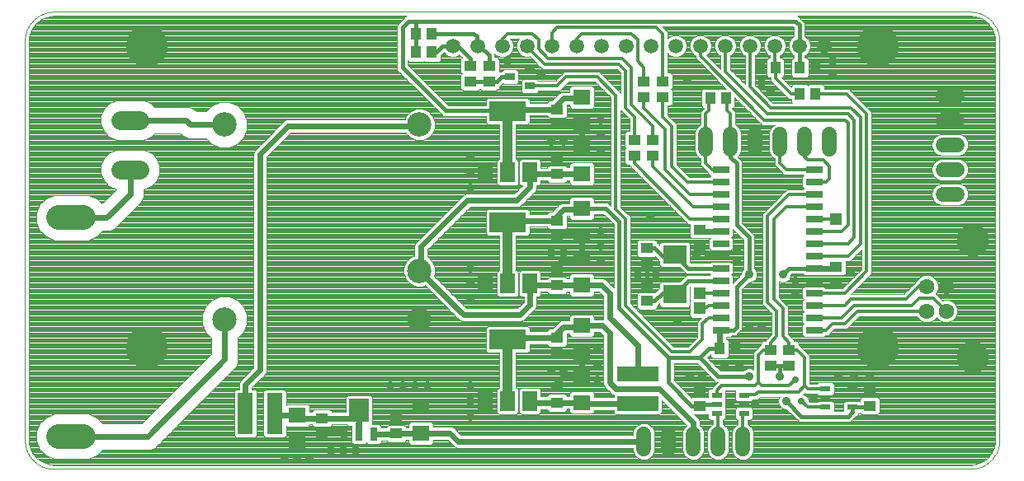
<source format=gtl>
G75*
%MOIN*%
%OFA0B0*%
%FSLAX25Y25*%
%IPPOS*%
%LPD*%
%AMOC8*
5,1,8,0,0,1.08239X$1,22.5*
%
%ADD10C,0.00394*%
%ADD11C,0.06299*%
%ADD12C,0.13055*%
%ADD13R,0.05118X0.04331*%
%ADD14R,0.04331X0.05118*%
%ADD15C,0.05906*%
%ADD16R,0.09449X0.07480*%
%ADD17R,0.04331X0.02362*%
%ADD18C,0.05906*%
%ADD19C,0.16992*%
%ADD20R,0.06693X0.02559*%
%ADD21R,0.03937X0.03150*%
%ADD22C,0.09843*%
%ADD23R,0.07874X0.09646*%
%ADD24R,0.03150X0.05512*%
%ADD25R,0.03150X0.07480*%
%ADD26R,0.05906X0.07874*%
%ADD27R,0.14961X0.07874*%
%ADD28R,0.06299X0.16535*%
%ADD29R,0.16535X0.06299*%
%ADD30R,0.07087X0.06299*%
%ADD31C,0.07677*%
%ADD32C,0.10000*%
%ADD33C,0.01600*%
%ADD34C,0.02400*%
%ADD35C,0.03562*%
%ADD36C,0.04000*%
%ADD37C,0.01200*%
%ADD38C,0.02775*%
%ADD39R,0.04724X0.04724*%
D10*
X0034249Y0022713D02*
X0404327Y0022713D01*
X0404327Y0024306D02*
X0034249Y0024306D01*
X0032650Y0024432D01*
X0029610Y0025420D01*
X0027024Y0027299D01*
X0025145Y0029885D01*
X0024157Y0032925D01*
X0024031Y0034524D01*
X0024031Y0195941D01*
X0024157Y0197539D01*
X0025145Y0200580D01*
X0027024Y0203166D01*
X0029610Y0205045D01*
X0032650Y0206032D01*
X0034249Y0206158D01*
X0176527Y0206158D01*
X0174028Y0203659D01*
X0172741Y0202373D01*
X0172741Y0184303D01*
X0174028Y0183016D01*
X0190241Y0166803D01*
X0191528Y0165516D01*
X0208560Y0165516D01*
X0208560Y0163099D01*
X0209379Y0162280D01*
X0214041Y0162280D01*
X0214041Y0148145D01*
X0213906Y0148145D01*
X0213088Y0147327D01*
X0213088Y0138295D01*
X0213906Y0137477D01*
X0220969Y0137477D01*
X0221787Y0138295D01*
X0221787Y0147327D01*
X0220969Y0148145D01*
X0220834Y0148145D01*
X0220834Y0162280D01*
X0225497Y0162280D01*
X0226315Y0163099D01*
X0226315Y0165765D01*
X0233482Y0165765D01*
X0233482Y0165618D01*
X0234300Y0164800D01*
X0240575Y0164800D01*
X0241394Y0165618D01*
X0241394Y0170116D01*
X0242498Y0170116D01*
X0242498Y0169496D01*
X0243316Y0168678D01*
X0251560Y0168678D01*
X0252378Y0169496D01*
X0252378Y0176953D01*
X0251560Y0177771D01*
X0243316Y0177771D01*
X0242498Y0176953D01*
X0242498Y0175309D01*
X0239421Y0175309D01*
X0238467Y0174914D01*
X0237736Y0174184D01*
X0235477Y0171924D01*
X0234300Y0171924D01*
X0233482Y0171106D01*
X0233482Y0170959D01*
X0226315Y0170959D01*
X0226315Y0172130D01*
X0225497Y0172948D01*
X0209379Y0172948D01*
X0208560Y0172130D01*
X0208560Y0169909D01*
X0193348Y0169909D01*
X0177134Y0186123D01*
X0177134Y0188166D01*
X0177794Y0187507D01*
X0183282Y0187507D01*
X0183688Y0187912D01*
X0184093Y0187507D01*
X0189581Y0187507D01*
X0190399Y0188325D01*
X0190399Y0190068D01*
X0191713Y0191381D01*
X0192808Y0190285D01*
X0194407Y0189623D01*
X0196137Y0189623D01*
X0197736Y0190285D01*
X0197872Y0190421D01*
X0199085Y0189209D01*
X0198482Y0188606D01*
X0198482Y0183118D01*
X0198887Y0182713D01*
X0198482Y0182307D01*
X0198482Y0176819D01*
X0199300Y0176001D01*
X0205575Y0176001D01*
X0206188Y0176613D01*
X0206800Y0176001D01*
X0213075Y0176001D01*
X0213894Y0176819D01*
X0213894Y0177366D01*
X0213948Y0177366D01*
X0215513Y0178931D01*
X0215954Y0178491D01*
X0221048Y0178491D01*
X0221866Y0179309D01*
X0221866Y0183616D01*
X0221048Y0184434D01*
X0215954Y0184434D01*
X0215179Y0183659D01*
X0214028Y0183659D01*
X0213894Y0183525D01*
X0213894Y0188606D01*
X0213075Y0189424D01*
X0212134Y0189424D01*
X0212134Y0190959D01*
X0212808Y0190285D01*
X0214407Y0189623D01*
X0216137Y0189623D01*
X0217736Y0190285D01*
X0218960Y0191509D01*
X0219622Y0193107D01*
X0219622Y0194838D01*
X0218960Y0196436D01*
X0218430Y0196966D01*
X0222114Y0196966D01*
X0221585Y0196436D01*
X0220923Y0194838D01*
X0220923Y0193107D01*
X0221585Y0191509D01*
X0222808Y0190285D01*
X0224407Y0189623D01*
X0226137Y0189623D01*
X0226361Y0189715D01*
X0230441Y0185635D01*
X0231611Y0184466D01*
X0261611Y0184466D01*
X0262941Y0183135D01*
X0262941Y0175033D01*
X0255684Y0182290D01*
X0254515Y0183459D01*
X0240361Y0183459D01*
X0236620Y0179719D01*
X0229740Y0179719D01*
X0229740Y0179876D01*
X0228922Y0180694D01*
X0223828Y0180694D01*
X0223009Y0179876D01*
X0223009Y0175569D01*
X0223828Y0174751D01*
X0228922Y0174751D01*
X0229740Y0175569D01*
X0229740Y0175726D01*
X0238275Y0175726D01*
X0242015Y0179466D01*
X0252861Y0179466D01*
X0259191Y0173135D01*
X0259191Y0129066D01*
X0257836Y0130421D01*
X0252378Y0130421D01*
X0252378Y0131953D01*
X0251560Y0132771D01*
X0243316Y0132771D01*
X0242498Y0131953D01*
X0242498Y0130309D01*
X0239421Y0130309D01*
X0238467Y0129914D01*
X0237736Y0129184D01*
X0237736Y0129184D01*
X0235967Y0127414D01*
X0235967Y0127414D01*
X0235477Y0126924D01*
X0234300Y0126924D01*
X0233482Y0126106D01*
X0233482Y0125959D01*
X0226315Y0125959D01*
X0226315Y0127130D01*
X0225497Y0127948D01*
X0209379Y0127948D01*
X0208560Y0127130D01*
X0208560Y0118099D01*
X0209379Y0117280D01*
X0214041Y0117280D01*
X0214041Y0103145D01*
X0213906Y0103145D01*
X0213088Y0102327D01*
X0213088Y0093295D01*
X0213906Y0092477D01*
X0220969Y0092477D01*
X0221787Y0093295D01*
X0221787Y0102327D01*
X0220969Y0103145D01*
X0220834Y0103145D01*
X0220834Y0117280D01*
X0225497Y0117280D01*
X0226315Y0118099D01*
X0226315Y0120765D01*
X0233482Y0120765D01*
X0233482Y0120618D01*
X0234300Y0119800D01*
X0240575Y0119800D01*
X0241394Y0120618D01*
X0241394Y0125116D01*
X0242498Y0125116D01*
X0242498Y0124496D01*
X0243316Y0123678D01*
X0251560Y0123678D01*
X0252378Y0124496D01*
X0252378Y0126028D01*
X0256016Y0126028D01*
X0260241Y0121803D01*
X0260241Y0096082D01*
X0260159Y0096164D01*
X0260159Y0096164D01*
X0256920Y0099402D01*
X0255966Y0099798D01*
X0252378Y0099798D01*
X0252378Y0100929D01*
X0251560Y0101747D01*
X0243316Y0101747D01*
X0242498Y0100929D01*
X0242498Y0099798D01*
X0241394Y0099798D01*
X0241394Y0099807D01*
X0240575Y0100625D01*
X0234300Y0100625D01*
X0233482Y0099807D01*
X0233482Y0099660D01*
X0230842Y0099660D01*
X0230842Y0102327D01*
X0230024Y0103145D01*
X0222961Y0103145D01*
X0222143Y0102327D01*
X0222143Y0093295D01*
X0222961Y0092477D01*
X0223896Y0092477D01*
X0223896Y0090343D01*
X0221362Y0087809D01*
X0200698Y0087809D01*
X0187719Y0100789D01*
X0188126Y0101771D01*
X0188126Y0104284D01*
X0187164Y0106606D01*
X0185387Y0108384D01*
X0185034Y0108530D01*
X0185034Y0111637D01*
X0202263Y0128866D01*
X0221704Y0128866D01*
X0222659Y0129261D01*
X0223389Y0129992D01*
X0227964Y0134566D01*
X0228694Y0135297D01*
X0229090Y0136251D01*
X0229090Y0137477D01*
X0230024Y0137477D01*
X0230842Y0138295D01*
X0230842Y0139466D01*
X0233482Y0139466D01*
X0233482Y0139319D01*
X0234300Y0138501D01*
X0240575Y0138501D01*
X0241394Y0139319D01*
X0241394Y0139604D01*
X0242498Y0139604D01*
X0242498Y0138473D01*
X0243316Y0137654D01*
X0251560Y0137654D01*
X0252378Y0138473D01*
X0252378Y0145929D01*
X0251560Y0146747D01*
X0243316Y0146747D01*
X0242498Y0145929D01*
X0242498Y0144798D01*
X0241394Y0144798D01*
X0241394Y0144807D01*
X0240575Y0145625D01*
X0234300Y0145625D01*
X0233482Y0144807D01*
X0233482Y0144660D01*
X0230842Y0144660D01*
X0230842Y0147327D01*
X0230024Y0148145D01*
X0222961Y0148145D01*
X0222143Y0147327D01*
X0222143Y0138295D01*
X0222961Y0137477D01*
X0223530Y0137477D01*
X0220112Y0134059D01*
X0200671Y0134059D01*
X0199717Y0133664D01*
X0198986Y0132934D01*
X0180236Y0114184D01*
X0179841Y0113229D01*
X0179841Y0109051D01*
X0178229Y0108384D01*
X0176452Y0106606D01*
X0175490Y0104284D01*
X0175490Y0101771D01*
X0176452Y0099449D01*
X0178229Y0097671D01*
X0180551Y0096709D01*
X0183064Y0096709D01*
X0184047Y0097116D01*
X0198152Y0083011D01*
X0199106Y0082616D01*
X0222954Y0082616D01*
X0223909Y0083011D01*
X0224639Y0083742D01*
X0228694Y0087797D01*
X0229090Y0088751D01*
X0229090Y0092477D01*
X0230024Y0092477D01*
X0230842Y0093295D01*
X0230842Y0094466D01*
X0233482Y0094466D01*
X0233482Y0094319D01*
X0234300Y0093501D01*
X0240575Y0093501D01*
X0241394Y0094319D01*
X0241394Y0094604D01*
X0242498Y0094604D01*
X0242498Y0093473D01*
X0243316Y0092654D01*
X0251560Y0092654D01*
X0252378Y0093473D01*
X0252378Y0094604D01*
X0254374Y0094604D01*
X0256091Y0092887D01*
X0256091Y0083446D01*
X0256143Y0083321D01*
X0252378Y0083321D01*
X0252378Y0084453D01*
X0251560Y0085271D01*
X0243316Y0085271D01*
X0242498Y0084453D01*
X0242498Y0082809D01*
X0239421Y0082809D01*
X0238467Y0082414D01*
X0237736Y0081684D01*
X0235477Y0079424D01*
X0234300Y0079424D01*
X0233482Y0078606D01*
X0233482Y0078459D01*
X0226315Y0078459D01*
X0226315Y0079630D01*
X0225497Y0080448D01*
X0209379Y0080448D01*
X0208560Y0079630D01*
X0208560Y0070599D01*
X0209379Y0069780D01*
X0214041Y0069780D01*
X0214041Y0055645D01*
X0213906Y0055645D01*
X0213088Y0054827D01*
X0213088Y0045795D01*
X0213906Y0044977D01*
X0220969Y0044977D01*
X0221787Y0045795D01*
X0221787Y0054827D01*
X0220969Y0055645D01*
X0220834Y0055645D01*
X0220834Y0069780D01*
X0225497Y0069780D01*
X0226315Y0070599D01*
X0226315Y0073265D01*
X0233482Y0073265D01*
X0233482Y0073118D01*
X0234300Y0072300D01*
X0240575Y0072300D01*
X0241394Y0073118D01*
X0241394Y0077616D01*
X0242498Y0077616D01*
X0242498Y0076996D01*
X0243316Y0076178D01*
X0251560Y0076178D01*
X0252378Y0076996D01*
X0252378Y0078128D01*
X0254600Y0078128D01*
X0256091Y0076637D01*
X0256091Y0057196D01*
X0256486Y0056242D01*
X0257217Y0055511D01*
X0259717Y0053011D01*
X0260273Y0052781D01*
X0260273Y0051904D01*
X0252378Y0051904D01*
X0252378Y0053429D01*
X0251560Y0054247D01*
X0243316Y0054247D01*
X0242498Y0053429D01*
X0242498Y0052298D01*
X0241394Y0052298D01*
X0241394Y0052307D01*
X0240575Y0053125D01*
X0234300Y0053125D01*
X0233482Y0052307D01*
X0233482Y0052160D01*
X0230842Y0052160D01*
X0230842Y0054827D01*
X0230024Y0055645D01*
X0222961Y0055645D01*
X0222143Y0054827D01*
X0222143Y0045795D01*
X0222961Y0044977D01*
X0230024Y0044977D01*
X0230842Y0045795D01*
X0230842Y0046966D01*
X0233482Y0046966D01*
X0233482Y0046819D01*
X0234300Y0046001D01*
X0240575Y0046001D01*
X0241394Y0046819D01*
X0241394Y0047104D01*
X0242498Y0047104D01*
X0242498Y0045973D01*
X0243316Y0045154D01*
X0251560Y0045154D01*
X0252378Y0045973D01*
X0252378Y0046710D01*
X0260273Y0046710D01*
X0260273Y0045579D01*
X0261091Y0044761D01*
X0278784Y0044761D01*
X0279602Y0045579D01*
X0279602Y0050626D01*
X0289799Y0040428D01*
X0288750Y0039379D01*
X0288088Y0037781D01*
X0288088Y0030145D01*
X0288750Y0028546D01*
X0289974Y0027322D01*
X0291572Y0026660D01*
X0293303Y0026660D01*
X0294902Y0027322D01*
X0296125Y0028546D01*
X0296787Y0030145D01*
X0296787Y0037781D01*
X0296125Y0039379D01*
X0295034Y0040470D01*
X0295034Y0041979D01*
X0294639Y0042934D01*
X0293909Y0043664D01*
X0292822Y0044751D01*
X0298075Y0044751D01*
X0298364Y0045039D01*
X0298364Y0043463D01*
X0299182Y0042644D01*
X0300441Y0042644D01*
X0300441Y0040796D01*
X0299974Y0040603D01*
X0298750Y0039379D01*
X0298088Y0037781D01*
X0298088Y0030145D01*
X0298750Y0028546D01*
X0299974Y0027322D01*
X0301572Y0026660D01*
X0303303Y0026660D01*
X0304902Y0027322D01*
X0306125Y0028546D01*
X0306787Y0030145D01*
X0306787Y0037781D01*
X0306125Y0039379D01*
X0304902Y0040603D01*
X0304434Y0040796D01*
X0304434Y0042644D01*
X0304670Y0042644D01*
X0305488Y0043463D01*
X0305488Y0046982D01*
X0305378Y0047093D01*
X0305488Y0047203D01*
X0305488Y0050722D01*
X0305378Y0050833D01*
X0305488Y0050943D01*
X0305488Y0054462D01*
X0305485Y0054466D01*
X0309391Y0054466D01*
X0309387Y0054462D01*
X0309387Y0050943D01*
X0310206Y0050125D01*
X0315693Y0050125D01*
X0316284Y0050716D01*
X0318265Y0050716D01*
X0319434Y0051885D01*
X0319515Y0051966D01*
X0327224Y0051966D01*
X0326760Y0050845D01*
X0326760Y0049580D01*
X0327244Y0048412D01*
X0328137Y0047518D01*
X0329306Y0047035D01*
X0330009Y0047035D01*
X0335278Y0041766D01*
X0355848Y0041766D01*
X0357134Y0043053D01*
X0358896Y0044814D01*
X0358896Y0045144D01*
X0359443Y0045144D01*
X0359800Y0045501D01*
X0360550Y0044751D01*
X0366825Y0044751D01*
X0367644Y0045569D01*
X0367644Y0051057D01*
X0366825Y0051875D01*
X0360550Y0051875D01*
X0359732Y0051057D01*
X0359732Y0050012D01*
X0359443Y0050300D01*
X0353956Y0050300D01*
X0353137Y0049482D01*
X0353137Y0046159D01*
X0349238Y0046159D01*
X0349238Y0049482D01*
X0348420Y0050300D01*
X0342932Y0050300D01*
X0342351Y0049719D01*
X0339505Y0049719D01*
X0338972Y0050252D01*
X0338972Y0050766D01*
X0338548Y0051790D01*
X0337765Y0052573D01*
X0336780Y0052981D01*
X0336934Y0053135D01*
X0337438Y0053639D01*
X0337870Y0053206D01*
X0342351Y0053206D01*
X0342932Y0052625D01*
X0348420Y0052625D01*
X0349238Y0053443D01*
X0349238Y0056962D01*
X0348420Y0057781D01*
X0342932Y0057781D01*
X0342351Y0057200D01*
X0339525Y0057200D01*
X0339434Y0057290D01*
X0339434Y0068540D01*
X0338265Y0069709D01*
X0335144Y0072831D01*
X0335144Y0073606D01*
X0334325Y0074424D01*
X0333184Y0074424D01*
X0333184Y0074790D01*
X0332015Y0075959D01*
X0330684Y0077290D01*
X0330684Y0088540D01*
X0329515Y0089709D01*
X0326934Y0092290D01*
X0326934Y0098749D01*
X0328056Y0098285D01*
X0329320Y0098285D01*
X0330488Y0098768D01*
X0331382Y0099662D01*
X0331866Y0100830D01*
X0331866Y0101534D01*
X0332098Y0101766D01*
X0336852Y0101766D01*
X0337331Y0101286D01*
X0345182Y0101286D01*
X0345261Y0101366D01*
X0346484Y0101366D01*
X0346800Y0101050D01*
X0353075Y0101050D01*
X0353894Y0101868D01*
X0353894Y0106966D01*
X0355765Y0106966D01*
X0360441Y0111642D01*
X0360441Y0103540D01*
X0352861Y0095959D01*
X0345861Y0095959D01*
X0345182Y0096639D01*
X0337331Y0096639D01*
X0336513Y0095821D01*
X0336513Y0092104D01*
X0337155Y0091463D01*
X0336513Y0090821D01*
X0336513Y0087104D01*
X0337155Y0086463D01*
X0336513Y0085821D01*
X0336513Y0082104D01*
X0337155Y0081463D01*
X0336513Y0080821D01*
X0336513Y0077104D01*
X0337331Y0076286D01*
X0345182Y0076286D01*
X0345861Y0076966D01*
X0347015Y0076966D01*
X0348184Y0078135D01*
X0349515Y0079466D01*
X0354515Y0079466D01*
X0359515Y0084466D01*
X0382768Y0084466D01*
X0382914Y0084114D01*
X0384193Y0082835D01*
X0385864Y0082143D01*
X0387673Y0082143D01*
X0389344Y0082835D01*
X0390623Y0084114D01*
X0390705Y0084313D01*
X0390788Y0084114D01*
X0392067Y0082835D01*
X0393738Y0082143D01*
X0395547Y0082143D01*
X0397218Y0082835D01*
X0398497Y0084114D01*
X0399189Y0085785D01*
X0399189Y0087593D01*
X0398497Y0089264D01*
X0397218Y0090543D01*
X0395547Y0091235D01*
X0393738Y0091235D01*
X0393160Y0090996D01*
X0390411Y0093744D01*
X0390623Y0093956D01*
X0391315Y0095627D01*
X0391315Y0097436D01*
X0390623Y0099107D01*
X0389344Y0100386D01*
X0387673Y0101078D01*
X0385864Y0101078D01*
X0384193Y0100386D01*
X0382914Y0099107D01*
X0382759Y0098732D01*
X0377487Y0093459D01*
X0356008Y0093459D01*
X0363265Y0100716D01*
X0364434Y0101885D01*
X0364434Y0167290D01*
X0356423Y0175302D01*
X0355253Y0176471D01*
X0345360Y0176471D01*
X0345360Y0177612D01*
X0344542Y0178430D01*
X0339054Y0178430D01*
X0338648Y0178025D01*
X0338243Y0178430D01*
X0332755Y0178430D01*
X0331936Y0177612D01*
X0331936Y0177288D01*
X0327968Y0181257D01*
X0328331Y0181257D01*
X0329149Y0182075D01*
X0329149Y0188350D01*
X0328331Y0189168D01*
X0327269Y0189168D01*
X0327269Y0190092D01*
X0327736Y0190285D01*
X0328960Y0191509D01*
X0329622Y0193107D01*
X0329622Y0194838D01*
X0328960Y0196436D01*
X0327736Y0197660D01*
X0326137Y0198322D01*
X0324407Y0198322D01*
X0322808Y0197660D01*
X0321585Y0196436D01*
X0320923Y0194838D01*
X0320923Y0193107D01*
X0321585Y0191509D01*
X0322808Y0190285D01*
X0323275Y0190092D01*
X0323275Y0189168D01*
X0322843Y0189168D01*
X0322025Y0188350D01*
X0322025Y0182075D01*
X0322843Y0181257D01*
X0323590Y0181257D01*
X0323590Y0179986D01*
X0324760Y0178816D01*
X0331099Y0172478D01*
X0331936Y0172478D01*
X0331936Y0171337D01*
X0332314Y0170959D01*
X0324515Y0170959D01*
X0317269Y0178205D01*
X0317269Y0190092D01*
X0317736Y0190285D01*
X0318960Y0191509D01*
X0319622Y0193107D01*
X0319622Y0194838D01*
X0318960Y0196436D01*
X0317736Y0197660D01*
X0316137Y0198322D01*
X0314407Y0198322D01*
X0312808Y0197660D01*
X0311585Y0196436D01*
X0310923Y0194838D01*
X0310923Y0193107D01*
X0311585Y0191509D01*
X0312808Y0190285D01*
X0313275Y0190092D01*
X0313275Y0178449D01*
X0307269Y0184455D01*
X0307269Y0190092D01*
X0307736Y0190285D01*
X0308960Y0191509D01*
X0309622Y0193107D01*
X0309622Y0194838D01*
X0308960Y0196436D01*
X0307736Y0197660D01*
X0306137Y0198322D01*
X0304407Y0198322D01*
X0302808Y0197660D01*
X0301585Y0196436D01*
X0300923Y0194838D01*
X0300923Y0193107D01*
X0301585Y0191509D01*
X0302808Y0190285D01*
X0303275Y0190092D01*
X0303275Y0184699D01*
X0297703Y0190271D01*
X0297736Y0190285D01*
X0298960Y0191509D01*
X0299622Y0193107D01*
X0299622Y0194838D01*
X0298960Y0196436D01*
X0297736Y0197660D01*
X0296137Y0198322D01*
X0294407Y0198322D01*
X0292808Y0197660D01*
X0291585Y0196436D01*
X0290923Y0194838D01*
X0290923Y0193107D01*
X0291585Y0191509D01*
X0292808Y0190285D01*
X0293275Y0190092D01*
X0293275Y0189051D01*
X0305658Y0176668D01*
X0302843Y0176668D01*
X0302438Y0176263D01*
X0302032Y0176668D01*
X0296544Y0176668D01*
X0295726Y0175850D01*
X0295726Y0169575D01*
X0296544Y0168757D01*
X0296691Y0168757D01*
X0296691Y0168540D01*
X0295441Y0167290D01*
X0295441Y0162046D01*
X0294974Y0161853D01*
X0293750Y0160629D01*
X0293088Y0159031D01*
X0293088Y0151395D01*
X0293750Y0149796D01*
X0294974Y0148572D01*
X0295441Y0148379D01*
X0295441Y0145635D01*
X0296611Y0144466D01*
X0298875Y0142201D01*
X0298875Y0142104D01*
X0299517Y0141463D01*
X0299014Y0140959D01*
X0290765Y0140959D01*
X0285684Y0146040D01*
X0285684Y0162290D01*
X0284515Y0163459D01*
X0281934Y0166040D01*
X0281934Y0169751D01*
X0283075Y0169751D01*
X0283894Y0170569D01*
X0283894Y0176057D01*
X0283488Y0176463D01*
X0283894Y0176868D01*
X0283894Y0182356D01*
X0283075Y0183174D01*
X0281934Y0183174D01*
X0281934Y0191159D01*
X0282808Y0190285D01*
X0284407Y0189623D01*
X0286137Y0189623D01*
X0287736Y0190285D01*
X0288960Y0191509D01*
X0289622Y0193107D01*
X0289622Y0194838D01*
X0288960Y0196436D01*
X0287736Y0197660D01*
X0286137Y0198322D01*
X0284407Y0198322D01*
X0282808Y0197660D01*
X0281934Y0196786D01*
X0281934Y0199790D01*
X0280765Y0200959D01*
X0279958Y0201766D01*
X0332778Y0201766D01*
X0333075Y0201468D01*
X0333075Y0197770D01*
X0332808Y0197660D01*
X0331585Y0196436D01*
X0330923Y0194838D01*
X0330923Y0193107D01*
X0331585Y0191509D01*
X0332808Y0190285D01*
X0333075Y0190174D01*
X0333075Y0189168D01*
X0332794Y0189168D01*
X0331976Y0188350D01*
X0331976Y0182075D01*
X0332794Y0181257D01*
X0338282Y0181257D01*
X0339100Y0182075D01*
X0339100Y0188350D01*
X0338282Y0189168D01*
X0337469Y0189168D01*
X0337469Y0190174D01*
X0337736Y0190285D01*
X0338960Y0191509D01*
X0339622Y0193107D01*
X0339622Y0194838D01*
X0338960Y0196436D01*
X0337736Y0197660D01*
X0337469Y0197770D01*
X0337469Y0203288D01*
X0335884Y0204873D01*
X0334599Y0206158D01*
X0404327Y0206158D01*
X0405926Y0206032D01*
X0408966Y0205045D01*
X0411552Y0203166D01*
X0413431Y0200580D01*
X0414419Y0197539D01*
X0414545Y0195941D01*
X0414545Y0034524D01*
X0414419Y0032925D01*
X0413431Y0029885D01*
X0411552Y0027299D01*
X0408966Y0025420D01*
X0405926Y0024432D01*
X0404327Y0024306D01*
X0406669Y0024674D02*
X0031907Y0024674D01*
X0030700Y0025066D02*
X0407876Y0025066D01*
X0409019Y0025458D02*
X0029558Y0025458D01*
X0029018Y0025850D02*
X0409558Y0025850D01*
X0410098Y0026243D02*
X0028478Y0026243D01*
X0027938Y0026635D02*
X0410638Y0026635D01*
X0411178Y0027027D02*
X0314188Y0027027D01*
X0314902Y0027322D02*
X0313303Y0026660D01*
X0311572Y0026660D01*
X0309974Y0027322D01*
X0308750Y0028546D01*
X0308088Y0030145D01*
X0308088Y0037781D01*
X0308750Y0039379D01*
X0309974Y0040603D01*
X0310441Y0040796D01*
X0310441Y0042644D01*
X0310206Y0042644D01*
X0309387Y0043463D01*
X0309387Y0046982D01*
X0310206Y0047800D01*
X0315693Y0047800D01*
X0316512Y0046982D01*
X0316512Y0043463D01*
X0315693Y0042644D01*
X0314434Y0042644D01*
X0314434Y0040796D01*
X0314902Y0040603D01*
X0316125Y0039379D01*
X0316787Y0037781D01*
X0316787Y0030145D01*
X0316125Y0028546D01*
X0314902Y0027322D01*
X0314998Y0027419D02*
X0411640Y0027419D01*
X0411924Y0027811D02*
X0315390Y0027811D01*
X0315783Y0028204D02*
X0412209Y0028204D01*
X0412494Y0028596D02*
X0316146Y0028596D01*
X0316308Y0028988D02*
X0412779Y0028988D01*
X0413064Y0029380D02*
X0316471Y0029380D01*
X0316633Y0029772D02*
X0413349Y0029772D01*
X0413522Y0030165D02*
X0316787Y0030165D01*
X0316787Y0030557D02*
X0413649Y0030557D01*
X0413777Y0030949D02*
X0316787Y0030949D01*
X0316787Y0031341D02*
X0413904Y0031341D01*
X0414032Y0031733D02*
X0316787Y0031733D01*
X0316787Y0032126D02*
X0414159Y0032126D01*
X0414287Y0032518D02*
X0316787Y0032518D01*
X0316787Y0032910D02*
X0414414Y0032910D01*
X0414449Y0033302D02*
X0316787Y0033302D01*
X0316787Y0033695D02*
X0414480Y0033695D01*
X0414510Y0034087D02*
X0316787Y0034087D01*
X0316787Y0034479D02*
X0414541Y0034479D01*
X0414545Y0034871D02*
X0316787Y0034871D01*
X0316787Y0035263D02*
X0414545Y0035263D01*
X0414545Y0035656D02*
X0316787Y0035656D01*
X0316787Y0036048D02*
X0414545Y0036048D01*
X0414545Y0036440D02*
X0316787Y0036440D01*
X0316787Y0036832D02*
X0414545Y0036832D01*
X0414545Y0037224D02*
X0316787Y0037224D01*
X0316787Y0037617D02*
X0414545Y0037617D01*
X0414545Y0038009D02*
X0316693Y0038009D01*
X0316530Y0038401D02*
X0414545Y0038401D01*
X0414545Y0038793D02*
X0316368Y0038793D01*
X0316205Y0039186D02*
X0414545Y0039186D01*
X0414545Y0039578D02*
X0315927Y0039578D01*
X0315534Y0039970D02*
X0414545Y0039970D01*
X0414545Y0040362D02*
X0315142Y0040362D01*
X0314536Y0040754D02*
X0414545Y0040754D01*
X0414545Y0041147D02*
X0314434Y0041147D01*
X0314434Y0041539D02*
X0414545Y0041539D01*
X0414545Y0041931D02*
X0356013Y0041931D01*
X0356405Y0042323D02*
X0414545Y0042323D01*
X0414545Y0042715D02*
X0356797Y0042715D01*
X0357190Y0043108D02*
X0414545Y0043108D01*
X0414545Y0043500D02*
X0357582Y0043500D01*
X0357974Y0043892D02*
X0414545Y0043892D01*
X0414545Y0044284D02*
X0358366Y0044284D01*
X0358758Y0044676D02*
X0414545Y0044676D01*
X0414545Y0045069D02*
X0367143Y0045069D01*
X0367535Y0045461D02*
X0414545Y0045461D01*
X0414545Y0045853D02*
X0367644Y0045853D01*
X0367644Y0046245D02*
X0414545Y0046245D01*
X0414545Y0046638D02*
X0367644Y0046638D01*
X0367644Y0047030D02*
X0414545Y0047030D01*
X0414545Y0047422D02*
X0367644Y0047422D01*
X0367644Y0047814D02*
X0414545Y0047814D01*
X0414545Y0048206D02*
X0367644Y0048206D01*
X0367644Y0048599D02*
X0414545Y0048599D01*
X0414545Y0048991D02*
X0367644Y0048991D01*
X0367644Y0049383D02*
X0414545Y0049383D01*
X0414545Y0049775D02*
X0367644Y0049775D01*
X0367644Y0050167D02*
X0414545Y0050167D01*
X0414545Y0050560D02*
X0367644Y0050560D01*
X0367644Y0050952D02*
X0414545Y0050952D01*
X0414545Y0051344D02*
X0367356Y0051344D01*
X0366964Y0051736D02*
X0414545Y0051736D01*
X0414545Y0052129D02*
X0338209Y0052129D01*
X0338570Y0051736D02*
X0360411Y0051736D01*
X0360019Y0051344D02*
X0338733Y0051344D01*
X0338895Y0050952D02*
X0359732Y0050952D01*
X0359732Y0050560D02*
X0338972Y0050560D01*
X0339057Y0050167D02*
X0342799Y0050167D01*
X0342407Y0049775D02*
X0339449Y0049775D01*
X0330798Y0046245D02*
X0316512Y0046245D01*
X0316512Y0045853D02*
X0331190Y0045853D01*
X0331583Y0045461D02*
X0316512Y0045461D01*
X0316512Y0045069D02*
X0331975Y0045069D01*
X0332367Y0044676D02*
X0316512Y0044676D01*
X0316512Y0044284D02*
X0332759Y0044284D01*
X0333151Y0043892D02*
X0316512Y0043892D01*
X0316512Y0043500D02*
X0333544Y0043500D01*
X0333936Y0043108D02*
X0316157Y0043108D01*
X0315764Y0042715D02*
X0334328Y0042715D01*
X0334720Y0042323D02*
X0314434Y0042323D01*
X0314434Y0041931D02*
X0335112Y0041931D01*
X0330406Y0046638D02*
X0316512Y0046638D01*
X0316464Y0047030D02*
X0330014Y0047030D01*
X0328370Y0047422D02*
X0316072Y0047422D01*
X0309827Y0047422D02*
X0305488Y0047422D01*
X0305488Y0047814D02*
X0327842Y0047814D01*
X0327450Y0048206D02*
X0305488Y0048206D01*
X0305488Y0048599D02*
X0327166Y0048599D01*
X0327004Y0048991D02*
X0305488Y0048991D01*
X0305488Y0049383D02*
X0326841Y0049383D01*
X0326760Y0049775D02*
X0305488Y0049775D01*
X0305488Y0050167D02*
X0310163Y0050167D01*
X0309771Y0050560D02*
X0305488Y0050560D01*
X0305488Y0050952D02*
X0309387Y0050952D01*
X0309387Y0051344D02*
X0305488Y0051344D01*
X0305488Y0051736D02*
X0309387Y0051736D01*
X0309387Y0052129D02*
X0305488Y0052129D01*
X0305488Y0052521D02*
X0309387Y0052521D01*
X0309387Y0052913D02*
X0305488Y0052913D01*
X0305488Y0053305D02*
X0309387Y0053305D01*
X0309387Y0053697D02*
X0305488Y0053697D01*
X0305488Y0054090D02*
X0309387Y0054090D01*
X0315736Y0050167D02*
X0326760Y0050167D01*
X0326760Y0050560D02*
X0316128Y0050560D01*
X0318501Y0050952D02*
X0326804Y0050952D01*
X0326967Y0051344D02*
X0318893Y0051344D01*
X0319285Y0051736D02*
X0327129Y0051736D01*
X0336944Y0052913D02*
X0342644Y0052913D01*
X0337817Y0052521D02*
X0414545Y0052521D01*
X0414545Y0052913D02*
X0348708Y0052913D01*
X0349100Y0053305D02*
X0414545Y0053305D01*
X0414545Y0053697D02*
X0349238Y0053697D01*
X0349238Y0054090D02*
X0414545Y0054090D01*
X0414545Y0054482D02*
X0349238Y0054482D01*
X0349238Y0054874D02*
X0414545Y0054874D01*
X0414545Y0055266D02*
X0349238Y0055266D01*
X0349238Y0055658D02*
X0414545Y0055658D01*
X0414545Y0056051D02*
X0349238Y0056051D01*
X0349238Y0056443D02*
X0414545Y0056443D01*
X0414545Y0056835D02*
X0349238Y0056835D01*
X0348973Y0057227D02*
X0414545Y0057227D01*
X0414545Y0057619D02*
X0348581Y0057619D01*
X0342771Y0057619D02*
X0339434Y0057619D01*
X0339434Y0058012D02*
X0414545Y0058012D01*
X0414545Y0058404D02*
X0339434Y0058404D01*
X0339434Y0058796D02*
X0414545Y0058796D01*
X0414545Y0059188D02*
X0339434Y0059188D01*
X0339434Y0059581D02*
X0414545Y0059581D01*
X0414545Y0059973D02*
X0339434Y0059973D01*
X0339434Y0060365D02*
X0414545Y0060365D01*
X0414545Y0060757D02*
X0339434Y0060757D01*
X0339434Y0061149D02*
X0414545Y0061149D01*
X0414545Y0061542D02*
X0339434Y0061542D01*
X0339434Y0061934D02*
X0414545Y0061934D01*
X0414545Y0062326D02*
X0339434Y0062326D01*
X0339434Y0062718D02*
X0414545Y0062718D01*
X0414545Y0063110D02*
X0339434Y0063110D01*
X0339434Y0063503D02*
X0414545Y0063503D01*
X0414545Y0063895D02*
X0339434Y0063895D01*
X0339434Y0064287D02*
X0414545Y0064287D01*
X0414545Y0064679D02*
X0339434Y0064679D01*
X0339434Y0065072D02*
X0414545Y0065072D01*
X0414545Y0065464D02*
X0339434Y0065464D01*
X0339434Y0065856D02*
X0414545Y0065856D01*
X0414545Y0066248D02*
X0339434Y0066248D01*
X0339434Y0066640D02*
X0414545Y0066640D01*
X0414545Y0067033D02*
X0339434Y0067033D01*
X0339434Y0067425D02*
X0414545Y0067425D01*
X0414545Y0067817D02*
X0339434Y0067817D01*
X0339434Y0068209D02*
X0414545Y0068209D01*
X0414545Y0068601D02*
X0339373Y0068601D01*
X0338981Y0068994D02*
X0414545Y0068994D01*
X0414545Y0069386D02*
X0338588Y0069386D01*
X0338196Y0069778D02*
X0414545Y0069778D01*
X0414545Y0070170D02*
X0337804Y0070170D01*
X0337412Y0070562D02*
X0414545Y0070562D01*
X0414545Y0070955D02*
X0337020Y0070955D01*
X0336627Y0071347D02*
X0414545Y0071347D01*
X0414545Y0071739D02*
X0336235Y0071739D01*
X0335843Y0072131D02*
X0414545Y0072131D01*
X0414545Y0072524D02*
X0335451Y0072524D01*
X0335144Y0072916D02*
X0414545Y0072916D01*
X0414545Y0073308D02*
X0335144Y0073308D01*
X0335050Y0073700D02*
X0414545Y0073700D01*
X0414545Y0074092D02*
X0334657Y0074092D01*
X0333184Y0074485D02*
X0414545Y0074485D01*
X0414545Y0074877D02*
X0333097Y0074877D01*
X0332705Y0075269D02*
X0414545Y0075269D01*
X0414545Y0075661D02*
X0332313Y0075661D01*
X0331921Y0076053D02*
X0414545Y0076053D01*
X0414545Y0076446D02*
X0345341Y0076446D01*
X0345733Y0076838D02*
X0414545Y0076838D01*
X0414545Y0077230D02*
X0347279Y0077230D01*
X0347671Y0077622D02*
X0414545Y0077622D01*
X0414545Y0078015D02*
X0348064Y0078015D01*
X0348456Y0078407D02*
X0414545Y0078407D01*
X0414545Y0078799D02*
X0348848Y0078799D01*
X0349240Y0079191D02*
X0414545Y0079191D01*
X0414545Y0079583D02*
X0354632Y0079583D01*
X0355025Y0079976D02*
X0414545Y0079976D01*
X0414545Y0080368D02*
X0355417Y0080368D01*
X0355809Y0080760D02*
X0414545Y0080760D01*
X0414545Y0081152D02*
X0356201Y0081152D01*
X0356593Y0081544D02*
X0414545Y0081544D01*
X0414545Y0081937D02*
X0356986Y0081937D01*
X0357378Y0082329D02*
X0385414Y0082329D01*
X0384467Y0082721D02*
X0357770Y0082721D01*
X0358162Y0083113D02*
X0383914Y0083113D01*
X0383522Y0083505D02*
X0358555Y0083505D01*
X0358947Y0083898D02*
X0383130Y0083898D01*
X0382841Y0084290D02*
X0359339Y0084290D01*
X0356252Y0093703D02*
X0377730Y0093703D01*
X0378122Y0094095D02*
X0356644Y0094095D01*
X0357036Y0094487D02*
X0378515Y0094487D01*
X0378907Y0094880D02*
X0357429Y0094880D01*
X0357821Y0095272D02*
X0379299Y0095272D01*
X0379691Y0095664D02*
X0358213Y0095664D01*
X0358605Y0096056D02*
X0380083Y0096056D01*
X0380476Y0096448D02*
X0358997Y0096448D01*
X0359390Y0096841D02*
X0380868Y0096841D01*
X0381260Y0097233D02*
X0359782Y0097233D01*
X0360174Y0097625D02*
X0381652Y0097625D01*
X0382044Y0098017D02*
X0360566Y0098017D01*
X0360959Y0098410D02*
X0382437Y0098410D01*
X0382788Y0098802D02*
X0361351Y0098802D01*
X0361743Y0099194D02*
X0383001Y0099194D01*
X0383393Y0099586D02*
X0362135Y0099586D01*
X0362527Y0099978D02*
X0383786Y0099978D01*
X0384178Y0100371D02*
X0362920Y0100371D01*
X0363312Y0100763D02*
X0385103Y0100763D01*
X0388434Y0100763D02*
X0414545Y0100763D01*
X0414545Y0101155D02*
X0363704Y0101155D01*
X0364096Y0101547D02*
X0414545Y0101547D01*
X0414545Y0101939D02*
X0364434Y0101939D01*
X0364434Y0102332D02*
X0414545Y0102332D01*
X0414545Y0102724D02*
X0364434Y0102724D01*
X0364434Y0103116D02*
X0414545Y0103116D01*
X0414545Y0103508D02*
X0364434Y0103508D01*
X0364434Y0103901D02*
X0414545Y0103901D01*
X0414545Y0104293D02*
X0364434Y0104293D01*
X0364434Y0104685D02*
X0414545Y0104685D01*
X0414545Y0105077D02*
X0364434Y0105077D01*
X0364434Y0105469D02*
X0414545Y0105469D01*
X0414545Y0105862D02*
X0364434Y0105862D01*
X0364434Y0106254D02*
X0414545Y0106254D01*
X0414545Y0106646D02*
X0364434Y0106646D01*
X0364434Y0107038D02*
X0414545Y0107038D01*
X0414545Y0107430D02*
X0364434Y0107430D01*
X0364434Y0107823D02*
X0414545Y0107823D01*
X0414545Y0108215D02*
X0364434Y0108215D01*
X0364434Y0108607D02*
X0414545Y0108607D01*
X0414545Y0108999D02*
X0364434Y0108999D01*
X0364434Y0109391D02*
X0414545Y0109391D01*
X0414545Y0109784D02*
X0364434Y0109784D01*
X0364434Y0110176D02*
X0414545Y0110176D01*
X0414545Y0110568D02*
X0364434Y0110568D01*
X0364434Y0110960D02*
X0414545Y0110960D01*
X0414545Y0111353D02*
X0364434Y0111353D01*
X0364434Y0111745D02*
X0414545Y0111745D01*
X0414545Y0112137D02*
X0364434Y0112137D01*
X0364434Y0112529D02*
X0414545Y0112529D01*
X0414545Y0112921D02*
X0364434Y0112921D01*
X0364434Y0113314D02*
X0414545Y0113314D01*
X0414545Y0113706D02*
X0364434Y0113706D01*
X0364434Y0114098D02*
X0414545Y0114098D01*
X0414545Y0114490D02*
X0364434Y0114490D01*
X0364434Y0114882D02*
X0414545Y0114882D01*
X0414545Y0115275D02*
X0364434Y0115275D01*
X0364434Y0115667D02*
X0414545Y0115667D01*
X0414545Y0116059D02*
X0364434Y0116059D01*
X0364434Y0116451D02*
X0414545Y0116451D01*
X0414545Y0116844D02*
X0364434Y0116844D01*
X0364434Y0117236D02*
X0414545Y0117236D01*
X0414545Y0117628D02*
X0364434Y0117628D01*
X0364434Y0118020D02*
X0414545Y0118020D01*
X0414545Y0118412D02*
X0364434Y0118412D01*
X0364434Y0118805D02*
X0414545Y0118805D01*
X0414545Y0119197D02*
X0364434Y0119197D01*
X0364434Y0119589D02*
X0414545Y0119589D01*
X0414545Y0119981D02*
X0364434Y0119981D01*
X0364434Y0120373D02*
X0414545Y0120373D01*
X0414545Y0120766D02*
X0364434Y0120766D01*
X0364434Y0121158D02*
X0414545Y0121158D01*
X0414545Y0121550D02*
X0364434Y0121550D01*
X0364434Y0121942D02*
X0414545Y0121942D01*
X0414545Y0122334D02*
X0364434Y0122334D01*
X0364434Y0122727D02*
X0414545Y0122727D01*
X0414545Y0123119D02*
X0364434Y0123119D01*
X0364434Y0123511D02*
X0414545Y0123511D01*
X0414545Y0123903D02*
X0364434Y0123903D01*
X0364434Y0124296D02*
X0414545Y0124296D01*
X0414545Y0124688D02*
X0364434Y0124688D01*
X0364434Y0125080D02*
X0414545Y0125080D01*
X0414545Y0125472D02*
X0364434Y0125472D01*
X0364434Y0125864D02*
X0414545Y0125864D01*
X0414545Y0126257D02*
X0364434Y0126257D01*
X0364434Y0126649D02*
X0414545Y0126649D01*
X0414545Y0127041D02*
X0364434Y0127041D01*
X0364434Y0127433D02*
X0414545Y0127433D01*
X0414545Y0127825D02*
X0364434Y0127825D01*
X0364434Y0128218D02*
X0414545Y0128218D01*
X0414545Y0128610D02*
X0364434Y0128610D01*
X0364434Y0129002D02*
X0414545Y0129002D01*
X0414545Y0129394D02*
X0364434Y0129394D01*
X0364434Y0129787D02*
X0391951Y0129787D01*
X0392370Y0129613D02*
X0390771Y0130275D01*
X0389547Y0131499D01*
X0388885Y0133097D01*
X0388885Y0134828D01*
X0389547Y0136426D01*
X0390771Y0137650D01*
X0392370Y0138312D01*
X0400006Y0138312D01*
X0401604Y0137650D01*
X0402828Y0136426D01*
X0403490Y0134828D01*
X0403490Y0133097D01*
X0402828Y0131499D01*
X0401604Y0130275D01*
X0400006Y0129613D01*
X0392370Y0129613D01*
X0391004Y0130179D02*
X0364434Y0130179D01*
X0364434Y0130571D02*
X0390475Y0130571D01*
X0390083Y0130963D02*
X0364434Y0130963D01*
X0364434Y0131355D02*
X0389691Y0131355D01*
X0389444Y0131748D02*
X0364434Y0131748D01*
X0364434Y0132140D02*
X0389282Y0132140D01*
X0389119Y0132532D02*
X0364434Y0132532D01*
X0364434Y0132924D02*
X0388957Y0132924D01*
X0388885Y0133316D02*
X0364434Y0133316D01*
X0364434Y0133709D02*
X0388885Y0133709D01*
X0388885Y0134101D02*
X0364434Y0134101D01*
X0364434Y0134493D02*
X0388885Y0134493D01*
X0388909Y0134885D02*
X0364434Y0134885D01*
X0364434Y0135277D02*
X0389072Y0135277D01*
X0389234Y0135670D02*
X0364434Y0135670D01*
X0364434Y0136062D02*
X0389396Y0136062D01*
X0389575Y0136454D02*
X0364434Y0136454D01*
X0364434Y0136846D02*
X0389967Y0136846D01*
X0390360Y0137239D02*
X0364434Y0137239D01*
X0364434Y0137631D02*
X0390752Y0137631D01*
X0391671Y0138023D02*
X0364434Y0138023D01*
X0364434Y0138415D02*
X0414545Y0138415D01*
X0414545Y0138023D02*
X0400704Y0138023D01*
X0401624Y0137631D02*
X0414545Y0137631D01*
X0414545Y0137239D02*
X0402016Y0137239D01*
X0402408Y0136846D02*
X0414545Y0136846D01*
X0414545Y0136454D02*
X0402800Y0136454D01*
X0402979Y0136062D02*
X0414545Y0136062D01*
X0414545Y0135670D02*
X0403141Y0135670D01*
X0403304Y0135277D02*
X0414545Y0135277D01*
X0414545Y0134885D02*
X0403466Y0134885D01*
X0403490Y0134493D02*
X0414545Y0134493D01*
X0414545Y0134101D02*
X0403490Y0134101D01*
X0403490Y0133709D02*
X0414545Y0133709D01*
X0414545Y0133316D02*
X0403490Y0133316D01*
X0403418Y0132924D02*
X0414545Y0132924D01*
X0414545Y0132532D02*
X0403256Y0132532D01*
X0403093Y0132140D02*
X0414545Y0132140D01*
X0414545Y0131748D02*
X0402931Y0131748D01*
X0402684Y0131355D02*
X0414545Y0131355D01*
X0414545Y0130963D02*
X0402292Y0130963D01*
X0401900Y0130571D02*
X0414545Y0130571D01*
X0414545Y0130179D02*
X0401371Y0130179D01*
X0400424Y0129787D02*
X0414545Y0129787D01*
X0414545Y0138807D02*
X0364434Y0138807D01*
X0364434Y0139200D02*
X0414545Y0139200D01*
X0414545Y0139592D02*
X0364434Y0139592D01*
X0364434Y0139984D02*
X0391474Y0139984D01*
X0390771Y0140275D02*
X0392370Y0139613D01*
X0400006Y0139613D01*
X0401604Y0140275D01*
X0402828Y0141499D01*
X0403490Y0143097D01*
X0403490Y0144828D01*
X0402828Y0146426D01*
X0401604Y0147650D01*
X0400006Y0148312D01*
X0392370Y0148312D01*
X0390771Y0147650D01*
X0389547Y0146426D01*
X0388885Y0144828D01*
X0388885Y0143097D01*
X0389547Y0141499D01*
X0390771Y0140275D01*
X0390670Y0140376D02*
X0364434Y0140376D01*
X0364434Y0140768D02*
X0390278Y0140768D01*
X0389886Y0141161D02*
X0364434Y0141161D01*
X0364434Y0141553D02*
X0389525Y0141553D01*
X0389363Y0141945D02*
X0364434Y0141945D01*
X0364434Y0142337D02*
X0389200Y0142337D01*
X0389038Y0142730D02*
X0364434Y0142730D01*
X0364434Y0143122D02*
X0388885Y0143122D01*
X0388885Y0143514D02*
X0364434Y0143514D01*
X0364434Y0143906D02*
X0388885Y0143906D01*
X0388885Y0144298D02*
X0364434Y0144298D01*
X0364434Y0144691D02*
X0388885Y0144691D01*
X0388991Y0145083D02*
X0364434Y0145083D01*
X0364434Y0145475D02*
X0389153Y0145475D01*
X0389316Y0145867D02*
X0364434Y0145867D01*
X0364434Y0146259D02*
X0389478Y0146259D01*
X0389773Y0146652D02*
X0364434Y0146652D01*
X0364434Y0147044D02*
X0390165Y0147044D01*
X0390557Y0147436D02*
X0364434Y0147436D01*
X0364434Y0147828D02*
X0391201Y0147828D01*
X0392148Y0148220D02*
X0364434Y0148220D01*
X0364434Y0148613D02*
X0414545Y0148613D01*
X0414545Y0149005D02*
X0364434Y0149005D01*
X0364434Y0149397D02*
X0414545Y0149397D01*
X0414545Y0149789D02*
X0400431Y0149789D01*
X0400006Y0149613D02*
X0401604Y0150275D01*
X0402828Y0151499D01*
X0403490Y0153097D01*
X0403490Y0154828D01*
X0402828Y0156426D01*
X0401604Y0157650D01*
X0400006Y0158312D01*
X0392370Y0158312D01*
X0390771Y0157650D01*
X0389547Y0156426D01*
X0388885Y0154828D01*
X0388885Y0153097D01*
X0389547Y0151499D01*
X0390771Y0150275D01*
X0392370Y0149613D01*
X0400006Y0149613D01*
X0400227Y0148220D02*
X0414545Y0148220D01*
X0414545Y0147828D02*
X0401174Y0147828D01*
X0401818Y0147436D02*
X0414545Y0147436D01*
X0414545Y0147044D02*
X0402210Y0147044D01*
X0402603Y0146652D02*
X0414545Y0146652D01*
X0414545Y0146259D02*
X0402897Y0146259D01*
X0403059Y0145867D02*
X0414545Y0145867D01*
X0414545Y0145475D02*
X0403222Y0145475D01*
X0403384Y0145083D02*
X0414545Y0145083D01*
X0414545Y0144691D02*
X0403490Y0144691D01*
X0403490Y0144298D02*
X0414545Y0144298D01*
X0414545Y0143906D02*
X0403490Y0143906D01*
X0403490Y0143514D02*
X0414545Y0143514D01*
X0414545Y0143122D02*
X0403490Y0143122D01*
X0403338Y0142730D02*
X0414545Y0142730D01*
X0414545Y0142337D02*
X0403175Y0142337D01*
X0403013Y0141945D02*
X0414545Y0141945D01*
X0414545Y0141553D02*
X0402850Y0141553D01*
X0402490Y0141161D02*
X0414545Y0141161D01*
X0414545Y0140768D02*
X0402098Y0140768D01*
X0401705Y0140376D02*
X0414545Y0140376D01*
X0414545Y0139984D02*
X0400901Y0139984D01*
X0401378Y0150182D02*
X0414545Y0150182D01*
X0414545Y0150574D02*
X0401903Y0150574D01*
X0402295Y0150966D02*
X0414545Y0150966D01*
X0414545Y0151358D02*
X0402687Y0151358D01*
X0402932Y0151750D02*
X0414545Y0151750D01*
X0414545Y0152143D02*
X0403095Y0152143D01*
X0403257Y0152535D02*
X0414545Y0152535D01*
X0414545Y0152927D02*
X0403419Y0152927D01*
X0403490Y0153319D02*
X0414545Y0153319D01*
X0414545Y0153711D02*
X0403490Y0153711D01*
X0403490Y0154104D02*
X0414545Y0154104D01*
X0414545Y0154496D02*
X0403490Y0154496D01*
X0403465Y0154888D02*
X0414545Y0154888D01*
X0414545Y0155280D02*
X0403303Y0155280D01*
X0403140Y0155673D02*
X0414545Y0155673D01*
X0414545Y0156065D02*
X0402978Y0156065D01*
X0402797Y0156457D02*
X0414545Y0156457D01*
X0414545Y0156849D02*
X0402405Y0156849D01*
X0402013Y0157241D02*
X0414545Y0157241D01*
X0414545Y0157634D02*
X0401621Y0157634D01*
X0400697Y0158026D02*
X0414545Y0158026D01*
X0414545Y0158418D02*
X0364434Y0158418D01*
X0364434Y0158810D02*
X0414545Y0158810D01*
X0414545Y0159202D02*
X0364434Y0159202D01*
X0364434Y0159595D02*
X0414545Y0159595D01*
X0414545Y0159987D02*
X0364434Y0159987D01*
X0364434Y0160379D02*
X0414545Y0160379D01*
X0414545Y0160771D02*
X0364434Y0160771D01*
X0364434Y0161163D02*
X0414545Y0161163D01*
X0414545Y0161556D02*
X0364434Y0161556D01*
X0364434Y0161948D02*
X0414545Y0161948D01*
X0414545Y0162340D02*
X0364434Y0162340D01*
X0364434Y0162732D02*
X0414545Y0162732D01*
X0414545Y0163125D02*
X0364434Y0163125D01*
X0364434Y0163517D02*
X0414545Y0163517D01*
X0414545Y0163909D02*
X0364434Y0163909D01*
X0364434Y0164301D02*
X0414545Y0164301D01*
X0414545Y0164693D02*
X0364434Y0164693D01*
X0364434Y0165086D02*
X0414545Y0165086D01*
X0414545Y0165478D02*
X0364434Y0165478D01*
X0364434Y0165870D02*
X0414545Y0165870D01*
X0414545Y0166262D02*
X0364434Y0166262D01*
X0364434Y0166654D02*
X0414545Y0166654D01*
X0414545Y0167047D02*
X0364434Y0167047D01*
X0364285Y0167439D02*
X0414545Y0167439D01*
X0414545Y0167831D02*
X0363893Y0167831D01*
X0363501Y0168223D02*
X0414545Y0168223D01*
X0414545Y0168616D02*
X0363109Y0168616D01*
X0362716Y0169008D02*
X0414545Y0169008D01*
X0414545Y0169400D02*
X0362324Y0169400D01*
X0361932Y0169792D02*
X0414545Y0169792D01*
X0414545Y0170184D02*
X0361540Y0170184D01*
X0361148Y0170577D02*
X0414545Y0170577D01*
X0414545Y0170969D02*
X0360755Y0170969D01*
X0360363Y0171361D02*
X0414545Y0171361D01*
X0414545Y0171753D02*
X0359971Y0171753D01*
X0359579Y0172145D02*
X0414545Y0172145D01*
X0414545Y0172538D02*
X0359187Y0172538D01*
X0358794Y0172930D02*
X0414545Y0172930D01*
X0414545Y0173322D02*
X0358402Y0173322D01*
X0358010Y0173714D02*
X0414545Y0173714D01*
X0414545Y0174106D02*
X0357618Y0174106D01*
X0357226Y0174499D02*
X0414545Y0174499D01*
X0414545Y0174891D02*
X0356833Y0174891D01*
X0356441Y0175283D02*
X0414545Y0175283D01*
X0414545Y0175675D02*
X0356049Y0175675D01*
X0355657Y0176068D02*
X0414545Y0176068D01*
X0414545Y0176460D02*
X0355264Y0176460D01*
X0345360Y0176852D02*
X0414545Y0176852D01*
X0414545Y0177244D02*
X0345360Y0177244D01*
X0345336Y0177636D02*
X0414545Y0177636D01*
X0414545Y0178029D02*
X0344944Y0178029D01*
X0344551Y0178421D02*
X0414545Y0178421D01*
X0414545Y0178813D02*
X0330411Y0178813D01*
X0330019Y0179205D02*
X0414545Y0179205D01*
X0414545Y0179597D02*
X0329627Y0179597D01*
X0329235Y0179990D02*
X0414545Y0179990D01*
X0414545Y0180382D02*
X0328842Y0180382D01*
X0328450Y0180774D02*
X0414545Y0180774D01*
X0414545Y0181166D02*
X0328058Y0181166D01*
X0328633Y0181559D02*
X0332492Y0181559D01*
X0332100Y0181951D02*
X0329025Y0181951D01*
X0329149Y0182343D02*
X0331976Y0182343D01*
X0331976Y0182735D02*
X0329149Y0182735D01*
X0329149Y0183127D02*
X0331976Y0183127D01*
X0331976Y0183520D02*
X0329149Y0183520D01*
X0329149Y0183912D02*
X0331976Y0183912D01*
X0331976Y0184304D02*
X0329149Y0184304D01*
X0329149Y0184696D02*
X0331976Y0184696D01*
X0331976Y0185088D02*
X0329149Y0185088D01*
X0329149Y0185481D02*
X0331976Y0185481D01*
X0331976Y0185873D02*
X0329149Y0185873D01*
X0329149Y0186265D02*
X0331976Y0186265D01*
X0331976Y0186657D02*
X0329149Y0186657D01*
X0329149Y0187049D02*
X0331976Y0187049D01*
X0331976Y0187442D02*
X0329149Y0187442D01*
X0329149Y0187834D02*
X0331976Y0187834D01*
X0331976Y0188226D02*
X0329149Y0188226D01*
X0328881Y0188618D02*
X0332244Y0188618D01*
X0332636Y0189011D02*
X0328489Y0189011D01*
X0327269Y0189403D02*
X0333075Y0189403D01*
X0333075Y0189795D02*
X0327269Y0189795D01*
X0327500Y0190187D02*
X0333045Y0190187D01*
X0332514Y0190579D02*
X0328031Y0190579D01*
X0328423Y0190972D02*
X0332122Y0190972D01*
X0331730Y0191364D02*
X0328815Y0191364D01*
X0329062Y0191756D02*
X0331482Y0191756D01*
X0331320Y0192148D02*
X0329225Y0192148D01*
X0329387Y0192540D02*
X0331157Y0192540D01*
X0330995Y0192933D02*
X0329550Y0192933D01*
X0329622Y0193325D02*
X0330923Y0193325D01*
X0330923Y0193717D02*
X0329622Y0193717D01*
X0329622Y0194109D02*
X0330923Y0194109D01*
X0330923Y0194502D02*
X0329622Y0194502D01*
X0329599Y0194894D02*
X0330946Y0194894D01*
X0331108Y0195286D02*
X0329436Y0195286D01*
X0329274Y0195678D02*
X0331271Y0195678D01*
X0331433Y0196070D02*
X0329111Y0196070D01*
X0328933Y0196463D02*
X0331611Y0196463D01*
X0332003Y0196855D02*
X0328541Y0196855D01*
X0328149Y0197247D02*
X0332396Y0197247D01*
X0332788Y0197639D02*
X0327757Y0197639D01*
X0326839Y0198031D02*
X0333075Y0198031D01*
X0333075Y0198424D02*
X0281934Y0198424D01*
X0281934Y0198816D02*
X0333075Y0198816D01*
X0333075Y0199208D02*
X0281934Y0199208D01*
X0281934Y0199600D02*
X0333075Y0199600D01*
X0333075Y0199992D02*
X0281732Y0199992D01*
X0281340Y0200385D02*
X0333075Y0200385D01*
X0333075Y0200777D02*
X0280947Y0200777D01*
X0280555Y0201169D02*
X0333075Y0201169D01*
X0332982Y0201561D02*
X0280163Y0201561D01*
X0281934Y0198031D02*
X0283705Y0198031D01*
X0282788Y0197639D02*
X0281934Y0197639D01*
X0281934Y0197247D02*
X0282396Y0197247D01*
X0282003Y0196855D02*
X0281934Y0196855D01*
X0286839Y0198031D02*
X0293705Y0198031D01*
X0292788Y0197639D02*
X0287757Y0197639D01*
X0288149Y0197247D02*
X0292396Y0197247D01*
X0292003Y0196855D02*
X0288541Y0196855D01*
X0288933Y0196463D02*
X0291611Y0196463D01*
X0291433Y0196070D02*
X0289111Y0196070D01*
X0289274Y0195678D02*
X0291271Y0195678D01*
X0291108Y0195286D02*
X0289436Y0195286D01*
X0289599Y0194894D02*
X0290946Y0194894D01*
X0290923Y0194502D02*
X0289622Y0194502D01*
X0289622Y0194109D02*
X0290923Y0194109D01*
X0290923Y0193717D02*
X0289622Y0193717D01*
X0289622Y0193325D02*
X0290923Y0193325D01*
X0290995Y0192933D02*
X0289550Y0192933D01*
X0289387Y0192540D02*
X0291157Y0192540D01*
X0291320Y0192148D02*
X0289225Y0192148D01*
X0289062Y0191756D02*
X0291482Y0191756D01*
X0291730Y0191364D02*
X0288815Y0191364D01*
X0288423Y0190972D02*
X0292122Y0190972D01*
X0292514Y0190579D02*
X0288031Y0190579D01*
X0287500Y0190187D02*
X0293045Y0190187D01*
X0293275Y0189795D02*
X0286553Y0189795D01*
X0283992Y0189795D02*
X0281934Y0189795D01*
X0281934Y0190187D02*
X0283045Y0190187D01*
X0282514Y0190579D02*
X0281934Y0190579D01*
X0281934Y0190972D02*
X0282122Y0190972D01*
X0281934Y0189403D02*
X0293275Y0189403D01*
X0293316Y0189011D02*
X0281934Y0189011D01*
X0281934Y0188618D02*
X0293708Y0188618D01*
X0294100Y0188226D02*
X0281934Y0188226D01*
X0281934Y0187834D02*
X0294492Y0187834D01*
X0294885Y0187442D02*
X0281934Y0187442D01*
X0281934Y0187049D02*
X0295277Y0187049D01*
X0295669Y0186657D02*
X0281934Y0186657D01*
X0281934Y0186265D02*
X0296061Y0186265D01*
X0296453Y0185873D02*
X0281934Y0185873D01*
X0281934Y0185481D02*
X0296846Y0185481D01*
X0297238Y0185088D02*
X0281934Y0185088D01*
X0281934Y0184696D02*
X0297630Y0184696D01*
X0298022Y0184304D02*
X0281934Y0184304D01*
X0281934Y0183912D02*
X0298415Y0183912D01*
X0298807Y0183520D02*
X0281934Y0183520D01*
X0283122Y0183127D02*
X0299199Y0183127D01*
X0299591Y0182735D02*
X0283515Y0182735D01*
X0283894Y0182343D02*
X0299983Y0182343D01*
X0300376Y0181951D02*
X0283894Y0181951D01*
X0283894Y0181559D02*
X0300768Y0181559D01*
X0301160Y0181166D02*
X0283894Y0181166D01*
X0283894Y0180774D02*
X0301552Y0180774D01*
X0301944Y0180382D02*
X0283894Y0180382D01*
X0283894Y0179990D02*
X0302337Y0179990D01*
X0302729Y0179597D02*
X0283894Y0179597D01*
X0283894Y0179205D02*
X0303121Y0179205D01*
X0303513Y0178813D02*
X0283894Y0178813D01*
X0283894Y0178421D02*
X0303905Y0178421D01*
X0304298Y0178029D02*
X0283894Y0178029D01*
X0283894Y0177636D02*
X0304690Y0177636D01*
X0305082Y0177244D02*
X0283894Y0177244D01*
X0283877Y0176852D02*
X0305474Y0176852D01*
X0302635Y0176460D02*
X0302241Y0176460D01*
X0296335Y0176460D02*
X0283491Y0176460D01*
X0283883Y0176068D02*
X0295943Y0176068D01*
X0295726Y0175675D02*
X0283894Y0175675D01*
X0283894Y0175283D02*
X0295726Y0175283D01*
X0295726Y0174891D02*
X0283894Y0174891D01*
X0283894Y0174499D02*
X0295726Y0174499D01*
X0295726Y0174106D02*
X0283894Y0174106D01*
X0283894Y0173714D02*
X0295726Y0173714D01*
X0295726Y0173322D02*
X0283894Y0173322D01*
X0283894Y0172930D02*
X0295726Y0172930D01*
X0295726Y0172538D02*
X0283894Y0172538D01*
X0283894Y0172145D02*
X0295726Y0172145D01*
X0295726Y0171753D02*
X0283894Y0171753D01*
X0283894Y0171361D02*
X0295726Y0171361D01*
X0295726Y0170969D02*
X0283894Y0170969D01*
X0283894Y0170577D02*
X0295726Y0170577D01*
X0295726Y0170184D02*
X0283509Y0170184D01*
X0283117Y0169792D02*
X0295726Y0169792D01*
X0295901Y0169400D02*
X0281934Y0169400D01*
X0281934Y0169008D02*
X0296293Y0169008D01*
X0296691Y0168616D02*
X0281934Y0168616D01*
X0281934Y0168223D02*
X0296374Y0168223D01*
X0295982Y0167831D02*
X0281934Y0167831D01*
X0281934Y0167439D02*
X0295590Y0167439D01*
X0295441Y0167047D02*
X0281934Y0167047D01*
X0281934Y0166654D02*
X0295441Y0166654D01*
X0295441Y0166262D02*
X0281934Y0166262D01*
X0282104Y0165870D02*
X0295441Y0165870D01*
X0295441Y0165478D02*
X0282496Y0165478D01*
X0282889Y0165086D02*
X0295441Y0165086D01*
X0295441Y0164693D02*
X0283281Y0164693D01*
X0283673Y0164301D02*
X0295441Y0164301D01*
X0295441Y0163909D02*
X0284065Y0163909D01*
X0284457Y0163517D02*
X0295441Y0163517D01*
X0295441Y0163125D02*
X0284850Y0163125D01*
X0285242Y0162732D02*
X0295441Y0162732D01*
X0295441Y0162340D02*
X0285634Y0162340D01*
X0285684Y0161948D02*
X0295203Y0161948D01*
X0294677Y0161556D02*
X0285684Y0161556D01*
X0285684Y0161163D02*
X0294285Y0161163D01*
X0293892Y0160771D02*
X0285684Y0160771D01*
X0285684Y0160379D02*
X0293647Y0160379D01*
X0293484Y0159987D02*
X0285684Y0159987D01*
X0285684Y0159595D02*
X0293322Y0159595D01*
X0293159Y0159202D02*
X0285684Y0159202D01*
X0285684Y0158810D02*
X0293088Y0158810D01*
X0293088Y0158418D02*
X0285684Y0158418D01*
X0285684Y0158026D02*
X0293088Y0158026D01*
X0293088Y0157634D02*
X0285684Y0157634D01*
X0285684Y0157241D02*
X0293088Y0157241D01*
X0293088Y0156849D02*
X0285684Y0156849D01*
X0285684Y0156457D02*
X0293088Y0156457D01*
X0293088Y0156065D02*
X0285684Y0156065D01*
X0285684Y0155673D02*
X0293088Y0155673D01*
X0293088Y0155280D02*
X0285684Y0155280D01*
X0285684Y0154888D02*
X0293088Y0154888D01*
X0293088Y0154496D02*
X0285684Y0154496D01*
X0285684Y0154104D02*
X0293088Y0154104D01*
X0293088Y0153711D02*
X0285684Y0153711D01*
X0285684Y0153319D02*
X0293088Y0153319D01*
X0293088Y0152927D02*
X0285684Y0152927D01*
X0285684Y0152535D02*
X0293088Y0152535D01*
X0293088Y0152143D02*
X0285684Y0152143D01*
X0285684Y0151750D02*
X0293088Y0151750D01*
X0293103Y0151358D02*
X0285684Y0151358D01*
X0285684Y0150966D02*
X0293266Y0150966D01*
X0293428Y0150574D02*
X0285684Y0150574D01*
X0285684Y0150182D02*
X0293591Y0150182D01*
X0293757Y0149789D02*
X0285684Y0149789D01*
X0285684Y0149397D02*
X0294149Y0149397D01*
X0294541Y0149005D02*
X0285684Y0149005D01*
X0285684Y0148613D02*
X0294934Y0148613D01*
X0295441Y0148220D02*
X0285684Y0148220D01*
X0285684Y0147828D02*
X0295441Y0147828D01*
X0295441Y0147436D02*
X0285684Y0147436D01*
X0285684Y0147044D02*
X0295441Y0147044D01*
X0295441Y0146652D02*
X0285684Y0146652D01*
X0285684Y0146259D02*
X0295441Y0146259D01*
X0295441Y0145867D02*
X0285857Y0145867D01*
X0286249Y0145475D02*
X0295601Y0145475D01*
X0295994Y0145083D02*
X0286641Y0145083D01*
X0287034Y0144691D02*
X0296386Y0144691D01*
X0296778Y0144298D02*
X0287426Y0144298D01*
X0287818Y0143906D02*
X0297170Y0143906D01*
X0297562Y0143514D02*
X0288210Y0143514D01*
X0288602Y0143122D02*
X0297955Y0143122D01*
X0298347Y0142730D02*
X0288995Y0142730D01*
X0289387Y0142337D02*
X0298739Y0142337D01*
X0299035Y0141945D02*
X0289779Y0141945D01*
X0290171Y0141553D02*
X0299427Y0141553D01*
X0299215Y0141161D02*
X0290564Y0141161D01*
X0278225Y0134101D02*
X0263184Y0134101D01*
X0263184Y0134493D02*
X0277833Y0134493D01*
X0277441Y0134885D02*
X0263184Y0134885D01*
X0263184Y0135277D02*
X0277049Y0135277D01*
X0276657Y0135670D02*
X0263184Y0135670D01*
X0263184Y0136062D02*
X0276264Y0136062D01*
X0275872Y0136454D02*
X0263184Y0136454D01*
X0263184Y0136846D02*
X0275480Y0136846D01*
X0275088Y0137239D02*
X0263184Y0137239D01*
X0263184Y0137631D02*
X0274696Y0137631D01*
X0274303Y0138023D02*
X0263184Y0138023D01*
X0263184Y0138415D02*
X0273911Y0138415D01*
X0273519Y0138807D02*
X0263184Y0138807D01*
X0263184Y0139200D02*
X0273127Y0139200D01*
X0272734Y0139592D02*
X0263184Y0139592D01*
X0263184Y0139984D02*
X0272342Y0139984D01*
X0271950Y0140376D02*
X0263184Y0140376D01*
X0263184Y0140768D02*
X0271558Y0140768D01*
X0271166Y0141161D02*
X0263184Y0141161D01*
X0263184Y0141553D02*
X0270773Y0141553D01*
X0270381Y0141945D02*
X0263184Y0141945D01*
X0263184Y0142337D02*
X0269989Y0142337D01*
X0269597Y0142730D02*
X0263184Y0142730D01*
X0263184Y0143122D02*
X0269205Y0143122D01*
X0268812Y0143514D02*
X0263184Y0143514D01*
X0263184Y0143906D02*
X0268420Y0143906D01*
X0268028Y0144298D02*
X0263184Y0144298D01*
X0263184Y0144691D02*
X0267636Y0144691D01*
X0267861Y0144466D02*
X0290361Y0121966D01*
X0290982Y0121966D01*
X0290982Y0116868D01*
X0291800Y0116050D01*
X0298075Y0116050D01*
X0298391Y0116366D01*
X0299420Y0116366D01*
X0298875Y0115821D01*
X0298875Y0112104D01*
X0299694Y0111286D01*
X0307544Y0111286D01*
X0308362Y0112104D01*
X0308362Y0115821D01*
X0307720Y0116463D01*
X0308362Y0117104D01*
X0308362Y0119931D01*
X0312741Y0115553D01*
X0312741Y0103760D01*
X0312244Y0103263D01*
X0311760Y0102095D01*
X0311760Y0101391D01*
X0309028Y0098659D01*
X0308362Y0097994D01*
X0308362Y0100821D01*
X0307720Y0101463D01*
X0308362Y0102104D01*
X0308362Y0105821D01*
X0307544Y0106639D01*
X0299694Y0106639D01*
X0299214Y0106159D01*
X0291418Y0106159D01*
X0291059Y0106519D01*
X0291059Y0113852D01*
X0290241Y0114670D01*
X0279635Y0114670D01*
X0278816Y0113852D01*
X0278816Y0113191D01*
X0277698Y0114309D01*
X0277644Y0114309D01*
X0277644Y0114856D01*
X0276825Y0115674D01*
X0270550Y0115674D01*
X0269732Y0114856D01*
X0269732Y0109368D01*
X0270550Y0108550D01*
X0276825Y0108550D01*
X0277034Y0108759D01*
X0277741Y0108053D01*
X0278816Y0106977D01*
X0278816Y0105215D01*
X0279635Y0104396D01*
X0286968Y0104396D01*
X0289599Y0101766D01*
X0299214Y0101766D01*
X0299517Y0101463D01*
X0299214Y0101159D01*
X0289599Y0101159D01*
X0288312Y0099873D01*
X0288312Y0099873D01*
X0286968Y0098529D01*
X0279635Y0098529D01*
X0278816Y0097710D01*
X0278816Y0095948D01*
X0277741Y0094873D01*
X0277034Y0094166D01*
X0276825Y0094375D01*
X0270550Y0094375D01*
X0269732Y0093557D01*
X0269732Y0088069D01*
X0270550Y0087251D01*
X0276825Y0087251D01*
X0277644Y0088069D01*
X0277644Y0088616D01*
X0277698Y0088616D01*
X0278816Y0089735D01*
X0278816Y0089073D01*
X0279635Y0088255D01*
X0290241Y0088255D01*
X0291059Y0089073D01*
X0291059Y0096406D01*
X0291179Y0096526D01*
X0291179Y0091022D01*
X0291363Y0090838D01*
X0291179Y0090653D01*
X0291179Y0084772D01*
X0291997Y0083954D01*
X0295855Y0083954D01*
X0294191Y0082290D01*
X0294191Y0076040D01*
X0290361Y0072209D01*
X0284515Y0072209D01*
X0266934Y0089790D01*
X0266934Y0124790D01*
X0263184Y0128540D01*
X0263184Y0167892D01*
X0266691Y0164385D01*
X0266691Y0159424D01*
X0265550Y0159424D01*
X0264732Y0158606D01*
X0264732Y0153118D01*
X0265137Y0152713D01*
X0264732Y0152307D01*
X0264732Y0146819D01*
X0265550Y0146001D01*
X0266691Y0146001D01*
X0266691Y0145635D01*
X0267861Y0144466D01*
X0267244Y0145083D02*
X0263184Y0145083D01*
X0263184Y0145475D02*
X0266851Y0145475D01*
X0266691Y0145867D02*
X0263184Y0145867D01*
X0263184Y0146259D02*
X0265291Y0146259D01*
X0264899Y0146652D02*
X0263184Y0146652D01*
X0263184Y0147044D02*
X0264732Y0147044D01*
X0264732Y0147436D02*
X0263184Y0147436D01*
X0263184Y0147828D02*
X0264732Y0147828D01*
X0264732Y0148220D02*
X0263184Y0148220D01*
X0263184Y0148613D02*
X0264732Y0148613D01*
X0264732Y0149005D02*
X0263184Y0149005D01*
X0263184Y0149397D02*
X0264732Y0149397D01*
X0264732Y0149789D02*
X0263184Y0149789D01*
X0263184Y0150182D02*
X0264732Y0150182D01*
X0264732Y0150574D02*
X0263184Y0150574D01*
X0263184Y0150966D02*
X0264732Y0150966D01*
X0264732Y0151358D02*
X0263184Y0151358D01*
X0263184Y0151750D02*
X0264732Y0151750D01*
X0264732Y0152143D02*
X0263184Y0152143D01*
X0263184Y0152535D02*
X0264960Y0152535D01*
X0264923Y0152927D02*
X0263184Y0152927D01*
X0263184Y0153319D02*
X0264732Y0153319D01*
X0264732Y0153711D02*
X0263184Y0153711D01*
X0263184Y0154104D02*
X0264732Y0154104D01*
X0264732Y0154496D02*
X0263184Y0154496D01*
X0263184Y0154888D02*
X0264732Y0154888D01*
X0264732Y0155280D02*
X0263184Y0155280D01*
X0263184Y0155673D02*
X0264732Y0155673D01*
X0264732Y0156065D02*
X0263184Y0156065D01*
X0263184Y0156457D02*
X0264732Y0156457D01*
X0264732Y0156849D02*
X0263184Y0156849D01*
X0263184Y0157241D02*
X0264732Y0157241D01*
X0264732Y0157634D02*
X0263184Y0157634D01*
X0263184Y0158026D02*
X0264732Y0158026D01*
X0264732Y0158418D02*
X0263184Y0158418D01*
X0263184Y0158810D02*
X0264936Y0158810D01*
X0265328Y0159202D02*
X0263184Y0159202D01*
X0263184Y0159595D02*
X0266691Y0159595D01*
X0266691Y0159987D02*
X0263184Y0159987D01*
X0263184Y0160379D02*
X0266691Y0160379D01*
X0266691Y0160771D02*
X0263184Y0160771D01*
X0263184Y0161163D02*
X0266691Y0161163D01*
X0266691Y0161556D02*
X0263184Y0161556D01*
X0263184Y0161948D02*
X0266691Y0161948D01*
X0266691Y0162340D02*
X0263184Y0162340D01*
X0263184Y0162732D02*
X0266691Y0162732D01*
X0266691Y0163125D02*
X0263184Y0163125D01*
X0263184Y0163517D02*
X0266691Y0163517D01*
X0266691Y0163909D02*
X0263184Y0163909D01*
X0263184Y0164301D02*
X0266691Y0164301D01*
X0266383Y0164693D02*
X0263184Y0164693D01*
X0263184Y0165086D02*
X0265991Y0165086D01*
X0265598Y0165478D02*
X0263184Y0165478D01*
X0263184Y0165870D02*
X0265206Y0165870D01*
X0264814Y0166262D02*
X0263184Y0166262D01*
X0263184Y0166654D02*
X0264422Y0166654D01*
X0264030Y0167047D02*
X0263184Y0167047D01*
X0263184Y0167439D02*
X0263637Y0167439D01*
X0263245Y0167831D02*
X0263184Y0167831D01*
X0259191Y0167831D02*
X0241394Y0167831D01*
X0241394Y0167439D02*
X0259191Y0167439D01*
X0259191Y0167047D02*
X0241394Y0167047D01*
X0241394Y0166654D02*
X0259191Y0166654D01*
X0259191Y0166262D02*
X0241394Y0166262D01*
X0241394Y0165870D02*
X0259191Y0165870D01*
X0259191Y0165478D02*
X0241253Y0165478D01*
X0240861Y0165086D02*
X0259191Y0165086D01*
X0259191Y0164693D02*
X0226315Y0164693D01*
X0226315Y0164301D02*
X0259191Y0164301D01*
X0259191Y0163909D02*
X0226315Y0163909D01*
X0226315Y0163517D02*
X0259191Y0163517D01*
X0259191Y0163125D02*
X0226315Y0163125D01*
X0225949Y0162732D02*
X0259191Y0162732D01*
X0259191Y0162340D02*
X0225556Y0162340D01*
X0226315Y0165086D02*
X0234014Y0165086D01*
X0233622Y0165478D02*
X0226315Y0165478D01*
X0226315Y0170969D02*
X0233482Y0170969D01*
X0233737Y0171361D02*
X0226315Y0171361D01*
X0226315Y0171753D02*
X0234129Y0171753D01*
X0235698Y0172145D02*
X0226299Y0172145D01*
X0225907Y0172538D02*
X0236090Y0172538D01*
X0236482Y0172930D02*
X0225515Y0172930D01*
X0223687Y0174891D02*
X0188366Y0174891D01*
X0187974Y0175283D02*
X0223295Y0175283D01*
X0223009Y0175675D02*
X0187582Y0175675D01*
X0187190Y0176068D02*
X0199233Y0176068D01*
X0198841Y0176460D02*
X0186797Y0176460D01*
X0186405Y0176852D02*
X0198482Y0176852D01*
X0198482Y0177244D02*
X0186013Y0177244D01*
X0185621Y0177636D02*
X0198482Y0177636D01*
X0198482Y0178029D02*
X0185228Y0178029D01*
X0184836Y0178421D02*
X0198482Y0178421D01*
X0198482Y0178813D02*
X0184444Y0178813D01*
X0184052Y0179205D02*
X0198482Y0179205D01*
X0198482Y0179597D02*
X0183660Y0179597D01*
X0183267Y0179990D02*
X0198482Y0179990D01*
X0198482Y0180382D02*
X0182875Y0180382D01*
X0182483Y0180774D02*
X0198482Y0180774D01*
X0198482Y0181166D02*
X0182091Y0181166D01*
X0181699Y0181559D02*
X0198482Y0181559D01*
X0198482Y0181951D02*
X0181306Y0181951D01*
X0180914Y0182343D02*
X0198518Y0182343D01*
X0198865Y0182735D02*
X0180522Y0182735D01*
X0180130Y0183127D02*
X0198482Y0183127D01*
X0198482Y0183520D02*
X0179737Y0183520D01*
X0179345Y0183912D02*
X0198482Y0183912D01*
X0198482Y0184304D02*
X0178953Y0184304D01*
X0178561Y0184696D02*
X0198482Y0184696D01*
X0198482Y0185088D02*
X0178169Y0185088D01*
X0177776Y0185481D02*
X0198482Y0185481D01*
X0198482Y0185873D02*
X0177384Y0185873D01*
X0177134Y0186265D02*
X0198482Y0186265D01*
X0198482Y0186657D02*
X0177134Y0186657D01*
X0177134Y0187049D02*
X0198482Y0187049D01*
X0198482Y0187442D02*
X0177134Y0187442D01*
X0177134Y0187834D02*
X0177467Y0187834D01*
X0172741Y0187834D02*
X0024031Y0187834D01*
X0024031Y0188226D02*
X0172741Y0188226D01*
X0172741Y0188618D02*
X0024031Y0188618D01*
X0024031Y0189011D02*
X0172741Y0189011D01*
X0172741Y0189403D02*
X0024031Y0189403D01*
X0024031Y0189795D02*
X0172741Y0189795D01*
X0172741Y0190187D02*
X0024031Y0190187D01*
X0024031Y0190579D02*
X0172741Y0190579D01*
X0172741Y0190972D02*
X0024031Y0190972D01*
X0024031Y0191364D02*
X0172741Y0191364D01*
X0172741Y0191756D02*
X0024031Y0191756D01*
X0024031Y0192148D02*
X0172741Y0192148D01*
X0172741Y0192540D02*
X0024031Y0192540D01*
X0024031Y0192933D02*
X0172741Y0192933D01*
X0172741Y0193325D02*
X0024031Y0193325D01*
X0024031Y0193717D02*
X0172741Y0193717D01*
X0172741Y0194109D02*
X0024031Y0194109D01*
X0024031Y0194502D02*
X0172741Y0194502D01*
X0172741Y0194894D02*
X0024031Y0194894D01*
X0024031Y0195286D02*
X0172741Y0195286D01*
X0172741Y0195678D02*
X0024031Y0195678D01*
X0024042Y0196070D02*
X0172741Y0196070D01*
X0172741Y0196463D02*
X0024072Y0196463D01*
X0024103Y0196855D02*
X0172741Y0196855D01*
X0172741Y0197247D02*
X0024134Y0197247D01*
X0024190Y0197639D02*
X0172741Y0197639D01*
X0172741Y0198031D02*
X0024317Y0198031D01*
X0024444Y0198424D02*
X0172741Y0198424D01*
X0172741Y0198816D02*
X0024572Y0198816D01*
X0024699Y0199208D02*
X0172741Y0199208D01*
X0172741Y0199600D02*
X0024827Y0199600D01*
X0024954Y0199992D02*
X0172741Y0199992D01*
X0172741Y0200385D02*
X0025082Y0200385D01*
X0025288Y0200777D02*
X0172741Y0200777D01*
X0172741Y0201169D02*
X0025573Y0201169D01*
X0025858Y0201561D02*
X0172741Y0201561D01*
X0172741Y0201954D02*
X0026143Y0201954D01*
X0026428Y0202346D02*
X0172741Y0202346D01*
X0173106Y0202738D02*
X0026713Y0202738D01*
X0026998Y0203130D02*
X0173498Y0203130D01*
X0173891Y0203522D02*
X0027515Y0203522D01*
X0028055Y0203915D02*
X0174283Y0203915D01*
X0174675Y0204307D02*
X0028595Y0204307D01*
X0029134Y0204699D02*
X0175067Y0204699D01*
X0175459Y0205091D02*
X0029753Y0205091D01*
X0030961Y0205483D02*
X0175852Y0205483D01*
X0176244Y0205876D02*
X0032168Y0205876D01*
X0034249Y0207752D02*
X0404327Y0207752D01*
X0406408Y0205876D02*
X0334881Y0205876D01*
X0335274Y0205483D02*
X0407616Y0205483D01*
X0408823Y0205091D02*
X0335666Y0205091D01*
X0335884Y0204873D02*
X0335884Y0204873D01*
X0336058Y0204699D02*
X0409442Y0204699D01*
X0409982Y0204307D02*
X0336450Y0204307D01*
X0336842Y0203915D02*
X0410521Y0203915D01*
X0411061Y0203522D02*
X0337235Y0203522D01*
X0337469Y0203130D02*
X0411578Y0203130D01*
X0411863Y0202738D02*
X0337469Y0202738D01*
X0337469Y0202346D02*
X0412148Y0202346D01*
X0412433Y0201954D02*
X0337469Y0201954D01*
X0337469Y0201561D02*
X0412718Y0201561D01*
X0413003Y0201169D02*
X0337469Y0201169D01*
X0337469Y0200777D02*
X0413288Y0200777D01*
X0413494Y0200385D02*
X0337469Y0200385D01*
X0337469Y0199992D02*
X0413622Y0199992D01*
X0413749Y0199600D02*
X0337469Y0199600D01*
X0337469Y0199208D02*
X0413877Y0199208D01*
X0414004Y0198816D02*
X0337469Y0198816D01*
X0337469Y0198424D02*
X0414132Y0198424D01*
X0414259Y0198031D02*
X0337469Y0198031D01*
X0337757Y0197639D02*
X0414386Y0197639D01*
X0414442Y0197247D02*
X0338149Y0197247D01*
X0338541Y0196855D02*
X0414473Y0196855D01*
X0414504Y0196463D02*
X0338933Y0196463D01*
X0339111Y0196070D02*
X0414535Y0196070D01*
X0414545Y0195678D02*
X0339274Y0195678D01*
X0339436Y0195286D02*
X0414545Y0195286D01*
X0414545Y0194894D02*
X0339599Y0194894D01*
X0339622Y0194502D02*
X0414545Y0194502D01*
X0414545Y0194109D02*
X0339622Y0194109D01*
X0339622Y0193717D02*
X0414545Y0193717D01*
X0414545Y0193325D02*
X0339622Y0193325D01*
X0339550Y0192933D02*
X0414545Y0192933D01*
X0414545Y0192540D02*
X0339387Y0192540D01*
X0339225Y0192148D02*
X0414545Y0192148D01*
X0414545Y0191756D02*
X0339062Y0191756D01*
X0338815Y0191364D02*
X0414545Y0191364D01*
X0414545Y0190972D02*
X0338423Y0190972D01*
X0338031Y0190579D02*
X0414545Y0190579D01*
X0414545Y0190187D02*
X0337500Y0190187D01*
X0337469Y0189795D02*
X0414545Y0189795D01*
X0414545Y0189403D02*
X0337469Y0189403D01*
X0338440Y0189011D02*
X0414545Y0189011D01*
X0414545Y0188618D02*
X0338832Y0188618D01*
X0339100Y0188226D02*
X0414545Y0188226D01*
X0414545Y0187834D02*
X0339100Y0187834D01*
X0339100Y0187442D02*
X0414545Y0187442D01*
X0414545Y0187049D02*
X0339100Y0187049D01*
X0339100Y0186657D02*
X0414545Y0186657D01*
X0414545Y0186265D02*
X0339100Y0186265D01*
X0339100Y0185873D02*
X0414545Y0185873D01*
X0414545Y0185481D02*
X0339100Y0185481D01*
X0339100Y0185088D02*
X0414545Y0185088D01*
X0414545Y0184696D02*
X0339100Y0184696D01*
X0339100Y0184304D02*
X0414545Y0184304D01*
X0414545Y0183912D02*
X0339100Y0183912D01*
X0339100Y0183520D02*
X0414545Y0183520D01*
X0414545Y0183127D02*
X0339100Y0183127D01*
X0339100Y0182735D02*
X0414545Y0182735D01*
X0414545Y0182343D02*
X0339100Y0182343D01*
X0338976Y0181951D02*
X0414545Y0181951D01*
X0414545Y0181559D02*
X0338584Y0181559D01*
X0338252Y0178421D02*
X0339044Y0178421D01*
X0338652Y0178029D02*
X0338644Y0178029D01*
X0332745Y0178421D02*
X0330803Y0178421D01*
X0331196Y0178029D02*
X0332353Y0178029D01*
X0331961Y0177636D02*
X0331588Y0177636D01*
X0328685Y0174891D02*
X0320583Y0174891D01*
X0320191Y0175283D02*
X0328293Y0175283D01*
X0327901Y0175675D02*
X0319799Y0175675D01*
X0319407Y0176068D02*
X0327509Y0176068D01*
X0327117Y0176460D02*
X0319014Y0176460D01*
X0318622Y0176852D02*
X0326724Y0176852D01*
X0326332Y0177244D02*
X0318230Y0177244D01*
X0317838Y0177636D02*
X0325940Y0177636D01*
X0325548Y0178029D02*
X0317446Y0178029D01*
X0317269Y0178421D02*
X0325155Y0178421D01*
X0324763Y0178813D02*
X0317269Y0178813D01*
X0317269Y0179205D02*
X0324371Y0179205D01*
X0323979Y0179597D02*
X0317269Y0179597D01*
X0317269Y0179990D02*
X0323590Y0179990D01*
X0323590Y0180382D02*
X0317269Y0180382D01*
X0317269Y0180774D02*
X0323590Y0180774D01*
X0323590Y0181166D02*
X0317269Y0181166D01*
X0317269Y0181559D02*
X0322541Y0181559D01*
X0322149Y0181951D02*
X0317269Y0181951D01*
X0317269Y0182343D02*
X0322025Y0182343D01*
X0322025Y0182735D02*
X0317269Y0182735D01*
X0317269Y0183127D02*
X0322025Y0183127D01*
X0322025Y0183520D02*
X0317269Y0183520D01*
X0317269Y0183912D02*
X0322025Y0183912D01*
X0322025Y0184304D02*
X0317269Y0184304D01*
X0317269Y0184696D02*
X0322025Y0184696D01*
X0322025Y0185088D02*
X0317269Y0185088D01*
X0317269Y0185481D02*
X0322025Y0185481D01*
X0322025Y0185873D02*
X0317269Y0185873D01*
X0317269Y0186265D02*
X0322025Y0186265D01*
X0322025Y0186657D02*
X0317269Y0186657D01*
X0317269Y0187049D02*
X0322025Y0187049D01*
X0322025Y0187442D02*
X0317269Y0187442D01*
X0317269Y0187834D02*
X0322025Y0187834D01*
X0322025Y0188226D02*
X0317269Y0188226D01*
X0317269Y0188618D02*
X0322293Y0188618D01*
X0322685Y0189011D02*
X0317269Y0189011D01*
X0317269Y0189403D02*
X0323275Y0189403D01*
X0323275Y0189795D02*
X0317269Y0189795D01*
X0317500Y0190187D02*
X0323045Y0190187D01*
X0322514Y0190579D02*
X0318031Y0190579D01*
X0318423Y0190972D02*
X0322122Y0190972D01*
X0321730Y0191364D02*
X0318815Y0191364D01*
X0319062Y0191756D02*
X0321482Y0191756D01*
X0321320Y0192148D02*
X0319225Y0192148D01*
X0319387Y0192540D02*
X0321157Y0192540D01*
X0320995Y0192933D02*
X0319550Y0192933D01*
X0319622Y0193325D02*
X0320923Y0193325D01*
X0320923Y0193717D02*
X0319622Y0193717D01*
X0319622Y0194109D02*
X0320923Y0194109D01*
X0320923Y0194502D02*
X0319622Y0194502D01*
X0319599Y0194894D02*
X0320946Y0194894D01*
X0321108Y0195286D02*
X0319436Y0195286D01*
X0319274Y0195678D02*
X0321271Y0195678D01*
X0321433Y0196070D02*
X0319111Y0196070D01*
X0318933Y0196463D02*
X0321611Y0196463D01*
X0322003Y0196855D02*
X0318541Y0196855D01*
X0318149Y0197247D02*
X0322396Y0197247D01*
X0322788Y0197639D02*
X0317757Y0197639D01*
X0316839Y0198031D02*
X0323705Y0198031D01*
X0313705Y0198031D02*
X0306839Y0198031D01*
X0307757Y0197639D02*
X0312788Y0197639D01*
X0312396Y0197247D02*
X0308149Y0197247D01*
X0308541Y0196855D02*
X0312003Y0196855D01*
X0311611Y0196463D02*
X0308933Y0196463D01*
X0309111Y0196070D02*
X0311433Y0196070D01*
X0311271Y0195678D02*
X0309274Y0195678D01*
X0309436Y0195286D02*
X0311108Y0195286D01*
X0310946Y0194894D02*
X0309599Y0194894D01*
X0309622Y0194502D02*
X0310923Y0194502D01*
X0310923Y0194109D02*
X0309622Y0194109D01*
X0309622Y0193717D02*
X0310923Y0193717D01*
X0310923Y0193325D02*
X0309622Y0193325D01*
X0309550Y0192933D02*
X0310995Y0192933D01*
X0311157Y0192540D02*
X0309387Y0192540D01*
X0309225Y0192148D02*
X0311320Y0192148D01*
X0311482Y0191756D02*
X0309062Y0191756D01*
X0308815Y0191364D02*
X0311730Y0191364D01*
X0312122Y0190972D02*
X0308423Y0190972D01*
X0308031Y0190579D02*
X0312514Y0190579D01*
X0313045Y0190187D02*
X0307500Y0190187D01*
X0307269Y0189795D02*
X0313275Y0189795D01*
X0313275Y0189403D02*
X0307269Y0189403D01*
X0307269Y0189011D02*
X0313275Y0189011D01*
X0313275Y0188618D02*
X0307269Y0188618D01*
X0307269Y0188226D02*
X0313275Y0188226D01*
X0313275Y0187834D02*
X0307269Y0187834D01*
X0307269Y0187442D02*
X0313275Y0187442D01*
X0313275Y0187049D02*
X0307269Y0187049D01*
X0307269Y0186657D02*
X0313275Y0186657D01*
X0313275Y0186265D02*
X0307269Y0186265D01*
X0307269Y0185873D02*
X0313275Y0185873D01*
X0313275Y0185481D02*
X0307269Y0185481D01*
X0307269Y0185088D02*
X0313275Y0185088D01*
X0313275Y0184696D02*
X0307269Y0184696D01*
X0307420Y0184304D02*
X0313275Y0184304D01*
X0313275Y0183912D02*
X0307812Y0183912D01*
X0308205Y0183520D02*
X0313275Y0183520D01*
X0313275Y0183127D02*
X0308597Y0183127D01*
X0308989Y0182735D02*
X0313275Y0182735D01*
X0313275Y0182343D02*
X0309381Y0182343D01*
X0309773Y0181951D02*
X0313275Y0181951D01*
X0313275Y0181559D02*
X0310166Y0181559D01*
X0310558Y0181166D02*
X0313275Y0181166D01*
X0313275Y0180774D02*
X0310950Y0180774D01*
X0311342Y0180382D02*
X0313275Y0180382D01*
X0313275Y0179990D02*
X0311735Y0179990D01*
X0312127Y0179597D02*
X0313275Y0179597D01*
X0313275Y0179205D02*
X0312519Y0179205D01*
X0312911Y0178813D02*
X0313275Y0178813D01*
X0320976Y0174499D02*
X0329078Y0174499D01*
X0329470Y0174106D02*
X0321368Y0174106D01*
X0321760Y0173714D02*
X0329862Y0173714D01*
X0330254Y0173322D02*
X0322152Y0173322D01*
X0322544Y0172930D02*
X0330646Y0172930D01*
X0331039Y0172538D02*
X0322937Y0172538D01*
X0323329Y0172145D02*
X0331936Y0172145D01*
X0331936Y0171753D02*
X0323721Y0171753D01*
X0324113Y0171361D02*
X0331936Y0171361D01*
X0332304Y0170969D02*
X0324505Y0170969D01*
X0316848Y0165478D02*
X0309434Y0165478D01*
X0309434Y0165870D02*
X0316456Y0165870D01*
X0316064Y0166262D02*
X0309434Y0166262D01*
X0309434Y0166654D02*
X0315672Y0166654D01*
X0315280Y0167047D02*
X0309434Y0167047D01*
X0309434Y0167290D02*
X0308184Y0168540D01*
X0308184Y0168757D01*
X0308331Y0168757D01*
X0309149Y0169575D01*
X0309149Y0173177D01*
X0320361Y0161966D01*
X0322015Y0161966D01*
X0325247Y0161966D01*
X0324974Y0161853D01*
X0323750Y0160629D01*
X0323088Y0159031D01*
X0323088Y0151395D01*
X0323750Y0149796D01*
X0324974Y0148572D01*
X0325441Y0148379D01*
X0325441Y0145635D01*
X0326611Y0144466D01*
X0329111Y0141966D01*
X0336652Y0141966D01*
X0337155Y0141463D01*
X0336513Y0140821D01*
X0336513Y0137104D01*
X0337155Y0136463D01*
X0336652Y0135959D01*
X0330361Y0135959D01*
X0329191Y0134790D01*
X0329191Y0134790D01*
X0321611Y0127209D01*
X0321611Y0127209D01*
X0320441Y0126040D01*
X0320441Y0089385D01*
X0324191Y0085635D01*
X0324191Y0077290D01*
X0322861Y0075959D01*
X0321691Y0074790D01*
X0321691Y0074424D01*
X0320550Y0074424D01*
X0319732Y0073606D01*
X0319732Y0072831D01*
X0317861Y0070959D01*
X0316691Y0069790D01*
X0316691Y0062926D01*
X0315570Y0063391D01*
X0314306Y0063391D01*
X0313137Y0062907D01*
X0312640Y0062409D01*
X0303348Y0062409D01*
X0298044Y0067713D01*
X0299476Y0069144D01*
X0299476Y0068325D01*
X0300294Y0067507D01*
X0305782Y0067507D01*
X0306600Y0068325D01*
X0306600Y0074600D01*
X0305782Y0075418D01*
X0305635Y0075418D01*
X0305635Y0076286D01*
X0307544Y0076286D01*
X0308023Y0076766D01*
X0309598Y0076766D01*
X0310884Y0078053D01*
X0312134Y0079303D01*
X0312134Y0095553D01*
X0314867Y0098285D01*
X0315570Y0098285D01*
X0316738Y0098768D01*
X0317632Y0099662D01*
X0318116Y0100830D01*
X0318116Y0102095D01*
X0317632Y0103263D01*
X0317134Y0103760D01*
X0317134Y0117373D01*
X0315848Y0118659D01*
X0312134Y0122373D01*
X0312134Y0147373D01*
X0310848Y0148659D01*
X0310418Y0149089D01*
X0311125Y0149796D01*
X0311787Y0151395D01*
X0311787Y0159031D01*
X0311125Y0160629D01*
X0309902Y0161853D01*
X0309434Y0162046D01*
X0309434Y0167290D01*
X0309285Y0167439D02*
X0314887Y0167439D01*
X0314495Y0167831D02*
X0308893Y0167831D01*
X0308501Y0168223D02*
X0314103Y0168223D01*
X0313711Y0168616D02*
X0308184Y0168616D01*
X0308582Y0169008D02*
X0313319Y0169008D01*
X0312926Y0169400D02*
X0308974Y0169400D01*
X0309149Y0169792D02*
X0312534Y0169792D01*
X0312142Y0170184D02*
X0309149Y0170184D01*
X0309149Y0170577D02*
X0311750Y0170577D01*
X0311358Y0170969D02*
X0309149Y0170969D01*
X0309149Y0171361D02*
X0310965Y0171361D01*
X0310573Y0171753D02*
X0309149Y0171753D01*
X0309149Y0172145D02*
X0310181Y0172145D01*
X0309789Y0172538D02*
X0309149Y0172538D01*
X0309149Y0172930D02*
X0309396Y0172930D01*
X0309434Y0165086D02*
X0317241Y0165086D01*
X0317633Y0164693D02*
X0309434Y0164693D01*
X0309434Y0164301D02*
X0318025Y0164301D01*
X0318417Y0163909D02*
X0309434Y0163909D01*
X0309434Y0163517D02*
X0318810Y0163517D01*
X0319202Y0163125D02*
X0309434Y0163125D01*
X0309434Y0162732D02*
X0319594Y0162732D01*
X0319986Y0162340D02*
X0309434Y0162340D01*
X0309672Y0161948D02*
X0325203Y0161948D01*
X0324677Y0161556D02*
X0310199Y0161556D01*
X0310591Y0161163D02*
X0324285Y0161163D01*
X0323892Y0160771D02*
X0310983Y0160771D01*
X0311229Y0160379D02*
X0323647Y0160379D01*
X0323484Y0159987D02*
X0311391Y0159987D01*
X0311554Y0159595D02*
X0323322Y0159595D01*
X0323159Y0159202D02*
X0311716Y0159202D01*
X0311787Y0158810D02*
X0323088Y0158810D01*
X0323088Y0158418D02*
X0311787Y0158418D01*
X0311787Y0158026D02*
X0323088Y0158026D01*
X0323088Y0157634D02*
X0311787Y0157634D01*
X0311787Y0157241D02*
X0323088Y0157241D01*
X0323088Y0156849D02*
X0311787Y0156849D01*
X0311787Y0156457D02*
X0323088Y0156457D01*
X0323088Y0156065D02*
X0311787Y0156065D01*
X0311787Y0155673D02*
X0323088Y0155673D01*
X0323088Y0155280D02*
X0311787Y0155280D01*
X0311787Y0154888D02*
X0323088Y0154888D01*
X0323088Y0154496D02*
X0311787Y0154496D01*
X0311787Y0154104D02*
X0323088Y0154104D01*
X0323088Y0153711D02*
X0311787Y0153711D01*
X0311787Y0153319D02*
X0323088Y0153319D01*
X0323088Y0152927D02*
X0311787Y0152927D01*
X0311787Y0152535D02*
X0323088Y0152535D01*
X0323088Y0152143D02*
X0311787Y0152143D01*
X0311787Y0151750D02*
X0323088Y0151750D01*
X0323103Y0151358D02*
X0311772Y0151358D01*
X0311610Y0150966D02*
X0323266Y0150966D01*
X0323428Y0150574D02*
X0311447Y0150574D01*
X0311285Y0150182D02*
X0323591Y0150182D01*
X0323757Y0149789D02*
X0311118Y0149789D01*
X0310726Y0149397D02*
X0324149Y0149397D01*
X0324541Y0149005D02*
X0310502Y0149005D01*
X0310894Y0148613D02*
X0324934Y0148613D01*
X0325441Y0148220D02*
X0311287Y0148220D01*
X0311679Y0147828D02*
X0325441Y0147828D01*
X0325441Y0147436D02*
X0312071Y0147436D01*
X0312134Y0147044D02*
X0325441Y0147044D01*
X0325441Y0146652D02*
X0312134Y0146652D01*
X0312134Y0146259D02*
X0325441Y0146259D01*
X0325441Y0145867D02*
X0312134Y0145867D01*
X0312134Y0145475D02*
X0325601Y0145475D01*
X0325994Y0145083D02*
X0312134Y0145083D01*
X0312134Y0144691D02*
X0326386Y0144691D01*
X0326778Y0144298D02*
X0312134Y0144298D01*
X0312134Y0143906D02*
X0327170Y0143906D01*
X0327562Y0143514D02*
X0312134Y0143514D01*
X0312134Y0143122D02*
X0327955Y0143122D01*
X0328347Y0142730D02*
X0312134Y0142730D01*
X0312134Y0142337D02*
X0328739Y0142337D01*
X0336513Y0140768D02*
X0312134Y0140768D01*
X0312134Y0140376D02*
X0336513Y0140376D01*
X0336513Y0139984D02*
X0312134Y0139984D01*
X0312134Y0139592D02*
X0336513Y0139592D01*
X0336513Y0139200D02*
X0312134Y0139200D01*
X0312134Y0138807D02*
X0336513Y0138807D01*
X0336513Y0138415D02*
X0312134Y0138415D01*
X0312134Y0138023D02*
X0336513Y0138023D01*
X0336513Y0137631D02*
X0312134Y0137631D01*
X0312134Y0137239D02*
X0336513Y0137239D01*
X0336771Y0136846D02*
X0312134Y0136846D01*
X0312134Y0136454D02*
X0337147Y0136454D01*
X0336754Y0136062D02*
X0312134Y0136062D01*
X0312134Y0135670D02*
X0330071Y0135670D01*
X0329679Y0135277D02*
X0312134Y0135277D01*
X0312134Y0134885D02*
X0329286Y0134885D01*
X0328894Y0134493D02*
X0312134Y0134493D01*
X0312134Y0134101D02*
X0328502Y0134101D01*
X0328110Y0133709D02*
X0312134Y0133709D01*
X0312134Y0133316D02*
X0327718Y0133316D01*
X0327325Y0132924D02*
X0312134Y0132924D01*
X0312134Y0132532D02*
X0326933Y0132532D01*
X0326541Y0132140D02*
X0312134Y0132140D01*
X0312134Y0131748D02*
X0326149Y0131748D01*
X0325756Y0131355D02*
X0312134Y0131355D01*
X0312134Y0130963D02*
X0325364Y0130963D01*
X0324972Y0130571D02*
X0312134Y0130571D01*
X0312134Y0130179D02*
X0324580Y0130179D01*
X0324188Y0129787D02*
X0312134Y0129787D01*
X0312134Y0129394D02*
X0323795Y0129394D01*
X0323403Y0129002D02*
X0312134Y0129002D01*
X0312134Y0128610D02*
X0323011Y0128610D01*
X0322619Y0128218D02*
X0312134Y0128218D01*
X0312134Y0127825D02*
X0322227Y0127825D01*
X0321834Y0127433D02*
X0312134Y0127433D01*
X0312134Y0127041D02*
X0321442Y0127041D01*
X0321050Y0126649D02*
X0312134Y0126649D01*
X0312134Y0126257D02*
X0320658Y0126257D01*
X0320441Y0125864D02*
X0312134Y0125864D01*
X0312134Y0125472D02*
X0320441Y0125472D01*
X0320441Y0125080D02*
X0312134Y0125080D01*
X0312134Y0124688D02*
X0320441Y0124688D01*
X0320441Y0124296D02*
X0312134Y0124296D01*
X0312134Y0123903D02*
X0320441Y0123903D01*
X0320441Y0123511D02*
X0312134Y0123511D01*
X0312134Y0123119D02*
X0320441Y0123119D01*
X0320441Y0122727D02*
X0312134Y0122727D01*
X0312173Y0122334D02*
X0320441Y0122334D01*
X0320441Y0121942D02*
X0312565Y0121942D01*
X0312957Y0121550D02*
X0320441Y0121550D01*
X0320441Y0121158D02*
X0313349Y0121158D01*
X0313741Y0120766D02*
X0320441Y0120766D01*
X0320441Y0120373D02*
X0314134Y0120373D01*
X0314526Y0119981D02*
X0320441Y0119981D01*
X0320441Y0119589D02*
X0314918Y0119589D01*
X0315310Y0119197D02*
X0320441Y0119197D01*
X0320441Y0118805D02*
X0315702Y0118805D01*
X0316095Y0118412D02*
X0320441Y0118412D01*
X0320441Y0118020D02*
X0316487Y0118020D01*
X0316879Y0117628D02*
X0320441Y0117628D01*
X0320441Y0117236D02*
X0317134Y0117236D01*
X0317134Y0116844D02*
X0320441Y0116844D01*
X0320441Y0116451D02*
X0317134Y0116451D01*
X0317134Y0116059D02*
X0320441Y0116059D01*
X0320441Y0115667D02*
X0317134Y0115667D01*
X0317134Y0115275D02*
X0320441Y0115275D01*
X0320441Y0114882D02*
X0317134Y0114882D01*
X0317134Y0114490D02*
X0320441Y0114490D01*
X0320441Y0114098D02*
X0317134Y0114098D01*
X0317134Y0113706D02*
X0320441Y0113706D01*
X0320441Y0113314D02*
X0317134Y0113314D01*
X0317134Y0112921D02*
X0320441Y0112921D01*
X0320441Y0112529D02*
X0317134Y0112529D01*
X0317134Y0112137D02*
X0320441Y0112137D01*
X0320441Y0111745D02*
X0317134Y0111745D01*
X0317134Y0111353D02*
X0320441Y0111353D01*
X0320441Y0110960D02*
X0317134Y0110960D01*
X0317134Y0110568D02*
X0320441Y0110568D01*
X0320441Y0110176D02*
X0317134Y0110176D01*
X0317134Y0109784D02*
X0320441Y0109784D01*
X0320441Y0109391D02*
X0317134Y0109391D01*
X0317134Y0108999D02*
X0320441Y0108999D01*
X0320441Y0108607D02*
X0317134Y0108607D01*
X0317134Y0108215D02*
X0320441Y0108215D01*
X0320441Y0107823D02*
X0317134Y0107823D01*
X0317134Y0107430D02*
X0320441Y0107430D01*
X0320441Y0107038D02*
X0317134Y0107038D01*
X0317134Y0106646D02*
X0320441Y0106646D01*
X0320441Y0106254D02*
X0317134Y0106254D01*
X0317134Y0105862D02*
X0320441Y0105862D01*
X0320441Y0105469D02*
X0317134Y0105469D01*
X0317134Y0105077D02*
X0320441Y0105077D01*
X0320441Y0104685D02*
X0317134Y0104685D01*
X0317134Y0104293D02*
X0320441Y0104293D01*
X0320441Y0103901D02*
X0317134Y0103901D01*
X0317386Y0103508D02*
X0320441Y0103508D01*
X0320441Y0103116D02*
X0317693Y0103116D01*
X0317855Y0102724D02*
X0320441Y0102724D01*
X0320441Y0102332D02*
X0318017Y0102332D01*
X0318116Y0101939D02*
X0320441Y0101939D01*
X0320441Y0101547D02*
X0318116Y0101547D01*
X0318116Y0101155D02*
X0320441Y0101155D01*
X0320441Y0100763D02*
X0318088Y0100763D01*
X0317925Y0100371D02*
X0320441Y0100371D01*
X0320441Y0099978D02*
X0317763Y0099978D01*
X0317556Y0099586D02*
X0320441Y0099586D01*
X0320441Y0099194D02*
X0317163Y0099194D01*
X0316771Y0098802D02*
X0320441Y0098802D01*
X0320441Y0098410D02*
X0315871Y0098410D01*
X0314599Y0098017D02*
X0320441Y0098017D01*
X0320441Y0097625D02*
X0314207Y0097625D01*
X0313815Y0097233D02*
X0320441Y0097233D01*
X0320441Y0096841D02*
X0313423Y0096841D01*
X0313030Y0096448D02*
X0320441Y0096448D01*
X0320441Y0096056D02*
X0312638Y0096056D01*
X0312246Y0095664D02*
X0320441Y0095664D01*
X0320441Y0095272D02*
X0312134Y0095272D01*
X0312134Y0094880D02*
X0320441Y0094880D01*
X0320441Y0094487D02*
X0312134Y0094487D01*
X0312134Y0094095D02*
X0320441Y0094095D01*
X0320441Y0093703D02*
X0312134Y0093703D01*
X0312134Y0093311D02*
X0320441Y0093311D01*
X0320441Y0092919D02*
X0312134Y0092919D01*
X0312134Y0092526D02*
X0320441Y0092526D01*
X0320441Y0092134D02*
X0312134Y0092134D01*
X0312134Y0091742D02*
X0320441Y0091742D01*
X0320441Y0091350D02*
X0312134Y0091350D01*
X0312134Y0090958D02*
X0320441Y0090958D01*
X0320441Y0090565D02*
X0312134Y0090565D01*
X0312134Y0090173D02*
X0320441Y0090173D01*
X0320441Y0089781D02*
X0312134Y0089781D01*
X0312134Y0089389D02*
X0320441Y0089389D01*
X0320830Y0088996D02*
X0312134Y0088996D01*
X0312134Y0088604D02*
X0321222Y0088604D01*
X0321614Y0088212D02*
X0312134Y0088212D01*
X0312134Y0087820D02*
X0322006Y0087820D01*
X0322399Y0087428D02*
X0312134Y0087428D01*
X0312134Y0087035D02*
X0322791Y0087035D01*
X0323183Y0086643D02*
X0312134Y0086643D01*
X0312134Y0086251D02*
X0323575Y0086251D01*
X0323968Y0085859D02*
X0312134Y0085859D01*
X0312134Y0085467D02*
X0324191Y0085467D01*
X0324191Y0085074D02*
X0312134Y0085074D01*
X0312134Y0084682D02*
X0324191Y0084682D01*
X0324191Y0084290D02*
X0312134Y0084290D01*
X0312134Y0083898D02*
X0324191Y0083898D01*
X0324191Y0083505D02*
X0312134Y0083505D01*
X0312134Y0083113D02*
X0324191Y0083113D01*
X0324191Y0082721D02*
X0312134Y0082721D01*
X0312134Y0082329D02*
X0324191Y0082329D01*
X0324191Y0081937D02*
X0312134Y0081937D01*
X0312134Y0081544D02*
X0324191Y0081544D01*
X0324191Y0081152D02*
X0312134Y0081152D01*
X0312134Y0080760D02*
X0324191Y0080760D01*
X0324191Y0080368D02*
X0312134Y0080368D01*
X0312134Y0079976D02*
X0324191Y0079976D01*
X0324191Y0079583D02*
X0312134Y0079583D01*
X0312023Y0079191D02*
X0324191Y0079191D01*
X0324191Y0078799D02*
X0311631Y0078799D01*
X0311239Y0078407D02*
X0324191Y0078407D01*
X0324191Y0078015D02*
X0310846Y0078015D01*
X0310454Y0077622D02*
X0324191Y0077622D01*
X0324131Y0077230D02*
X0310062Y0077230D01*
X0309670Y0076838D02*
X0323739Y0076838D01*
X0323347Y0076446D02*
X0307703Y0076446D01*
X0306324Y0074877D02*
X0321778Y0074877D01*
X0321691Y0074485D02*
X0306600Y0074485D01*
X0306600Y0074092D02*
X0320218Y0074092D01*
X0319826Y0073700D02*
X0306600Y0073700D01*
X0306600Y0073308D02*
X0319732Y0073308D01*
X0319732Y0072916D02*
X0306600Y0072916D01*
X0306600Y0072524D02*
X0319425Y0072524D01*
X0319032Y0072131D02*
X0306600Y0072131D01*
X0306600Y0071739D02*
X0318640Y0071739D01*
X0318248Y0071347D02*
X0306600Y0071347D01*
X0306600Y0070955D02*
X0317856Y0070955D01*
X0317464Y0070562D02*
X0306600Y0070562D01*
X0306600Y0070170D02*
X0317071Y0070170D01*
X0316691Y0069778D02*
X0306600Y0069778D01*
X0306600Y0069386D02*
X0316691Y0069386D01*
X0316691Y0068994D02*
X0306600Y0068994D01*
X0306600Y0068601D02*
X0316691Y0068601D01*
X0316691Y0068209D02*
X0306485Y0068209D01*
X0306092Y0067817D02*
X0316691Y0067817D01*
X0316691Y0067425D02*
X0298332Y0067425D01*
X0298149Y0067817D02*
X0299984Y0067817D01*
X0299592Y0068209D02*
X0298541Y0068209D01*
X0298933Y0068601D02*
X0299476Y0068601D01*
X0299476Y0068994D02*
X0299325Y0068994D01*
X0298724Y0067033D02*
X0316691Y0067033D01*
X0316691Y0066640D02*
X0299117Y0066640D01*
X0299509Y0066248D02*
X0316691Y0066248D01*
X0316691Y0065856D02*
X0299901Y0065856D01*
X0300293Y0065464D02*
X0316691Y0065464D01*
X0316691Y0065072D02*
X0300686Y0065072D01*
X0301078Y0064679D02*
X0316691Y0064679D01*
X0316691Y0064287D02*
X0301470Y0064287D01*
X0301862Y0063895D02*
X0316691Y0063895D01*
X0316691Y0063503D02*
X0302254Y0063503D01*
X0302647Y0063110D02*
X0313629Y0063110D01*
X0312949Y0062718D02*
X0303039Y0062718D01*
X0298786Y0060757D02*
X0284634Y0060757D01*
X0284634Y0060365D02*
X0299178Y0060365D01*
X0299571Y0059973D02*
X0284634Y0059973D01*
X0284634Y0059581D02*
X0299963Y0059581D01*
X0300241Y0059303D02*
X0300241Y0059303D01*
X0294028Y0065516D01*
X0284634Y0065516D01*
X0284634Y0058623D01*
X0291591Y0051666D01*
X0291800Y0051875D01*
X0298075Y0051875D01*
X0298364Y0051587D01*
X0298364Y0054462D01*
X0299182Y0055281D01*
X0299929Y0055281D01*
X0299929Y0055528D01*
X0301099Y0056698D01*
X0302417Y0058016D01*
X0301528Y0058016D01*
X0300241Y0059303D01*
X0300355Y0059188D02*
X0284634Y0059188D01*
X0284634Y0058796D02*
X0300747Y0058796D01*
X0301140Y0058404D02*
X0284853Y0058404D01*
X0285245Y0058012D02*
X0302413Y0058012D01*
X0302021Y0057619D02*
X0285638Y0057619D01*
X0286030Y0057227D02*
X0301628Y0057227D01*
X0301236Y0056835D02*
X0286422Y0056835D01*
X0286814Y0056443D02*
X0300844Y0056443D01*
X0300452Y0056051D02*
X0287206Y0056051D01*
X0287599Y0055658D02*
X0300060Y0055658D01*
X0299167Y0055266D02*
X0287991Y0055266D01*
X0288383Y0054874D02*
X0298775Y0054874D01*
X0298383Y0054482D02*
X0288775Y0054482D01*
X0289167Y0054090D02*
X0298364Y0054090D01*
X0298364Y0053697D02*
X0289560Y0053697D01*
X0289952Y0053305D02*
X0298364Y0053305D01*
X0298364Y0052913D02*
X0290344Y0052913D01*
X0290736Y0052521D02*
X0298364Y0052521D01*
X0298364Y0052129D02*
X0291129Y0052129D01*
X0291521Y0051736D02*
X0291661Y0051736D01*
X0298214Y0051736D02*
X0298364Y0051736D01*
X0305440Y0047030D02*
X0309435Y0047030D01*
X0309387Y0046638D02*
X0305488Y0046638D01*
X0305488Y0046245D02*
X0309387Y0046245D01*
X0309387Y0045853D02*
X0305488Y0045853D01*
X0305488Y0045461D02*
X0309387Y0045461D01*
X0309387Y0045069D02*
X0305488Y0045069D01*
X0305488Y0044676D02*
X0309387Y0044676D01*
X0309387Y0044284D02*
X0305488Y0044284D01*
X0305488Y0043892D02*
X0309387Y0043892D01*
X0309387Y0043500D02*
X0305488Y0043500D01*
X0305133Y0043108D02*
X0309742Y0043108D01*
X0310135Y0042715D02*
X0304741Y0042715D01*
X0304434Y0042323D02*
X0310441Y0042323D01*
X0310441Y0041931D02*
X0304434Y0041931D01*
X0304434Y0041539D02*
X0310441Y0041539D01*
X0310441Y0041147D02*
X0304434Y0041147D01*
X0304536Y0040754D02*
X0310340Y0040754D01*
X0309733Y0040362D02*
X0305142Y0040362D01*
X0305534Y0039970D02*
X0309341Y0039970D01*
X0308949Y0039578D02*
X0305927Y0039578D01*
X0306205Y0039186D02*
X0308670Y0039186D01*
X0308508Y0038793D02*
X0306368Y0038793D01*
X0306530Y0038401D02*
X0308345Y0038401D01*
X0308183Y0038009D02*
X0306693Y0038009D01*
X0306787Y0037617D02*
X0308088Y0037617D01*
X0308088Y0037224D02*
X0306787Y0037224D01*
X0306787Y0036832D02*
X0308088Y0036832D01*
X0308088Y0036440D02*
X0306787Y0036440D01*
X0306787Y0036048D02*
X0308088Y0036048D01*
X0308088Y0035656D02*
X0306787Y0035656D01*
X0306787Y0035263D02*
X0308088Y0035263D01*
X0308088Y0034871D02*
X0306787Y0034871D01*
X0306787Y0034479D02*
X0308088Y0034479D01*
X0308088Y0034087D02*
X0306787Y0034087D01*
X0306787Y0033695D02*
X0308088Y0033695D01*
X0308088Y0033302D02*
X0306787Y0033302D01*
X0306787Y0032910D02*
X0308088Y0032910D01*
X0308088Y0032518D02*
X0306787Y0032518D01*
X0306787Y0032126D02*
X0308088Y0032126D01*
X0308088Y0031733D02*
X0306787Y0031733D01*
X0306787Y0031341D02*
X0308088Y0031341D01*
X0308088Y0030949D02*
X0306787Y0030949D01*
X0306787Y0030557D02*
X0308088Y0030557D01*
X0308088Y0030165D02*
X0306787Y0030165D01*
X0306633Y0029772D02*
X0308242Y0029772D01*
X0308405Y0029380D02*
X0306471Y0029380D01*
X0306308Y0028988D02*
X0308567Y0028988D01*
X0308730Y0028596D02*
X0306146Y0028596D01*
X0305783Y0028204D02*
X0309093Y0028204D01*
X0309485Y0027811D02*
X0305390Y0027811D01*
X0304998Y0027419D02*
X0309877Y0027419D01*
X0310687Y0027027D02*
X0304188Y0027027D01*
X0300687Y0027027D02*
X0294188Y0027027D01*
X0294998Y0027419D02*
X0299877Y0027419D01*
X0299485Y0027811D02*
X0295390Y0027811D01*
X0295783Y0028204D02*
X0299093Y0028204D01*
X0298730Y0028596D02*
X0296146Y0028596D01*
X0296308Y0028988D02*
X0298567Y0028988D01*
X0298405Y0029380D02*
X0296471Y0029380D01*
X0296633Y0029772D02*
X0298242Y0029772D01*
X0298088Y0030165D02*
X0296787Y0030165D01*
X0296787Y0030557D02*
X0298088Y0030557D01*
X0298088Y0030949D02*
X0296787Y0030949D01*
X0296787Y0031341D02*
X0298088Y0031341D01*
X0298088Y0031733D02*
X0296787Y0031733D01*
X0296787Y0032126D02*
X0298088Y0032126D01*
X0298088Y0032518D02*
X0296787Y0032518D01*
X0296787Y0032910D02*
X0298088Y0032910D01*
X0298088Y0033302D02*
X0296787Y0033302D01*
X0296787Y0033695D02*
X0298088Y0033695D01*
X0298088Y0034087D02*
X0296787Y0034087D01*
X0296787Y0034479D02*
X0298088Y0034479D01*
X0298088Y0034871D02*
X0296787Y0034871D01*
X0296787Y0035263D02*
X0298088Y0035263D01*
X0298088Y0035656D02*
X0296787Y0035656D01*
X0296787Y0036048D02*
X0298088Y0036048D01*
X0298088Y0036440D02*
X0296787Y0036440D01*
X0296787Y0036832D02*
X0298088Y0036832D01*
X0298088Y0037224D02*
X0296787Y0037224D01*
X0296787Y0037617D02*
X0298088Y0037617D01*
X0298183Y0038009D02*
X0296693Y0038009D01*
X0296530Y0038401D02*
X0298345Y0038401D01*
X0298508Y0038793D02*
X0296368Y0038793D01*
X0296205Y0039186D02*
X0298670Y0039186D01*
X0298949Y0039578D02*
X0295927Y0039578D01*
X0295534Y0039970D02*
X0299341Y0039970D01*
X0299733Y0040362D02*
X0295142Y0040362D01*
X0295034Y0040754D02*
X0300340Y0040754D01*
X0300441Y0041147D02*
X0295034Y0041147D01*
X0295034Y0041539D02*
X0300441Y0041539D01*
X0300441Y0041931D02*
X0295034Y0041931D01*
X0294892Y0042323D02*
X0300441Y0042323D01*
X0299111Y0042715D02*
X0294730Y0042715D01*
X0294465Y0043108D02*
X0298719Y0043108D01*
X0298364Y0043500D02*
X0294073Y0043500D01*
X0293681Y0043892D02*
X0298364Y0043892D01*
X0298364Y0044284D02*
X0293288Y0044284D01*
X0292896Y0044676D02*
X0298364Y0044676D01*
X0289733Y0040362D02*
X0275142Y0040362D01*
X0274902Y0040603D02*
X0273303Y0041265D01*
X0271572Y0041265D01*
X0269974Y0040603D01*
X0268750Y0039379D01*
X0268088Y0037781D01*
X0268088Y0036559D01*
X0198513Y0036559D01*
X0195670Y0039402D01*
X0194716Y0039798D01*
X0187378Y0039798D01*
X0187378Y0040929D01*
X0186560Y0041747D01*
X0178316Y0041747D01*
X0177498Y0040929D01*
X0177498Y0039660D01*
X0176394Y0039660D01*
X0176394Y0039807D01*
X0175575Y0040625D01*
X0169300Y0040625D01*
X0168482Y0039807D01*
X0168482Y0039479D01*
X0166311Y0039479D01*
X0166311Y0040216D01*
X0165493Y0041035D01*
X0162755Y0041035D01*
X0162772Y0041051D01*
X0162772Y0051854D01*
X0161953Y0052672D01*
X0152922Y0052672D01*
X0152104Y0051854D01*
X0152104Y0045959D01*
X0146394Y0045959D01*
X0146394Y0046106D01*
X0145575Y0046924D01*
X0139300Y0046924D01*
X0138482Y0046106D01*
X0138482Y0045959D01*
X0137378Y0045959D01*
X0137378Y0048203D01*
X0136560Y0049021D01*
X0128316Y0049021D01*
X0127890Y0048595D01*
X0127890Y0054059D01*
X0127071Y0054877D01*
X0119615Y0054877D01*
X0118797Y0054059D01*
X0118797Y0036366D01*
X0119615Y0035548D01*
X0127071Y0035548D01*
X0127890Y0036366D01*
X0127890Y0040354D01*
X0128316Y0039928D01*
X0136560Y0039928D01*
X0137378Y0040746D01*
X0137378Y0040765D01*
X0138482Y0040765D01*
X0138482Y0040618D01*
X0139300Y0039800D01*
X0145575Y0039800D01*
X0146394Y0040618D01*
X0146394Y0040765D01*
X0152390Y0040765D01*
X0152922Y0040233D01*
X0154466Y0040233D01*
X0154466Y0033563D01*
X0155284Y0032745D01*
X0159591Y0032745D01*
X0160381Y0033534D01*
X0161186Y0032729D01*
X0165493Y0032729D01*
X0166311Y0033547D01*
X0166311Y0034285D01*
X0168516Y0034285D01*
X0169300Y0033501D01*
X0175575Y0033501D01*
X0176394Y0034319D01*
X0176394Y0034466D01*
X0177498Y0034466D01*
X0177498Y0033473D01*
X0178316Y0032654D01*
X0186560Y0032654D01*
X0187378Y0033473D01*
X0187378Y0034604D01*
X0193124Y0034604D01*
X0195236Y0032492D01*
X0195967Y0031761D01*
X0196921Y0031366D01*
X0268088Y0031366D01*
X0268088Y0030145D01*
X0268750Y0028546D01*
X0269974Y0027322D01*
X0271572Y0026660D01*
X0273303Y0026660D01*
X0274902Y0027322D01*
X0276125Y0028546D01*
X0276787Y0030145D01*
X0276787Y0037781D01*
X0276125Y0039379D01*
X0274902Y0040603D01*
X0274536Y0040754D02*
X0289473Y0040754D01*
X0289081Y0041147D02*
X0273589Y0041147D01*
X0275534Y0039970D02*
X0289341Y0039970D01*
X0288949Y0039578D02*
X0275927Y0039578D01*
X0276205Y0039186D02*
X0288670Y0039186D01*
X0288508Y0038793D02*
X0276368Y0038793D01*
X0276530Y0038401D02*
X0288345Y0038401D01*
X0288183Y0038009D02*
X0276693Y0038009D01*
X0276787Y0037617D02*
X0288088Y0037617D01*
X0288088Y0037224D02*
X0276787Y0037224D01*
X0276787Y0036832D02*
X0288088Y0036832D01*
X0288088Y0036440D02*
X0276787Y0036440D01*
X0276787Y0036048D02*
X0288088Y0036048D01*
X0288088Y0035656D02*
X0276787Y0035656D01*
X0276787Y0035263D02*
X0288088Y0035263D01*
X0288088Y0034871D02*
X0276787Y0034871D01*
X0276787Y0034479D02*
X0288088Y0034479D01*
X0288088Y0034087D02*
X0276787Y0034087D01*
X0276787Y0033695D02*
X0288088Y0033695D01*
X0288088Y0033302D02*
X0276787Y0033302D01*
X0276787Y0032910D02*
X0288088Y0032910D01*
X0288088Y0032518D02*
X0276787Y0032518D01*
X0276787Y0032126D02*
X0288088Y0032126D01*
X0288088Y0031733D02*
X0276787Y0031733D01*
X0276787Y0031341D02*
X0288088Y0031341D01*
X0288088Y0030949D02*
X0276787Y0030949D01*
X0276787Y0030557D02*
X0288088Y0030557D01*
X0288088Y0030165D02*
X0276787Y0030165D01*
X0276633Y0029772D02*
X0288242Y0029772D01*
X0288405Y0029380D02*
X0276471Y0029380D01*
X0276308Y0028988D02*
X0288567Y0028988D01*
X0288730Y0028596D02*
X0276146Y0028596D01*
X0275783Y0028204D02*
X0289093Y0028204D01*
X0289485Y0027811D02*
X0275390Y0027811D01*
X0274998Y0027419D02*
X0289877Y0027419D01*
X0290687Y0027027D02*
X0274188Y0027027D01*
X0270687Y0027027D02*
X0048768Y0027027D01*
X0048017Y0026716D02*
X0051397Y0028116D01*
X0053797Y0030516D01*
X0072961Y0030516D01*
X0074945Y0031337D01*
X0106125Y0062517D01*
X0107643Y0064035D01*
X0108464Y0066019D01*
X0108464Y0075844D01*
X0110798Y0078178D01*
X0112186Y0081529D01*
X0112186Y0085156D01*
X0110798Y0088508D01*
X0108233Y0091072D01*
X0104881Y0092461D01*
X0101254Y0092461D01*
X0097903Y0091072D01*
X0095338Y0088508D01*
X0093949Y0085156D01*
X0093949Y0081529D01*
X0095338Y0078178D01*
X0097671Y0075844D01*
X0097671Y0069328D01*
X0069652Y0041309D01*
X0053797Y0041309D01*
X0051397Y0043709D01*
X0048017Y0045109D01*
X0034358Y0045109D01*
X0030978Y0043709D01*
X0028391Y0041122D01*
X0026991Y0037742D01*
X0026991Y0034083D01*
X0028391Y0030703D01*
X0030978Y0028116D01*
X0034358Y0026716D01*
X0048017Y0026716D01*
X0049715Y0027419D02*
X0269877Y0027419D01*
X0269485Y0027811D02*
X0050662Y0027811D01*
X0051485Y0028204D02*
X0269093Y0028204D01*
X0268730Y0028596D02*
X0051877Y0028596D01*
X0052269Y0028988D02*
X0268567Y0028988D01*
X0268405Y0029380D02*
X0052662Y0029380D01*
X0053054Y0029772D02*
X0268242Y0029772D01*
X0268088Y0030165D02*
X0053446Y0030165D01*
X0034249Y0022713D02*
X0033964Y0022716D01*
X0033678Y0022727D01*
X0033393Y0022744D01*
X0033109Y0022768D01*
X0032825Y0022799D01*
X0032542Y0022837D01*
X0032261Y0022882D01*
X0031980Y0022933D01*
X0031700Y0022991D01*
X0031422Y0023056D01*
X0031146Y0023128D01*
X0030872Y0023206D01*
X0030599Y0023291D01*
X0030329Y0023383D01*
X0030061Y0023481D01*
X0029795Y0023585D01*
X0029532Y0023696D01*
X0029272Y0023813D01*
X0029014Y0023936D01*
X0028760Y0024066D01*
X0028509Y0024202D01*
X0028261Y0024343D01*
X0028017Y0024491D01*
X0027776Y0024644D01*
X0027540Y0024804D01*
X0027307Y0024969D01*
X0027078Y0025139D01*
X0026853Y0025315D01*
X0026633Y0025497D01*
X0026417Y0025683D01*
X0026206Y0025875D01*
X0025999Y0026072D01*
X0025797Y0026274D01*
X0025600Y0026481D01*
X0025408Y0026692D01*
X0025222Y0026908D01*
X0025040Y0027128D01*
X0024864Y0027353D01*
X0024694Y0027582D01*
X0024529Y0027815D01*
X0024369Y0028051D01*
X0024216Y0028292D01*
X0024068Y0028536D01*
X0023927Y0028784D01*
X0023791Y0029035D01*
X0023661Y0029289D01*
X0023538Y0029547D01*
X0023421Y0029807D01*
X0023310Y0030070D01*
X0023206Y0030336D01*
X0023108Y0030604D01*
X0023016Y0030874D01*
X0022931Y0031147D01*
X0022853Y0031421D01*
X0022781Y0031697D01*
X0022716Y0031975D01*
X0022658Y0032255D01*
X0022607Y0032536D01*
X0022562Y0032817D01*
X0022524Y0033100D01*
X0022493Y0033384D01*
X0022469Y0033668D01*
X0022452Y0033953D01*
X0022441Y0034239D01*
X0022438Y0034524D01*
X0022438Y0195941D01*
X0022441Y0196226D01*
X0022452Y0196512D01*
X0022469Y0196797D01*
X0022493Y0197081D01*
X0022524Y0197365D01*
X0022562Y0197648D01*
X0022607Y0197929D01*
X0022658Y0198210D01*
X0022716Y0198490D01*
X0022781Y0198768D01*
X0022853Y0199044D01*
X0022931Y0199318D01*
X0023016Y0199591D01*
X0023108Y0199861D01*
X0023206Y0200129D01*
X0023310Y0200395D01*
X0023421Y0200658D01*
X0023538Y0200918D01*
X0023661Y0201176D01*
X0023791Y0201430D01*
X0023927Y0201681D01*
X0024068Y0201929D01*
X0024216Y0202173D01*
X0024369Y0202414D01*
X0024529Y0202650D01*
X0024694Y0202883D01*
X0024864Y0203112D01*
X0025040Y0203337D01*
X0025222Y0203557D01*
X0025408Y0203773D01*
X0025600Y0203984D01*
X0025797Y0204191D01*
X0025999Y0204393D01*
X0026206Y0204590D01*
X0026417Y0204782D01*
X0026633Y0204968D01*
X0026853Y0205150D01*
X0027078Y0205326D01*
X0027307Y0205496D01*
X0027540Y0205661D01*
X0027776Y0205821D01*
X0028017Y0205974D01*
X0028261Y0206122D01*
X0028509Y0206263D01*
X0028760Y0206399D01*
X0029014Y0206529D01*
X0029272Y0206652D01*
X0029532Y0206769D01*
X0029795Y0206880D01*
X0030061Y0206984D01*
X0030329Y0207082D01*
X0030599Y0207174D01*
X0030872Y0207259D01*
X0031146Y0207337D01*
X0031422Y0207409D01*
X0031700Y0207474D01*
X0031980Y0207532D01*
X0032261Y0207583D01*
X0032542Y0207628D01*
X0032825Y0207666D01*
X0033109Y0207697D01*
X0033393Y0207721D01*
X0033678Y0207738D01*
X0033964Y0207749D01*
X0034249Y0207752D01*
X0024031Y0187442D02*
X0172741Y0187442D01*
X0172741Y0187049D02*
X0024031Y0187049D01*
X0024031Y0186657D02*
X0172741Y0186657D01*
X0172741Y0186265D02*
X0024031Y0186265D01*
X0024031Y0185873D02*
X0172741Y0185873D01*
X0172741Y0185481D02*
X0024031Y0185481D01*
X0024031Y0185088D02*
X0172741Y0185088D01*
X0172741Y0184696D02*
X0024031Y0184696D01*
X0024031Y0184304D02*
X0172741Y0184304D01*
X0173132Y0183912D02*
X0024031Y0183912D01*
X0024031Y0183520D02*
X0173524Y0183520D01*
X0173916Y0183127D02*
X0024031Y0183127D01*
X0024031Y0182735D02*
X0174308Y0182735D01*
X0174028Y0183016D02*
X0174028Y0183016D01*
X0174701Y0182343D02*
X0024031Y0182343D01*
X0024031Y0181951D02*
X0175093Y0181951D01*
X0175485Y0181559D02*
X0024031Y0181559D01*
X0024031Y0181166D02*
X0175877Y0181166D01*
X0176269Y0180774D02*
X0024031Y0180774D01*
X0024031Y0180382D02*
X0176662Y0180382D01*
X0177054Y0179990D02*
X0024031Y0179990D01*
X0024031Y0179597D02*
X0177446Y0179597D01*
X0177838Y0179205D02*
X0024031Y0179205D01*
X0024031Y0178813D02*
X0178230Y0178813D01*
X0178623Y0178421D02*
X0024031Y0178421D01*
X0024031Y0178029D02*
X0179015Y0178029D01*
X0179407Y0177636D02*
X0024031Y0177636D01*
X0024031Y0177244D02*
X0179799Y0177244D01*
X0180191Y0176852D02*
X0024031Y0176852D01*
X0024031Y0176460D02*
X0180584Y0176460D01*
X0180976Y0176068D02*
X0024031Y0176068D01*
X0024031Y0175675D02*
X0181368Y0175675D01*
X0181760Y0175283D02*
X0024031Y0175283D01*
X0024031Y0174891D02*
X0182153Y0174891D01*
X0182545Y0174499D02*
X0024031Y0174499D01*
X0024031Y0174106D02*
X0182937Y0174106D01*
X0183329Y0173714D02*
X0024031Y0173714D01*
X0024031Y0173322D02*
X0183721Y0173322D01*
X0184114Y0172930D02*
X0024031Y0172930D01*
X0024031Y0172538D02*
X0184506Y0172538D01*
X0184898Y0172145D02*
X0024031Y0172145D01*
X0024031Y0171753D02*
X0058910Y0171753D01*
X0059501Y0171998D02*
X0056547Y0170775D01*
X0054287Y0168514D01*
X0053064Y0165561D01*
X0053064Y0162364D01*
X0054287Y0159411D01*
X0056547Y0157150D01*
X0059501Y0155927D01*
X0070375Y0155927D01*
X0073328Y0157150D01*
X0074743Y0158566D01*
X0085202Y0158566D01*
X0086261Y0157507D01*
X0088244Y0156686D01*
X0095569Y0156686D01*
X0097903Y0154353D01*
X0101254Y0152965D01*
X0104881Y0152965D01*
X0108233Y0154353D01*
X0110798Y0156918D01*
X0112186Y0160269D01*
X0112186Y0163896D01*
X0110798Y0167248D01*
X0108233Y0169813D01*
X0104881Y0171201D01*
X0101254Y0171201D01*
X0097903Y0169813D01*
X0095569Y0167480D01*
X0091553Y0167480D01*
X0090495Y0168538D01*
X0088511Y0169359D01*
X0074743Y0169359D01*
X0073328Y0170775D01*
X0070375Y0171998D01*
X0059501Y0171998D01*
X0057963Y0171361D02*
X0024031Y0171361D01*
X0024031Y0170969D02*
X0057016Y0170969D01*
X0056349Y0170577D02*
X0024031Y0170577D01*
X0024031Y0170184D02*
X0055957Y0170184D01*
X0055565Y0169792D02*
X0024031Y0169792D01*
X0024031Y0169400D02*
X0055173Y0169400D01*
X0054780Y0169008D02*
X0024031Y0169008D01*
X0024031Y0168616D02*
X0054388Y0168616D01*
X0054166Y0168223D02*
X0024031Y0168223D01*
X0024031Y0167831D02*
X0054004Y0167831D01*
X0053842Y0167439D02*
X0024031Y0167439D01*
X0024031Y0167047D02*
X0053679Y0167047D01*
X0053517Y0166654D02*
X0024031Y0166654D01*
X0024031Y0166262D02*
X0053354Y0166262D01*
X0053192Y0165870D02*
X0024031Y0165870D01*
X0024031Y0165478D02*
X0053064Y0165478D01*
X0053064Y0165086D02*
X0024031Y0165086D01*
X0024031Y0164693D02*
X0053064Y0164693D01*
X0053064Y0164301D02*
X0024031Y0164301D01*
X0024031Y0163909D02*
X0053064Y0163909D01*
X0053064Y0163517D02*
X0024031Y0163517D01*
X0024031Y0163125D02*
X0053064Y0163125D01*
X0053064Y0162732D02*
X0024031Y0162732D01*
X0024031Y0162340D02*
X0053074Y0162340D01*
X0053236Y0161948D02*
X0024031Y0161948D01*
X0024031Y0161556D02*
X0053399Y0161556D01*
X0053561Y0161163D02*
X0024031Y0161163D01*
X0024031Y0160771D02*
X0053723Y0160771D01*
X0053886Y0160379D02*
X0024031Y0160379D01*
X0024031Y0159987D02*
X0054048Y0159987D01*
X0054211Y0159595D02*
X0024031Y0159595D01*
X0024031Y0159202D02*
X0054495Y0159202D01*
X0054888Y0158810D02*
X0024031Y0158810D01*
X0024031Y0158418D02*
X0055280Y0158418D01*
X0055672Y0158026D02*
X0024031Y0158026D01*
X0024031Y0157634D02*
X0056064Y0157634D01*
X0056456Y0157241D02*
X0024031Y0157241D01*
X0024031Y0156849D02*
X0057275Y0156849D01*
X0058222Y0156457D02*
X0024031Y0156457D01*
X0024031Y0156065D02*
X0059169Y0156065D01*
X0059501Y0151998D02*
X0056547Y0150775D01*
X0054287Y0148514D01*
X0053064Y0145561D01*
X0053064Y0142364D01*
X0054287Y0139411D01*
X0056547Y0137150D01*
X0059338Y0135995D01*
X0053525Y0130182D01*
X0051397Y0132309D01*
X0048017Y0133709D01*
X0034358Y0133709D01*
X0030978Y0132309D01*
X0028391Y0129722D01*
X0026991Y0126342D01*
X0026991Y0122683D01*
X0028391Y0119303D01*
X0030978Y0116716D01*
X0034358Y0115316D01*
X0048017Y0115316D01*
X0051397Y0116716D01*
X0053797Y0119116D01*
X0056561Y0119116D01*
X0058545Y0119937D01*
X0067995Y0129387D01*
X0069513Y0130906D01*
X0070334Y0132889D01*
X0070334Y0135927D01*
X0070375Y0135927D01*
X0073328Y0137150D01*
X0075588Y0139411D01*
X0076812Y0142364D01*
X0076812Y0145561D01*
X0075588Y0148514D01*
X0073328Y0150775D01*
X0070375Y0151998D01*
X0059501Y0151998D01*
X0058903Y0151750D02*
X0024031Y0151750D01*
X0024031Y0151358D02*
X0057956Y0151358D01*
X0057009Y0150966D02*
X0024031Y0150966D01*
X0024031Y0150574D02*
X0056346Y0150574D01*
X0055954Y0150182D02*
X0024031Y0150182D01*
X0024031Y0149789D02*
X0055562Y0149789D01*
X0055170Y0149397D02*
X0024031Y0149397D01*
X0024031Y0149005D02*
X0054778Y0149005D01*
X0054385Y0148613D02*
X0024031Y0148613D01*
X0024031Y0148220D02*
X0054165Y0148220D01*
X0054003Y0147828D02*
X0024031Y0147828D01*
X0024031Y0147436D02*
X0053840Y0147436D01*
X0053678Y0147044D02*
X0024031Y0147044D01*
X0024031Y0146652D02*
X0053515Y0146652D01*
X0053353Y0146259D02*
X0024031Y0146259D01*
X0024031Y0145867D02*
X0053191Y0145867D01*
X0053064Y0145475D02*
X0024031Y0145475D01*
X0024031Y0145083D02*
X0053064Y0145083D01*
X0053064Y0144691D02*
X0024031Y0144691D01*
X0024031Y0144298D02*
X0053064Y0144298D01*
X0053064Y0143906D02*
X0024031Y0143906D01*
X0024031Y0143514D02*
X0053064Y0143514D01*
X0053064Y0143122D02*
X0024031Y0143122D01*
X0024031Y0142730D02*
X0053064Y0142730D01*
X0053075Y0142337D02*
X0024031Y0142337D01*
X0024031Y0141945D02*
X0053237Y0141945D01*
X0053400Y0141553D02*
X0024031Y0141553D01*
X0024031Y0141161D02*
X0053562Y0141161D01*
X0053725Y0140768D02*
X0024031Y0140768D01*
X0024031Y0140376D02*
X0053887Y0140376D01*
X0054050Y0139984D02*
X0024031Y0139984D01*
X0024031Y0139592D02*
X0054212Y0139592D01*
X0054498Y0139200D02*
X0024031Y0139200D01*
X0024031Y0138807D02*
X0054890Y0138807D01*
X0055283Y0138415D02*
X0024031Y0138415D01*
X0024031Y0138023D02*
X0055675Y0138023D01*
X0056067Y0137631D02*
X0024031Y0137631D01*
X0024031Y0137239D02*
X0056459Y0137239D01*
X0057282Y0136846D02*
X0024031Y0136846D01*
X0024031Y0136454D02*
X0058229Y0136454D01*
X0059175Y0136062D02*
X0024031Y0136062D01*
X0024031Y0135670D02*
X0059012Y0135670D01*
X0058620Y0135277D02*
X0024031Y0135277D01*
X0024031Y0134885D02*
X0058228Y0134885D01*
X0057836Y0134493D02*
X0024031Y0134493D01*
X0024031Y0134101D02*
X0057444Y0134101D01*
X0057051Y0133709D02*
X0048019Y0133709D01*
X0048966Y0133316D02*
X0056659Y0133316D01*
X0056267Y0132924D02*
X0049913Y0132924D01*
X0050860Y0132532D02*
X0055875Y0132532D01*
X0055483Y0132140D02*
X0051567Y0132140D01*
X0051959Y0131748D02*
X0055090Y0131748D01*
X0054698Y0131355D02*
X0052351Y0131355D01*
X0052743Y0130963D02*
X0054306Y0130963D01*
X0053914Y0130571D02*
X0053136Y0130571D01*
X0062118Y0123511D02*
X0114841Y0123511D01*
X0114841Y0123119D02*
X0061726Y0123119D01*
X0061334Y0122727D02*
X0114841Y0122727D01*
X0114841Y0122334D02*
X0060942Y0122334D01*
X0060550Y0121942D02*
X0114841Y0121942D01*
X0114841Y0121550D02*
X0060157Y0121550D01*
X0059765Y0121158D02*
X0114841Y0121158D01*
X0114841Y0120766D02*
X0059373Y0120766D01*
X0058981Y0120373D02*
X0114841Y0120373D01*
X0114841Y0119981D02*
X0058589Y0119981D01*
X0057704Y0119589D02*
X0114841Y0119589D01*
X0114841Y0119197D02*
X0056757Y0119197D01*
X0053486Y0118805D02*
X0114841Y0118805D01*
X0114841Y0118412D02*
X0053094Y0118412D01*
X0052702Y0118020D02*
X0114841Y0118020D01*
X0114841Y0117628D02*
X0052309Y0117628D01*
X0051917Y0117236D02*
X0114841Y0117236D01*
X0114841Y0116844D02*
X0051525Y0116844D01*
X0050758Y0116451D02*
X0114841Y0116451D01*
X0114841Y0116059D02*
X0049812Y0116059D01*
X0048865Y0115667D02*
X0114841Y0115667D01*
X0114841Y0115275D02*
X0024031Y0115275D01*
X0024031Y0115667D02*
X0033511Y0115667D01*
X0032564Y0116059D02*
X0024031Y0116059D01*
X0024031Y0116451D02*
X0031617Y0116451D01*
X0030850Y0116844D02*
X0024031Y0116844D01*
X0024031Y0117236D02*
X0030458Y0117236D01*
X0030066Y0117628D02*
X0024031Y0117628D01*
X0024031Y0118020D02*
X0029674Y0118020D01*
X0029282Y0118412D02*
X0024031Y0118412D01*
X0024031Y0118805D02*
X0028889Y0118805D01*
X0028497Y0119197D02*
X0024031Y0119197D01*
X0024031Y0119589D02*
X0028272Y0119589D01*
X0028110Y0119981D02*
X0024031Y0119981D01*
X0024031Y0120373D02*
X0027948Y0120373D01*
X0027785Y0120766D02*
X0024031Y0120766D01*
X0024031Y0121158D02*
X0027623Y0121158D01*
X0027460Y0121550D02*
X0024031Y0121550D01*
X0024031Y0121942D02*
X0027298Y0121942D01*
X0027135Y0122334D02*
X0024031Y0122334D01*
X0024031Y0122727D02*
X0026991Y0122727D01*
X0026991Y0123119D02*
X0024031Y0123119D01*
X0024031Y0123511D02*
X0026991Y0123511D01*
X0026991Y0123903D02*
X0024031Y0123903D01*
X0024031Y0124296D02*
X0026991Y0124296D01*
X0026991Y0124688D02*
X0024031Y0124688D01*
X0024031Y0125080D02*
X0026991Y0125080D01*
X0026991Y0125472D02*
X0024031Y0125472D01*
X0024031Y0125864D02*
X0026991Y0125864D01*
X0026991Y0126257D02*
X0024031Y0126257D01*
X0024031Y0126649D02*
X0027118Y0126649D01*
X0027280Y0127041D02*
X0024031Y0127041D01*
X0024031Y0127433D02*
X0027443Y0127433D01*
X0027605Y0127825D02*
X0024031Y0127825D01*
X0024031Y0128218D02*
X0027768Y0128218D01*
X0027930Y0128610D02*
X0024031Y0128610D01*
X0024031Y0129002D02*
X0028093Y0129002D01*
X0028255Y0129394D02*
X0024031Y0129394D01*
X0024031Y0129787D02*
X0028455Y0129787D01*
X0028847Y0130179D02*
X0024031Y0130179D01*
X0024031Y0130571D02*
X0029240Y0130571D01*
X0029632Y0130963D02*
X0024031Y0130963D01*
X0024031Y0131355D02*
X0030024Y0131355D01*
X0030416Y0131748D02*
X0024031Y0131748D01*
X0024031Y0132140D02*
X0030809Y0132140D01*
X0031516Y0132532D02*
X0024031Y0132532D01*
X0024031Y0132924D02*
X0032463Y0132924D01*
X0033409Y0133316D02*
X0024031Y0133316D01*
X0024031Y0133709D02*
X0034356Y0133709D01*
X0062511Y0123903D02*
X0114841Y0123903D01*
X0114841Y0124296D02*
X0062903Y0124296D01*
X0063295Y0124688D02*
X0114841Y0124688D01*
X0114841Y0125080D02*
X0063687Y0125080D01*
X0064080Y0125472D02*
X0114841Y0125472D01*
X0114841Y0125864D02*
X0064472Y0125864D01*
X0064864Y0126257D02*
X0114841Y0126257D01*
X0114841Y0126649D02*
X0065256Y0126649D01*
X0065648Y0127041D02*
X0114841Y0127041D01*
X0114841Y0127433D02*
X0066041Y0127433D01*
X0066433Y0127825D02*
X0114841Y0127825D01*
X0114841Y0128218D02*
X0066825Y0128218D01*
X0067217Y0128610D02*
X0114841Y0128610D01*
X0114841Y0129002D02*
X0067609Y0129002D01*
X0068002Y0129394D02*
X0114841Y0129394D01*
X0114841Y0129787D02*
X0068394Y0129787D01*
X0068786Y0130179D02*
X0114841Y0130179D01*
X0114841Y0130571D02*
X0069178Y0130571D01*
X0069537Y0130963D02*
X0114841Y0130963D01*
X0114841Y0131355D02*
X0069699Y0131355D01*
X0069862Y0131748D02*
X0114841Y0131748D01*
X0114841Y0132140D02*
X0070024Y0132140D01*
X0070187Y0132532D02*
X0114841Y0132532D01*
X0114841Y0132924D02*
X0070334Y0132924D01*
X0070334Y0133316D02*
X0114841Y0133316D01*
X0114841Y0133709D02*
X0070334Y0133709D01*
X0070334Y0134101D02*
X0114841Y0134101D01*
X0114841Y0134493D02*
X0070334Y0134493D01*
X0070334Y0134885D02*
X0114841Y0134885D01*
X0114841Y0135277D02*
X0070334Y0135277D01*
X0070334Y0135670D02*
X0114841Y0135670D01*
X0114841Y0136062D02*
X0070700Y0136062D01*
X0071647Y0136454D02*
X0114841Y0136454D01*
X0114841Y0136846D02*
X0072594Y0136846D01*
X0073416Y0137239D02*
X0114841Y0137239D01*
X0114841Y0137631D02*
X0073808Y0137631D01*
X0074200Y0138023D02*
X0114841Y0138023D01*
X0114841Y0138415D02*
X0074593Y0138415D01*
X0074985Y0138807D02*
X0114841Y0138807D01*
X0114841Y0139200D02*
X0075377Y0139200D01*
X0075663Y0139592D02*
X0114841Y0139592D01*
X0114841Y0139984D02*
X0075826Y0139984D01*
X0075988Y0140376D02*
X0114841Y0140376D01*
X0114841Y0140768D02*
X0076151Y0140768D01*
X0076313Y0141161D02*
X0114841Y0141161D01*
X0114841Y0141553D02*
X0076476Y0141553D01*
X0076638Y0141945D02*
X0114841Y0141945D01*
X0114841Y0142337D02*
X0076800Y0142337D01*
X0076812Y0142730D02*
X0114841Y0142730D01*
X0114841Y0143122D02*
X0076812Y0143122D01*
X0076812Y0143514D02*
X0114841Y0143514D01*
X0114841Y0143906D02*
X0076812Y0143906D01*
X0076812Y0144298D02*
X0114841Y0144298D01*
X0114841Y0144691D02*
X0076812Y0144691D01*
X0076812Y0145083D02*
X0114841Y0145083D01*
X0114841Y0145475D02*
X0076812Y0145475D01*
X0076685Y0145867D02*
X0114841Y0145867D01*
X0114841Y0146259D02*
X0076522Y0146259D01*
X0076360Y0146652D02*
X0114841Y0146652D01*
X0114841Y0147044D02*
X0076197Y0147044D01*
X0076035Y0147436D02*
X0114841Y0147436D01*
X0114841Y0147828D02*
X0075873Y0147828D01*
X0075710Y0148220D02*
X0114841Y0148220D01*
X0114841Y0148613D02*
X0075490Y0148613D01*
X0075098Y0149005D02*
X0114841Y0149005D01*
X0114841Y0149397D02*
X0074706Y0149397D01*
X0074313Y0149789D02*
X0114841Y0149789D01*
X0114841Y0150182D02*
X0073921Y0150182D01*
X0073529Y0150574D02*
X0114841Y0150574D01*
X0114841Y0150729D02*
X0114841Y0063788D01*
X0110061Y0059009D01*
X0109331Y0058278D01*
X0108935Y0057324D01*
X0108935Y0054877D01*
X0107804Y0054877D01*
X0106986Y0054059D01*
X0106986Y0036366D01*
X0107804Y0035548D01*
X0115260Y0035548D01*
X0116079Y0036366D01*
X0116079Y0054059D01*
X0115260Y0054877D01*
X0114129Y0054877D01*
X0114129Y0055731D01*
X0119639Y0061242D01*
X0120034Y0062196D01*
X0120034Y0149137D01*
X0129763Y0158866D01*
X0176302Y0158866D01*
X0176452Y0158504D01*
X0178229Y0156726D01*
X0180551Y0155765D01*
X0183064Y0155765D01*
X0185387Y0156726D01*
X0187164Y0158504D01*
X0188126Y0160826D01*
X0188126Y0163339D01*
X0187164Y0165662D01*
X0185387Y0167439D01*
X0189605Y0167439D01*
X0189997Y0167047D02*
X0185779Y0167047D01*
X0185387Y0167439D02*
X0183064Y0168401D01*
X0180551Y0168401D01*
X0178229Y0167439D01*
X0176452Y0165662D01*
X0175788Y0164059D01*
X0128171Y0164059D01*
X0127217Y0163664D01*
X0126486Y0162934D01*
X0115236Y0151684D01*
X0114841Y0150729D01*
X0114939Y0150966D02*
X0072866Y0150966D01*
X0071919Y0151358D02*
X0115101Y0151358D01*
X0115303Y0151750D02*
X0070972Y0151750D01*
X0070707Y0156065D02*
X0096191Y0156065D01*
X0096583Y0155673D02*
X0024031Y0155673D01*
X0024031Y0155280D02*
X0096975Y0155280D01*
X0097367Y0154888D02*
X0024031Y0154888D01*
X0024031Y0154496D02*
X0097759Y0154496D01*
X0098504Y0154104D02*
X0024031Y0154104D01*
X0024031Y0153711D02*
X0099451Y0153711D01*
X0100398Y0153319D02*
X0024031Y0153319D01*
X0024031Y0152927D02*
X0116480Y0152927D01*
X0116872Y0153319D02*
X0105738Y0153319D01*
X0106684Y0153711D02*
X0117264Y0153711D01*
X0117656Y0154104D02*
X0107631Y0154104D01*
X0108376Y0154496D02*
X0118048Y0154496D01*
X0118441Y0154888D02*
X0108768Y0154888D01*
X0109160Y0155280D02*
X0118833Y0155280D01*
X0119225Y0155673D02*
X0109552Y0155673D01*
X0109945Y0156065D02*
X0119617Y0156065D01*
X0120009Y0156457D02*
X0110337Y0156457D01*
X0110729Y0156849D02*
X0120402Y0156849D01*
X0120794Y0157241D02*
X0110932Y0157241D01*
X0111094Y0157634D02*
X0121186Y0157634D01*
X0121578Y0158026D02*
X0111257Y0158026D01*
X0111419Y0158418D02*
X0121971Y0158418D01*
X0122363Y0158810D02*
X0111581Y0158810D01*
X0111744Y0159202D02*
X0122755Y0159202D01*
X0123147Y0159595D02*
X0111906Y0159595D01*
X0112069Y0159987D02*
X0123539Y0159987D01*
X0123932Y0160379D02*
X0112186Y0160379D01*
X0112186Y0160771D02*
X0124324Y0160771D01*
X0124716Y0161163D02*
X0112186Y0161163D01*
X0112186Y0161556D02*
X0125108Y0161556D01*
X0125500Y0161948D02*
X0112186Y0161948D01*
X0112186Y0162340D02*
X0125893Y0162340D01*
X0126285Y0162732D02*
X0112186Y0162732D01*
X0112186Y0163125D02*
X0126677Y0163125D01*
X0127069Y0163517D02*
X0112186Y0163517D01*
X0112180Y0163909D02*
X0127808Y0163909D01*
X0129708Y0158810D02*
X0176325Y0158810D01*
X0176537Y0158418D02*
X0129316Y0158418D01*
X0128923Y0158026D02*
X0176929Y0158026D01*
X0177322Y0157634D02*
X0128531Y0157634D01*
X0128139Y0157241D02*
X0177714Y0157241D01*
X0178106Y0156849D02*
X0127747Y0156849D01*
X0127354Y0156457D02*
X0178879Y0156457D01*
X0179826Y0156065D02*
X0126962Y0156065D01*
X0126570Y0155673D02*
X0214041Y0155673D01*
X0214041Y0156065D02*
X0183789Y0156065D01*
X0184736Y0156457D02*
X0214041Y0156457D01*
X0214041Y0156849D02*
X0185509Y0156849D01*
X0185902Y0157241D02*
X0214041Y0157241D01*
X0214041Y0157634D02*
X0186294Y0157634D01*
X0186686Y0158026D02*
X0214041Y0158026D01*
X0214041Y0158418D02*
X0187078Y0158418D01*
X0187291Y0158810D02*
X0214041Y0158810D01*
X0214041Y0159202D02*
X0187453Y0159202D01*
X0187616Y0159595D02*
X0214041Y0159595D01*
X0214041Y0159987D02*
X0187778Y0159987D01*
X0187941Y0160379D02*
X0214041Y0160379D01*
X0214041Y0160771D02*
X0188103Y0160771D01*
X0188126Y0161163D02*
X0214041Y0161163D01*
X0214041Y0161556D02*
X0188126Y0161556D01*
X0188126Y0161948D02*
X0214041Y0161948D01*
X0209319Y0162340D02*
X0188126Y0162340D01*
X0188126Y0162732D02*
X0208927Y0162732D01*
X0208560Y0163125D02*
X0188126Y0163125D01*
X0188052Y0163517D02*
X0208560Y0163517D01*
X0208560Y0163909D02*
X0187890Y0163909D01*
X0187727Y0164301D02*
X0208560Y0164301D01*
X0208560Y0164693D02*
X0187565Y0164693D01*
X0187403Y0165086D02*
X0208560Y0165086D01*
X0208560Y0165478D02*
X0187240Y0165478D01*
X0186956Y0165870D02*
X0191173Y0165870D01*
X0190781Y0166262D02*
X0186563Y0166262D01*
X0186171Y0166654D02*
X0190389Y0166654D01*
X0189212Y0167831D02*
X0184440Y0167831D01*
X0183493Y0168223D02*
X0188820Y0168223D01*
X0188428Y0168616D02*
X0109430Y0168616D01*
X0109037Y0169008D02*
X0188036Y0169008D01*
X0187644Y0169400D02*
X0108645Y0169400D01*
X0108253Y0169792D02*
X0187251Y0169792D01*
X0186859Y0170184D02*
X0107335Y0170184D01*
X0106388Y0170577D02*
X0186467Y0170577D01*
X0186075Y0170969D02*
X0105441Y0170969D01*
X0100694Y0170969D02*
X0072859Y0170969D01*
X0073526Y0170577D02*
X0099747Y0170577D01*
X0098800Y0170184D02*
X0073918Y0170184D01*
X0074311Y0169792D02*
X0097882Y0169792D01*
X0097490Y0169400D02*
X0074703Y0169400D01*
X0071913Y0171361D02*
X0185682Y0171361D01*
X0185290Y0171753D02*
X0070966Y0171753D01*
X0089360Y0169008D02*
X0097098Y0169008D01*
X0096705Y0168616D02*
X0090307Y0168616D01*
X0090809Y0168223D02*
X0096313Y0168223D01*
X0095921Y0167831D02*
X0091201Y0167831D01*
X0109822Y0168223D02*
X0180123Y0168223D01*
X0179176Y0167831D02*
X0110214Y0167831D01*
X0110606Y0167439D02*
X0178229Y0167439D01*
X0177837Y0167047D02*
X0110881Y0167047D01*
X0111043Y0166654D02*
X0177444Y0166654D01*
X0177052Y0166262D02*
X0111206Y0166262D01*
X0111368Y0165870D02*
X0176660Y0165870D01*
X0176375Y0165478D02*
X0111531Y0165478D01*
X0111693Y0165086D02*
X0176213Y0165086D01*
X0176050Y0164693D02*
X0111856Y0164693D01*
X0112018Y0164301D02*
X0175888Y0164301D01*
X0191896Y0171361D02*
X0208560Y0171361D01*
X0208560Y0171753D02*
X0191504Y0171753D01*
X0191112Y0172145D02*
X0208576Y0172145D01*
X0208968Y0172538D02*
X0190719Y0172538D01*
X0190327Y0172930D02*
X0209361Y0172930D01*
X0208560Y0170969D02*
X0192288Y0170969D01*
X0192680Y0170577D02*
X0208560Y0170577D01*
X0208560Y0170184D02*
X0193073Y0170184D01*
X0189935Y0173322D02*
X0236875Y0173322D01*
X0237267Y0173714D02*
X0189543Y0173714D01*
X0189151Y0174106D02*
X0237659Y0174106D01*
X0238051Y0174499D02*
X0188758Y0174499D01*
X0205642Y0176068D02*
X0206733Y0176068D01*
X0206341Y0176460D02*
X0206034Y0176460D01*
X0213142Y0176068D02*
X0223009Y0176068D01*
X0223009Y0176460D02*
X0213534Y0176460D01*
X0213894Y0176852D02*
X0223009Y0176852D01*
X0223009Y0177244D02*
X0213894Y0177244D01*
X0214218Y0177636D02*
X0223009Y0177636D01*
X0223009Y0178029D02*
X0214610Y0178029D01*
X0215003Y0178421D02*
X0223009Y0178421D01*
X0223009Y0178813D02*
X0221370Y0178813D01*
X0221762Y0179205D02*
X0223009Y0179205D01*
X0223009Y0179597D02*
X0221866Y0179597D01*
X0221866Y0179990D02*
X0223123Y0179990D01*
X0223515Y0180382D02*
X0221866Y0180382D01*
X0221866Y0180774D02*
X0237675Y0180774D01*
X0237283Y0180382D02*
X0229234Y0180382D01*
X0229626Y0179990D02*
X0236891Y0179990D01*
X0238067Y0181166D02*
X0221866Y0181166D01*
X0221866Y0181559D02*
X0238460Y0181559D01*
X0238852Y0181951D02*
X0221866Y0181951D01*
X0221866Y0182343D02*
X0239244Y0182343D01*
X0239636Y0182735D02*
X0221866Y0182735D01*
X0221866Y0183127D02*
X0240028Y0183127D01*
X0241754Y0179205D02*
X0253121Y0179205D01*
X0253513Y0178813D02*
X0241362Y0178813D01*
X0240970Y0178421D02*
X0253905Y0178421D01*
X0254298Y0178029D02*
X0240578Y0178029D01*
X0240185Y0177636D02*
X0243181Y0177636D01*
X0242789Y0177244D02*
X0239793Y0177244D01*
X0239401Y0176852D02*
X0242498Y0176852D01*
X0242498Y0176460D02*
X0239009Y0176460D01*
X0238617Y0176068D02*
X0242498Y0176068D01*
X0242498Y0175675D02*
X0229740Y0175675D01*
X0229454Y0175283D02*
X0239358Y0175283D01*
X0238443Y0174891D02*
X0229062Y0174891D01*
X0241394Y0169792D02*
X0242498Y0169792D01*
X0242594Y0169400D02*
X0241394Y0169400D01*
X0241394Y0169008D02*
X0242986Y0169008D01*
X0241394Y0168616D02*
X0259191Y0168616D01*
X0259191Y0169008D02*
X0251889Y0169008D01*
X0252282Y0169400D02*
X0259191Y0169400D01*
X0259191Y0169792D02*
X0252378Y0169792D01*
X0252378Y0170184D02*
X0259191Y0170184D01*
X0259191Y0170577D02*
X0252378Y0170577D01*
X0252378Y0170969D02*
X0259191Y0170969D01*
X0259191Y0171361D02*
X0252378Y0171361D01*
X0252378Y0171753D02*
X0259191Y0171753D01*
X0259191Y0172145D02*
X0252378Y0172145D01*
X0252378Y0172538D02*
X0259191Y0172538D01*
X0259191Y0172930D02*
X0252378Y0172930D01*
X0252378Y0173322D02*
X0259004Y0173322D01*
X0258612Y0173714D02*
X0252378Y0173714D01*
X0252378Y0174106D02*
X0258220Y0174106D01*
X0257828Y0174499D02*
X0252378Y0174499D01*
X0252378Y0174891D02*
X0257435Y0174891D01*
X0257043Y0175283D02*
X0252378Y0175283D01*
X0252378Y0175675D02*
X0256651Y0175675D01*
X0256259Y0176068D02*
X0252378Y0176068D01*
X0252378Y0176460D02*
X0255867Y0176460D01*
X0255474Y0176852D02*
X0252378Y0176852D01*
X0252086Y0177244D02*
X0255082Y0177244D01*
X0254690Y0177636D02*
X0251694Y0177636D01*
X0258377Y0179597D02*
X0262941Y0179597D01*
X0262941Y0179205D02*
X0258769Y0179205D01*
X0259161Y0178813D02*
X0262941Y0178813D01*
X0262941Y0178421D02*
X0259553Y0178421D01*
X0259946Y0178029D02*
X0262941Y0178029D01*
X0262941Y0177636D02*
X0260338Y0177636D01*
X0260730Y0177244D02*
X0262941Y0177244D01*
X0262941Y0176852D02*
X0261122Y0176852D01*
X0261514Y0176460D02*
X0262941Y0176460D01*
X0262941Y0176068D02*
X0261907Y0176068D01*
X0262299Y0175675D02*
X0262941Y0175675D01*
X0262941Y0175283D02*
X0262691Y0175283D01*
X0262941Y0179990D02*
X0257985Y0179990D01*
X0257592Y0180382D02*
X0262941Y0180382D01*
X0262941Y0180774D02*
X0257200Y0180774D01*
X0256808Y0181166D02*
X0262941Y0181166D01*
X0262941Y0181559D02*
X0256416Y0181559D01*
X0256023Y0181951D02*
X0262941Y0181951D01*
X0262941Y0182343D02*
X0255631Y0182343D01*
X0255239Y0182735D02*
X0262941Y0182735D01*
X0262941Y0183127D02*
X0254847Y0183127D01*
X0261772Y0184304D02*
X0221178Y0184304D01*
X0221570Y0183912D02*
X0262165Y0183912D01*
X0262557Y0183520D02*
X0221866Y0183520D01*
X0215823Y0184304D02*
X0213894Y0184304D01*
X0213894Y0184696D02*
X0231380Y0184696D01*
X0230988Y0185088D02*
X0213894Y0185088D01*
X0213894Y0185481D02*
X0230596Y0185481D01*
X0230203Y0185873D02*
X0213894Y0185873D01*
X0213894Y0186265D02*
X0229811Y0186265D01*
X0229419Y0186657D02*
X0213894Y0186657D01*
X0213894Y0187049D02*
X0229027Y0187049D01*
X0228635Y0187442D02*
X0213894Y0187442D01*
X0213894Y0187834D02*
X0228242Y0187834D01*
X0227850Y0188226D02*
X0213894Y0188226D01*
X0213881Y0188618D02*
X0227458Y0188618D01*
X0227066Y0189011D02*
X0213489Y0189011D01*
X0213097Y0189403D02*
X0226674Y0189403D01*
X0223992Y0189795D02*
X0216553Y0189795D01*
X0217500Y0190187D02*
X0223045Y0190187D01*
X0222514Y0190579D02*
X0218031Y0190579D01*
X0218423Y0190972D02*
X0222122Y0190972D01*
X0221730Y0191364D02*
X0218815Y0191364D01*
X0219062Y0191756D02*
X0221482Y0191756D01*
X0221320Y0192148D02*
X0219225Y0192148D01*
X0219387Y0192540D02*
X0221157Y0192540D01*
X0220995Y0192933D02*
X0219550Y0192933D01*
X0219622Y0193325D02*
X0220923Y0193325D01*
X0220923Y0193717D02*
X0219622Y0193717D01*
X0219622Y0194109D02*
X0220923Y0194109D01*
X0220923Y0194502D02*
X0219622Y0194502D01*
X0219599Y0194894D02*
X0220946Y0194894D01*
X0221108Y0195286D02*
X0219436Y0195286D01*
X0219274Y0195678D02*
X0221271Y0195678D01*
X0221433Y0196070D02*
X0219111Y0196070D01*
X0218933Y0196463D02*
X0221611Y0196463D01*
X0222003Y0196855D02*
X0218541Y0196855D01*
X0212514Y0190579D02*
X0212134Y0190579D01*
X0212134Y0190187D02*
X0213045Y0190187D01*
X0212134Y0189795D02*
X0213992Y0189795D01*
X0213894Y0183912D02*
X0215431Y0183912D01*
X0215395Y0178813D02*
X0215631Y0178813D01*
X0198482Y0187834D02*
X0189908Y0187834D01*
X0190301Y0188226D02*
X0198482Y0188226D01*
X0198494Y0188618D02*
X0190399Y0188618D01*
X0190399Y0189011D02*
X0198886Y0189011D01*
X0198891Y0189403D02*
X0190399Y0189403D01*
X0190399Y0189795D02*
X0193992Y0189795D01*
X0193045Y0190187D02*
X0190519Y0190187D01*
X0190911Y0190579D02*
X0192514Y0190579D01*
X0192122Y0190972D02*
X0191303Y0190972D01*
X0191696Y0191364D02*
X0191730Y0191364D01*
X0196553Y0189795D02*
X0198498Y0189795D01*
X0198106Y0190187D02*
X0197500Y0190187D01*
X0183766Y0187834D02*
X0183609Y0187834D01*
X0220834Y0161948D02*
X0259191Y0161948D01*
X0259191Y0161556D02*
X0220834Y0161556D01*
X0220834Y0161163D02*
X0259191Y0161163D01*
X0259191Y0160771D02*
X0220834Y0160771D01*
X0220834Y0160379D02*
X0259191Y0160379D01*
X0259191Y0159987D02*
X0220834Y0159987D01*
X0220834Y0159595D02*
X0259191Y0159595D01*
X0259191Y0159202D02*
X0220834Y0159202D01*
X0220834Y0158810D02*
X0259191Y0158810D01*
X0259191Y0158418D02*
X0220834Y0158418D01*
X0220834Y0158026D02*
X0259191Y0158026D01*
X0259191Y0157634D02*
X0220834Y0157634D01*
X0220834Y0157241D02*
X0259191Y0157241D01*
X0259191Y0156849D02*
X0220834Y0156849D01*
X0220834Y0156457D02*
X0259191Y0156457D01*
X0259191Y0156065D02*
X0220834Y0156065D01*
X0220834Y0155673D02*
X0259191Y0155673D01*
X0259191Y0155280D02*
X0220834Y0155280D01*
X0220834Y0154888D02*
X0259191Y0154888D01*
X0259191Y0154496D02*
X0220834Y0154496D01*
X0220834Y0154104D02*
X0259191Y0154104D01*
X0259191Y0153711D02*
X0220834Y0153711D01*
X0220834Y0153319D02*
X0259191Y0153319D01*
X0259191Y0152927D02*
X0220834Y0152927D01*
X0220834Y0152535D02*
X0259191Y0152535D01*
X0259191Y0152143D02*
X0220834Y0152143D01*
X0220834Y0151750D02*
X0259191Y0151750D01*
X0259191Y0151358D02*
X0220834Y0151358D01*
X0220834Y0150966D02*
X0259191Y0150966D01*
X0259191Y0150574D02*
X0220834Y0150574D01*
X0220834Y0150182D02*
X0259191Y0150182D01*
X0259191Y0149789D02*
X0220834Y0149789D01*
X0220834Y0149397D02*
X0259191Y0149397D01*
X0259191Y0149005D02*
X0220834Y0149005D01*
X0220834Y0148613D02*
X0259191Y0148613D01*
X0259191Y0148220D02*
X0220834Y0148220D01*
X0221286Y0147828D02*
X0222645Y0147828D01*
X0222253Y0147436D02*
X0221678Y0147436D01*
X0221787Y0147044D02*
X0222143Y0147044D01*
X0222143Y0146652D02*
X0221787Y0146652D01*
X0221787Y0146259D02*
X0222143Y0146259D01*
X0222143Y0145867D02*
X0221787Y0145867D01*
X0221787Y0145475D02*
X0222143Y0145475D01*
X0222143Y0145083D02*
X0221787Y0145083D01*
X0221787Y0144691D02*
X0222143Y0144691D01*
X0222143Y0144298D02*
X0221787Y0144298D01*
X0221787Y0143906D02*
X0222143Y0143906D01*
X0222143Y0143514D02*
X0221787Y0143514D01*
X0221787Y0143122D02*
X0222143Y0143122D01*
X0222143Y0142730D02*
X0221787Y0142730D01*
X0221787Y0142337D02*
X0222143Y0142337D01*
X0222143Y0141945D02*
X0221787Y0141945D01*
X0221787Y0141553D02*
X0222143Y0141553D01*
X0222143Y0141161D02*
X0221787Y0141161D01*
X0221787Y0140768D02*
X0222143Y0140768D01*
X0222143Y0140376D02*
X0221787Y0140376D01*
X0221787Y0139984D02*
X0222143Y0139984D01*
X0222143Y0139592D02*
X0221787Y0139592D01*
X0221787Y0139200D02*
X0222143Y0139200D01*
X0222143Y0138807D02*
X0221787Y0138807D01*
X0221787Y0138415D02*
X0222143Y0138415D01*
X0222416Y0138023D02*
X0221515Y0138023D01*
X0221123Y0137631D02*
X0222808Y0137631D01*
X0223291Y0137239D02*
X0120034Y0137239D01*
X0120034Y0137631D02*
X0213753Y0137631D01*
X0213361Y0138023D02*
X0120034Y0138023D01*
X0120034Y0138415D02*
X0213088Y0138415D01*
X0213088Y0138807D02*
X0120034Y0138807D01*
X0120034Y0139200D02*
X0213088Y0139200D01*
X0213088Y0139592D02*
X0120034Y0139592D01*
X0120034Y0139984D02*
X0213088Y0139984D01*
X0213088Y0140376D02*
X0120034Y0140376D01*
X0120034Y0140768D02*
X0213088Y0140768D01*
X0213088Y0141161D02*
X0120034Y0141161D01*
X0120034Y0141553D02*
X0213088Y0141553D01*
X0213088Y0141945D02*
X0120034Y0141945D01*
X0120034Y0142337D02*
X0213088Y0142337D01*
X0213088Y0142730D02*
X0120034Y0142730D01*
X0120034Y0143122D02*
X0213088Y0143122D01*
X0213088Y0143514D02*
X0120034Y0143514D01*
X0120034Y0143906D02*
X0213088Y0143906D01*
X0213088Y0144298D02*
X0120034Y0144298D01*
X0120034Y0144691D02*
X0213088Y0144691D01*
X0213088Y0145083D02*
X0120034Y0145083D01*
X0120034Y0145475D02*
X0213088Y0145475D01*
X0213088Y0145867D02*
X0120034Y0145867D01*
X0120034Y0146259D02*
X0213088Y0146259D01*
X0213088Y0146652D02*
X0120034Y0146652D01*
X0120034Y0147044D02*
X0213088Y0147044D01*
X0213197Y0147436D02*
X0120034Y0147436D01*
X0120034Y0147828D02*
X0213590Y0147828D01*
X0214041Y0148220D02*
X0120034Y0148220D01*
X0120034Y0148613D02*
X0214041Y0148613D01*
X0214041Y0149005D02*
X0120034Y0149005D01*
X0120295Y0149397D02*
X0214041Y0149397D01*
X0214041Y0149789D02*
X0120687Y0149789D01*
X0121079Y0150182D02*
X0214041Y0150182D01*
X0214041Y0150574D02*
X0121471Y0150574D01*
X0121864Y0150966D02*
X0214041Y0150966D01*
X0214041Y0151358D02*
X0122256Y0151358D01*
X0122648Y0151750D02*
X0214041Y0151750D01*
X0214041Y0152143D02*
X0123040Y0152143D01*
X0123432Y0152535D02*
X0214041Y0152535D01*
X0214041Y0152927D02*
X0123825Y0152927D01*
X0124217Y0153319D02*
X0214041Y0153319D01*
X0214041Y0153711D02*
X0124609Y0153711D01*
X0125001Y0154104D02*
X0214041Y0154104D01*
X0214041Y0154496D02*
X0125393Y0154496D01*
X0125786Y0154888D02*
X0214041Y0154888D01*
X0214041Y0155280D02*
X0126178Y0155280D01*
X0116087Y0152535D02*
X0024031Y0152535D01*
X0024031Y0152143D02*
X0115695Y0152143D01*
X0095798Y0156457D02*
X0071654Y0156457D01*
X0072600Y0156849D02*
X0087850Y0156849D01*
X0086903Y0157241D02*
X0073419Y0157241D01*
X0073811Y0157634D02*
X0086134Y0157634D01*
X0085742Y0158026D02*
X0074203Y0158026D01*
X0074595Y0158418D02*
X0085350Y0158418D01*
X0120034Y0136846D02*
X0222899Y0136846D01*
X0222507Y0136454D02*
X0120034Y0136454D01*
X0120034Y0136062D02*
X0222114Y0136062D01*
X0221722Y0135670D02*
X0120034Y0135670D01*
X0120034Y0135277D02*
X0221330Y0135277D01*
X0220938Y0134885D02*
X0120034Y0134885D01*
X0120034Y0134493D02*
X0220546Y0134493D01*
X0220153Y0134101D02*
X0120034Y0134101D01*
X0120034Y0133709D02*
X0199824Y0133709D01*
X0199369Y0133316D02*
X0120034Y0133316D01*
X0120034Y0132924D02*
X0198977Y0132924D01*
X0198585Y0132532D02*
X0120034Y0132532D01*
X0120034Y0132140D02*
X0198192Y0132140D01*
X0197800Y0131748D02*
X0120034Y0131748D01*
X0120034Y0131355D02*
X0197408Y0131355D01*
X0197016Y0130963D02*
X0120034Y0130963D01*
X0120034Y0130571D02*
X0196623Y0130571D01*
X0196231Y0130179D02*
X0120034Y0130179D01*
X0120034Y0129787D02*
X0195839Y0129787D01*
X0195447Y0129394D02*
X0120034Y0129394D01*
X0120034Y0129002D02*
X0195055Y0129002D01*
X0194662Y0128610D02*
X0120034Y0128610D01*
X0120034Y0128218D02*
X0194270Y0128218D01*
X0193878Y0127825D02*
X0120034Y0127825D01*
X0120034Y0127433D02*
X0193486Y0127433D01*
X0193094Y0127041D02*
X0120034Y0127041D01*
X0120034Y0126649D02*
X0192701Y0126649D01*
X0192309Y0126257D02*
X0120034Y0126257D01*
X0120034Y0125864D02*
X0191917Y0125864D01*
X0191525Y0125472D02*
X0120034Y0125472D01*
X0120034Y0125080D02*
X0191133Y0125080D01*
X0190740Y0124688D02*
X0120034Y0124688D01*
X0120034Y0124296D02*
X0190348Y0124296D01*
X0189956Y0123903D02*
X0120034Y0123903D01*
X0120034Y0123511D02*
X0189564Y0123511D01*
X0189171Y0123119D02*
X0120034Y0123119D01*
X0120034Y0122727D02*
X0188779Y0122727D01*
X0188387Y0122334D02*
X0120034Y0122334D01*
X0120034Y0121942D02*
X0187995Y0121942D01*
X0187603Y0121550D02*
X0120034Y0121550D01*
X0120034Y0121158D02*
X0187210Y0121158D01*
X0186818Y0120766D02*
X0120034Y0120766D01*
X0120034Y0120373D02*
X0186426Y0120373D01*
X0186034Y0119981D02*
X0120034Y0119981D01*
X0120034Y0119589D02*
X0185642Y0119589D01*
X0185249Y0119197D02*
X0120034Y0119197D01*
X0120034Y0118805D02*
X0184857Y0118805D01*
X0184465Y0118412D02*
X0120034Y0118412D01*
X0120034Y0118020D02*
X0184073Y0118020D01*
X0183680Y0117628D02*
X0120034Y0117628D01*
X0120034Y0117236D02*
X0183288Y0117236D01*
X0182896Y0116844D02*
X0120034Y0116844D01*
X0120034Y0116451D02*
X0182504Y0116451D01*
X0182112Y0116059D02*
X0120034Y0116059D01*
X0120034Y0115667D02*
X0181719Y0115667D01*
X0181327Y0115275D02*
X0120034Y0115275D01*
X0120034Y0114882D02*
X0180935Y0114882D01*
X0180543Y0114490D02*
X0120034Y0114490D01*
X0120034Y0114098D02*
X0180201Y0114098D01*
X0180038Y0113706D02*
X0120034Y0113706D01*
X0120034Y0113314D02*
X0179876Y0113314D01*
X0179841Y0112921D02*
X0120034Y0112921D01*
X0120034Y0112529D02*
X0179841Y0112529D01*
X0179841Y0112137D02*
X0120034Y0112137D01*
X0120034Y0111745D02*
X0179841Y0111745D01*
X0179841Y0111353D02*
X0120034Y0111353D01*
X0120034Y0110960D02*
X0179841Y0110960D01*
X0179841Y0110568D02*
X0120034Y0110568D01*
X0120034Y0110176D02*
X0179841Y0110176D01*
X0179841Y0109784D02*
X0120034Y0109784D01*
X0120034Y0109391D02*
X0179841Y0109391D01*
X0179715Y0108999D02*
X0120034Y0108999D01*
X0120034Y0108607D02*
X0178768Y0108607D01*
X0178060Y0108215D02*
X0120034Y0108215D01*
X0120034Y0107823D02*
X0177668Y0107823D01*
X0177275Y0107430D02*
X0120034Y0107430D01*
X0120034Y0107038D02*
X0176883Y0107038D01*
X0176491Y0106646D02*
X0120034Y0106646D01*
X0120034Y0106254D02*
X0176305Y0106254D01*
X0176143Y0105862D02*
X0120034Y0105862D01*
X0120034Y0105469D02*
X0175980Y0105469D01*
X0175818Y0105077D02*
X0120034Y0105077D01*
X0120034Y0104685D02*
X0175656Y0104685D01*
X0175493Y0104293D02*
X0120034Y0104293D01*
X0120034Y0103901D02*
X0175490Y0103901D01*
X0175490Y0103508D02*
X0120034Y0103508D01*
X0120034Y0103116D02*
X0175490Y0103116D01*
X0175490Y0102724D02*
X0120034Y0102724D01*
X0120034Y0102332D02*
X0175490Y0102332D01*
X0175490Y0101939D02*
X0120034Y0101939D01*
X0120034Y0101547D02*
X0175582Y0101547D01*
X0175745Y0101155D02*
X0120034Y0101155D01*
X0120034Y0100763D02*
X0175907Y0100763D01*
X0176070Y0100371D02*
X0120034Y0100371D01*
X0120034Y0099978D02*
X0176232Y0099978D01*
X0176395Y0099586D02*
X0120034Y0099586D01*
X0120034Y0099194D02*
X0176706Y0099194D01*
X0177098Y0098802D02*
X0120034Y0098802D01*
X0120034Y0098410D02*
X0177491Y0098410D01*
X0177883Y0098017D02*
X0120034Y0098017D01*
X0120034Y0097625D02*
X0178340Y0097625D01*
X0179287Y0097233D02*
X0120034Y0097233D01*
X0120034Y0096841D02*
X0180234Y0096841D01*
X0183381Y0096841D02*
X0184322Y0096841D01*
X0184714Y0096448D02*
X0120034Y0096448D01*
X0120034Y0096056D02*
X0185107Y0096056D01*
X0185499Y0095664D02*
X0120034Y0095664D01*
X0120034Y0095272D02*
X0185891Y0095272D01*
X0186283Y0094880D02*
X0120034Y0094880D01*
X0120034Y0094487D02*
X0186675Y0094487D01*
X0187068Y0094095D02*
X0120034Y0094095D01*
X0120034Y0093703D02*
X0187460Y0093703D01*
X0187852Y0093311D02*
X0120034Y0093311D01*
X0120034Y0092919D02*
X0188244Y0092919D01*
X0188636Y0092526D02*
X0120034Y0092526D01*
X0120034Y0092134D02*
X0189029Y0092134D01*
X0189421Y0091742D02*
X0120034Y0091742D01*
X0120034Y0091350D02*
X0189813Y0091350D01*
X0190205Y0090958D02*
X0120034Y0090958D01*
X0120034Y0090565D02*
X0190598Y0090565D01*
X0190990Y0090173D02*
X0120034Y0090173D01*
X0120034Y0089781D02*
X0191382Y0089781D01*
X0191774Y0089389D02*
X0120034Y0089389D01*
X0120034Y0088996D02*
X0192166Y0088996D01*
X0192559Y0088604D02*
X0120034Y0088604D01*
X0120034Y0088212D02*
X0192951Y0088212D01*
X0193343Y0087820D02*
X0120034Y0087820D01*
X0120034Y0087428D02*
X0193735Y0087428D01*
X0194127Y0087035D02*
X0120034Y0087035D01*
X0120034Y0086643D02*
X0194520Y0086643D01*
X0194912Y0086251D02*
X0120034Y0086251D01*
X0120034Y0085859D02*
X0195304Y0085859D01*
X0195696Y0085467D02*
X0120034Y0085467D01*
X0120034Y0085074D02*
X0196088Y0085074D01*
X0196481Y0084682D02*
X0120034Y0084682D01*
X0120034Y0084290D02*
X0196873Y0084290D01*
X0197265Y0083898D02*
X0120034Y0083898D01*
X0120034Y0083505D02*
X0197657Y0083505D01*
X0198050Y0083113D02*
X0120034Y0083113D01*
X0120034Y0082721D02*
X0198852Y0082721D01*
X0208560Y0079583D02*
X0120034Y0079583D01*
X0120034Y0079191D02*
X0208560Y0079191D01*
X0208560Y0078799D02*
X0120034Y0078799D01*
X0120034Y0078407D02*
X0208560Y0078407D01*
X0208560Y0078015D02*
X0120034Y0078015D01*
X0120034Y0077622D02*
X0208560Y0077622D01*
X0208560Y0077230D02*
X0120034Y0077230D01*
X0120034Y0076838D02*
X0208560Y0076838D01*
X0208560Y0076446D02*
X0120034Y0076446D01*
X0120034Y0076053D02*
X0208560Y0076053D01*
X0208560Y0075661D02*
X0120034Y0075661D01*
X0120034Y0075269D02*
X0208560Y0075269D01*
X0208560Y0074877D02*
X0120034Y0074877D01*
X0120034Y0074485D02*
X0208560Y0074485D01*
X0208560Y0074092D02*
X0120034Y0074092D01*
X0120034Y0073700D02*
X0208560Y0073700D01*
X0208560Y0073308D02*
X0120034Y0073308D01*
X0120034Y0072916D02*
X0208560Y0072916D01*
X0208560Y0072524D02*
X0120034Y0072524D01*
X0120034Y0072131D02*
X0208560Y0072131D01*
X0208560Y0071739D02*
X0120034Y0071739D01*
X0120034Y0071347D02*
X0208560Y0071347D01*
X0208560Y0070955D02*
X0120034Y0070955D01*
X0120034Y0070562D02*
X0208597Y0070562D01*
X0208989Y0070170D02*
X0120034Y0070170D01*
X0120034Y0069778D02*
X0214041Y0069778D01*
X0214041Y0069386D02*
X0120034Y0069386D01*
X0120034Y0068994D02*
X0214041Y0068994D01*
X0214041Y0068601D02*
X0120034Y0068601D01*
X0120034Y0068209D02*
X0214041Y0068209D01*
X0214041Y0067817D02*
X0120034Y0067817D01*
X0120034Y0067425D02*
X0214041Y0067425D01*
X0214041Y0067033D02*
X0120034Y0067033D01*
X0120034Y0066640D02*
X0214041Y0066640D01*
X0214041Y0066248D02*
X0120034Y0066248D01*
X0120034Y0065856D02*
X0214041Y0065856D01*
X0214041Y0065464D02*
X0120034Y0065464D01*
X0120034Y0065072D02*
X0214041Y0065072D01*
X0214041Y0064679D02*
X0120034Y0064679D01*
X0120034Y0064287D02*
X0214041Y0064287D01*
X0214041Y0063895D02*
X0120034Y0063895D01*
X0120034Y0063503D02*
X0214041Y0063503D01*
X0214041Y0063110D02*
X0120034Y0063110D01*
X0120034Y0062718D02*
X0214041Y0062718D01*
X0214041Y0062326D02*
X0120034Y0062326D01*
X0119926Y0061934D02*
X0214041Y0061934D01*
X0214041Y0061542D02*
X0119763Y0061542D01*
X0119547Y0061149D02*
X0214041Y0061149D01*
X0214041Y0060757D02*
X0119155Y0060757D01*
X0118763Y0060365D02*
X0214041Y0060365D01*
X0214041Y0059973D02*
X0118370Y0059973D01*
X0117978Y0059581D02*
X0214041Y0059581D01*
X0214041Y0059188D02*
X0117586Y0059188D01*
X0117194Y0058796D02*
X0214041Y0058796D01*
X0214041Y0058404D02*
X0116801Y0058404D01*
X0116409Y0058012D02*
X0214041Y0058012D01*
X0214041Y0057619D02*
X0116017Y0057619D01*
X0115625Y0057227D02*
X0214041Y0057227D01*
X0214041Y0056835D02*
X0115233Y0056835D01*
X0114840Y0056443D02*
X0214041Y0056443D01*
X0214041Y0056051D02*
X0114448Y0056051D01*
X0114129Y0055658D02*
X0214041Y0055658D01*
X0213528Y0055266D02*
X0114129Y0055266D01*
X0115264Y0054874D02*
X0119612Y0054874D01*
X0119220Y0054482D02*
X0115656Y0054482D01*
X0116048Y0054090D02*
X0118827Y0054090D01*
X0118797Y0053697D02*
X0116079Y0053697D01*
X0116079Y0053305D02*
X0118797Y0053305D01*
X0118797Y0052913D02*
X0116079Y0052913D01*
X0116079Y0052521D02*
X0118797Y0052521D01*
X0118797Y0052129D02*
X0116079Y0052129D01*
X0116079Y0051736D02*
X0118797Y0051736D01*
X0118797Y0051344D02*
X0116079Y0051344D01*
X0116079Y0050952D02*
X0118797Y0050952D01*
X0118797Y0050560D02*
X0116079Y0050560D01*
X0116079Y0050167D02*
X0118797Y0050167D01*
X0118797Y0049775D02*
X0116079Y0049775D01*
X0116079Y0049383D02*
X0118797Y0049383D01*
X0118797Y0048991D02*
X0116079Y0048991D01*
X0116079Y0048599D02*
X0118797Y0048599D01*
X0118797Y0048206D02*
X0116079Y0048206D01*
X0116079Y0047814D02*
X0118797Y0047814D01*
X0118797Y0047422D02*
X0116079Y0047422D01*
X0116079Y0047030D02*
X0118797Y0047030D01*
X0118797Y0046638D02*
X0116079Y0046638D01*
X0116079Y0046245D02*
X0118797Y0046245D01*
X0118797Y0045853D02*
X0116079Y0045853D01*
X0116079Y0045461D02*
X0118797Y0045461D01*
X0118797Y0045069D02*
X0116079Y0045069D01*
X0116079Y0044676D02*
X0118797Y0044676D01*
X0118797Y0044284D02*
X0116079Y0044284D01*
X0116079Y0043892D02*
X0118797Y0043892D01*
X0118797Y0043500D02*
X0116079Y0043500D01*
X0116079Y0043108D02*
X0118797Y0043108D01*
X0118797Y0042715D02*
X0116079Y0042715D01*
X0116079Y0042323D02*
X0118797Y0042323D01*
X0118797Y0041931D02*
X0116079Y0041931D01*
X0116079Y0041539D02*
X0118797Y0041539D01*
X0118797Y0041147D02*
X0116079Y0041147D01*
X0116079Y0040754D02*
X0118797Y0040754D01*
X0118797Y0040362D02*
X0116079Y0040362D01*
X0116079Y0039970D02*
X0118797Y0039970D01*
X0118797Y0039578D02*
X0116079Y0039578D01*
X0116079Y0039186D02*
X0118797Y0039186D01*
X0118797Y0038793D02*
X0116079Y0038793D01*
X0116079Y0038401D02*
X0118797Y0038401D01*
X0118797Y0038009D02*
X0116079Y0038009D01*
X0116079Y0037617D02*
X0118797Y0037617D01*
X0118797Y0037224D02*
X0116079Y0037224D01*
X0116079Y0036832D02*
X0118797Y0036832D01*
X0118797Y0036440D02*
X0116079Y0036440D01*
X0115760Y0036048D02*
X0119115Y0036048D01*
X0119507Y0035656D02*
X0115368Y0035656D01*
X0107696Y0035656D02*
X0079263Y0035656D01*
X0079655Y0036048D02*
X0107304Y0036048D01*
X0106986Y0036440D02*
X0080047Y0036440D01*
X0080440Y0036832D02*
X0106986Y0036832D01*
X0106986Y0037224D02*
X0080832Y0037224D01*
X0081224Y0037617D02*
X0106986Y0037617D01*
X0106986Y0038009D02*
X0081616Y0038009D01*
X0082008Y0038401D02*
X0106986Y0038401D01*
X0106986Y0038793D02*
X0082401Y0038793D01*
X0082793Y0039186D02*
X0106986Y0039186D01*
X0106986Y0039578D02*
X0083185Y0039578D01*
X0083577Y0039970D02*
X0106986Y0039970D01*
X0106986Y0040362D02*
X0083969Y0040362D01*
X0084362Y0040754D02*
X0106986Y0040754D01*
X0106986Y0041147D02*
X0084754Y0041147D01*
X0085146Y0041539D02*
X0106986Y0041539D01*
X0106986Y0041931D02*
X0085538Y0041931D01*
X0085931Y0042323D02*
X0106986Y0042323D01*
X0106986Y0042715D02*
X0086323Y0042715D01*
X0086715Y0043108D02*
X0106986Y0043108D01*
X0106986Y0043500D02*
X0087107Y0043500D01*
X0087499Y0043892D02*
X0106986Y0043892D01*
X0106986Y0044284D02*
X0087892Y0044284D01*
X0088284Y0044676D02*
X0106986Y0044676D01*
X0106986Y0045069D02*
X0088676Y0045069D01*
X0089068Y0045461D02*
X0106986Y0045461D01*
X0106986Y0045853D02*
X0089460Y0045853D01*
X0089853Y0046245D02*
X0106986Y0046245D01*
X0106986Y0046638D02*
X0090245Y0046638D01*
X0090637Y0047030D02*
X0106986Y0047030D01*
X0106986Y0047422D02*
X0091029Y0047422D01*
X0091422Y0047814D02*
X0106986Y0047814D01*
X0106986Y0048206D02*
X0091814Y0048206D01*
X0092206Y0048599D02*
X0106986Y0048599D01*
X0106986Y0048991D02*
X0092598Y0048991D01*
X0092990Y0049383D02*
X0106986Y0049383D01*
X0106986Y0049775D02*
X0093383Y0049775D01*
X0093775Y0050167D02*
X0106986Y0050167D01*
X0106986Y0050560D02*
X0094167Y0050560D01*
X0094559Y0050952D02*
X0106986Y0050952D01*
X0106986Y0051344D02*
X0094951Y0051344D01*
X0095344Y0051736D02*
X0106986Y0051736D01*
X0106986Y0052129D02*
X0095736Y0052129D01*
X0096128Y0052521D02*
X0106986Y0052521D01*
X0106986Y0052913D02*
X0096520Y0052913D01*
X0096912Y0053305D02*
X0106986Y0053305D01*
X0106986Y0053697D02*
X0097305Y0053697D01*
X0097697Y0054090D02*
X0107016Y0054090D01*
X0107409Y0054482D02*
X0098089Y0054482D01*
X0098481Y0054874D02*
X0107801Y0054874D01*
X0108935Y0055266D02*
X0098874Y0055266D01*
X0099266Y0055658D02*
X0108935Y0055658D01*
X0108935Y0056051D02*
X0099658Y0056051D01*
X0100050Y0056443D02*
X0108935Y0056443D01*
X0108935Y0056835D02*
X0100442Y0056835D01*
X0100835Y0057227D02*
X0108935Y0057227D01*
X0109058Y0057619D02*
X0101227Y0057619D01*
X0101619Y0058012D02*
X0109220Y0058012D01*
X0109456Y0058404D02*
X0102011Y0058404D01*
X0102403Y0058796D02*
X0109849Y0058796D01*
X0110241Y0059188D02*
X0102796Y0059188D01*
X0103188Y0059581D02*
X0110633Y0059581D01*
X0111025Y0059973D02*
X0103580Y0059973D01*
X0103972Y0060365D02*
X0111418Y0060365D01*
X0111810Y0060757D02*
X0104365Y0060757D01*
X0104757Y0061149D02*
X0112202Y0061149D01*
X0112594Y0061542D02*
X0105149Y0061542D01*
X0105541Y0061934D02*
X0112986Y0061934D01*
X0113379Y0062326D02*
X0105933Y0062326D01*
X0106125Y0062517D02*
X0106125Y0062517D01*
X0106326Y0062718D02*
X0113771Y0062718D01*
X0114163Y0063110D02*
X0106718Y0063110D01*
X0107110Y0063503D02*
X0114555Y0063503D01*
X0114841Y0063895D02*
X0107502Y0063895D01*
X0107747Y0064287D02*
X0114841Y0064287D01*
X0114841Y0064679D02*
X0107909Y0064679D01*
X0108072Y0065072D02*
X0114841Y0065072D01*
X0114841Y0065464D02*
X0108234Y0065464D01*
X0108397Y0065856D02*
X0114841Y0065856D01*
X0114841Y0066248D02*
X0108464Y0066248D01*
X0108464Y0066640D02*
X0114841Y0066640D01*
X0114841Y0067033D02*
X0108464Y0067033D01*
X0108464Y0067425D02*
X0114841Y0067425D01*
X0114841Y0067817D02*
X0108464Y0067817D01*
X0108464Y0068209D02*
X0114841Y0068209D01*
X0114841Y0068601D02*
X0108464Y0068601D01*
X0108464Y0068994D02*
X0114841Y0068994D01*
X0114841Y0069386D02*
X0108464Y0069386D01*
X0108464Y0069778D02*
X0114841Y0069778D01*
X0114841Y0070170D02*
X0108464Y0070170D01*
X0108464Y0070562D02*
X0114841Y0070562D01*
X0114841Y0070955D02*
X0108464Y0070955D01*
X0108464Y0071347D02*
X0114841Y0071347D01*
X0114841Y0071739D02*
X0108464Y0071739D01*
X0108464Y0072131D02*
X0114841Y0072131D01*
X0114841Y0072524D02*
X0108464Y0072524D01*
X0108464Y0072916D02*
X0114841Y0072916D01*
X0114841Y0073308D02*
X0108464Y0073308D01*
X0108464Y0073700D02*
X0114841Y0073700D01*
X0114841Y0074092D02*
X0108464Y0074092D01*
X0108464Y0074485D02*
X0114841Y0074485D01*
X0114841Y0074877D02*
X0108464Y0074877D01*
X0108464Y0075269D02*
X0114841Y0075269D01*
X0114841Y0075661D02*
X0108464Y0075661D01*
X0108673Y0076053D02*
X0114841Y0076053D01*
X0114841Y0076446D02*
X0109066Y0076446D01*
X0109458Y0076838D02*
X0114841Y0076838D01*
X0114841Y0077230D02*
X0109850Y0077230D01*
X0110242Y0077622D02*
X0114841Y0077622D01*
X0114841Y0078015D02*
X0110635Y0078015D01*
X0110892Y0078407D02*
X0114841Y0078407D01*
X0114841Y0078799D02*
X0111055Y0078799D01*
X0111217Y0079191D02*
X0114841Y0079191D01*
X0114841Y0079583D02*
X0111380Y0079583D01*
X0111542Y0079976D02*
X0114841Y0079976D01*
X0114841Y0080368D02*
X0111705Y0080368D01*
X0111867Y0080760D02*
X0114841Y0080760D01*
X0114841Y0081152D02*
X0112030Y0081152D01*
X0112186Y0081544D02*
X0114841Y0081544D01*
X0114841Y0081937D02*
X0112186Y0081937D01*
X0112186Y0082329D02*
X0114841Y0082329D01*
X0114841Y0082721D02*
X0112186Y0082721D01*
X0112186Y0083113D02*
X0114841Y0083113D01*
X0114841Y0083505D02*
X0112186Y0083505D01*
X0112186Y0083898D02*
X0114841Y0083898D01*
X0114841Y0084290D02*
X0112186Y0084290D01*
X0112186Y0084682D02*
X0114841Y0084682D01*
X0114841Y0085074D02*
X0112186Y0085074D01*
X0112057Y0085467D02*
X0114841Y0085467D01*
X0114841Y0085859D02*
X0111895Y0085859D01*
X0111732Y0086251D02*
X0114841Y0086251D01*
X0114841Y0086643D02*
X0111570Y0086643D01*
X0111407Y0087035D02*
X0114841Y0087035D01*
X0114841Y0087428D02*
X0111245Y0087428D01*
X0111082Y0087820D02*
X0114841Y0087820D01*
X0114841Y0088212D02*
X0110920Y0088212D01*
X0110701Y0088604D02*
X0114841Y0088604D01*
X0114841Y0088996D02*
X0110309Y0088996D01*
X0109916Y0089389D02*
X0114841Y0089389D01*
X0114841Y0089781D02*
X0109524Y0089781D01*
X0109132Y0090173D02*
X0114841Y0090173D01*
X0114841Y0090565D02*
X0108740Y0090565D01*
X0108348Y0090958D02*
X0114841Y0090958D01*
X0114841Y0091350D02*
X0107563Y0091350D01*
X0106616Y0091742D02*
X0114841Y0091742D01*
X0114841Y0092134D02*
X0105669Y0092134D01*
X0100466Y0092134D02*
X0024031Y0092134D01*
X0024031Y0091742D02*
X0099519Y0091742D01*
X0098572Y0091350D02*
X0024031Y0091350D01*
X0024031Y0090958D02*
X0097788Y0090958D01*
X0097395Y0090565D02*
X0024031Y0090565D01*
X0024031Y0090173D02*
X0097003Y0090173D01*
X0096611Y0089781D02*
X0024031Y0089781D01*
X0024031Y0089389D02*
X0096219Y0089389D01*
X0095827Y0088996D02*
X0024031Y0088996D01*
X0024031Y0088604D02*
X0095434Y0088604D01*
X0095215Y0088212D02*
X0024031Y0088212D01*
X0024031Y0087820D02*
X0095053Y0087820D01*
X0094890Y0087428D02*
X0024031Y0087428D01*
X0024031Y0087035D02*
X0094728Y0087035D01*
X0094565Y0086643D02*
X0024031Y0086643D01*
X0024031Y0086251D02*
X0094403Y0086251D01*
X0094240Y0085859D02*
X0024031Y0085859D01*
X0024031Y0085467D02*
X0094078Y0085467D01*
X0093949Y0085074D02*
X0024031Y0085074D01*
X0024031Y0084682D02*
X0093949Y0084682D01*
X0093949Y0084290D02*
X0024031Y0084290D01*
X0024031Y0083898D02*
X0093949Y0083898D01*
X0093949Y0083505D02*
X0024031Y0083505D01*
X0024031Y0083113D02*
X0093949Y0083113D01*
X0093949Y0082721D02*
X0024031Y0082721D01*
X0024031Y0082329D02*
X0093949Y0082329D01*
X0093949Y0081937D02*
X0024031Y0081937D01*
X0024031Y0081544D02*
X0093949Y0081544D01*
X0094105Y0081152D02*
X0024031Y0081152D01*
X0024031Y0080760D02*
X0094268Y0080760D01*
X0094430Y0080368D02*
X0024031Y0080368D01*
X0024031Y0079976D02*
X0094593Y0079976D01*
X0094755Y0079583D02*
X0024031Y0079583D01*
X0024031Y0079191D02*
X0094918Y0079191D01*
X0095080Y0078799D02*
X0024031Y0078799D01*
X0024031Y0078407D02*
X0095243Y0078407D01*
X0095501Y0078015D02*
X0024031Y0078015D01*
X0024031Y0077622D02*
X0095893Y0077622D01*
X0096285Y0077230D02*
X0024031Y0077230D01*
X0024031Y0076838D02*
X0096677Y0076838D01*
X0097069Y0076446D02*
X0024031Y0076446D01*
X0024031Y0076053D02*
X0097462Y0076053D01*
X0097671Y0075661D02*
X0024031Y0075661D01*
X0024031Y0075269D02*
X0097671Y0075269D01*
X0097671Y0074877D02*
X0024031Y0074877D01*
X0024031Y0074485D02*
X0097671Y0074485D01*
X0097671Y0074092D02*
X0024031Y0074092D01*
X0024031Y0073700D02*
X0097671Y0073700D01*
X0097671Y0073308D02*
X0024031Y0073308D01*
X0024031Y0072916D02*
X0097671Y0072916D01*
X0097671Y0072524D02*
X0024031Y0072524D01*
X0024031Y0072131D02*
X0097671Y0072131D01*
X0097671Y0071739D02*
X0024031Y0071739D01*
X0024031Y0071347D02*
X0097671Y0071347D01*
X0097671Y0070955D02*
X0024031Y0070955D01*
X0024031Y0070562D02*
X0097671Y0070562D01*
X0097671Y0070170D02*
X0024031Y0070170D01*
X0024031Y0069778D02*
X0097671Y0069778D01*
X0097671Y0069386D02*
X0024031Y0069386D01*
X0024031Y0068994D02*
X0097336Y0068994D01*
X0096944Y0068601D02*
X0024031Y0068601D01*
X0024031Y0068209D02*
X0096552Y0068209D01*
X0096160Y0067817D02*
X0024031Y0067817D01*
X0024031Y0067425D02*
X0095768Y0067425D01*
X0095375Y0067033D02*
X0024031Y0067033D01*
X0024031Y0066640D02*
X0094983Y0066640D01*
X0094591Y0066248D02*
X0024031Y0066248D01*
X0024031Y0065856D02*
X0094199Y0065856D01*
X0093806Y0065464D02*
X0024031Y0065464D01*
X0024031Y0065072D02*
X0093414Y0065072D01*
X0093022Y0064679D02*
X0024031Y0064679D01*
X0024031Y0064287D02*
X0092630Y0064287D01*
X0092238Y0063895D02*
X0024031Y0063895D01*
X0024031Y0063503D02*
X0091845Y0063503D01*
X0091453Y0063110D02*
X0024031Y0063110D01*
X0024031Y0062718D02*
X0091061Y0062718D01*
X0090669Y0062326D02*
X0024031Y0062326D01*
X0024031Y0061934D02*
X0090277Y0061934D01*
X0089884Y0061542D02*
X0024031Y0061542D01*
X0024031Y0061149D02*
X0089492Y0061149D01*
X0089100Y0060757D02*
X0024031Y0060757D01*
X0024031Y0060365D02*
X0088708Y0060365D01*
X0088316Y0059973D02*
X0024031Y0059973D01*
X0024031Y0059581D02*
X0087923Y0059581D01*
X0087531Y0059188D02*
X0024031Y0059188D01*
X0024031Y0058796D02*
X0087139Y0058796D01*
X0086747Y0058404D02*
X0024031Y0058404D01*
X0024031Y0058012D02*
X0086354Y0058012D01*
X0085962Y0057619D02*
X0024031Y0057619D01*
X0024031Y0057227D02*
X0085570Y0057227D01*
X0085178Y0056835D02*
X0024031Y0056835D01*
X0024031Y0056443D02*
X0084786Y0056443D01*
X0084393Y0056051D02*
X0024031Y0056051D01*
X0024031Y0055658D02*
X0084001Y0055658D01*
X0083609Y0055266D02*
X0024031Y0055266D01*
X0024031Y0054874D02*
X0083217Y0054874D01*
X0082825Y0054482D02*
X0024031Y0054482D01*
X0024031Y0054090D02*
X0082432Y0054090D01*
X0082040Y0053697D02*
X0024031Y0053697D01*
X0024031Y0053305D02*
X0081648Y0053305D01*
X0081256Y0052913D02*
X0024031Y0052913D01*
X0024031Y0052521D02*
X0080863Y0052521D01*
X0080471Y0052129D02*
X0024031Y0052129D01*
X0024031Y0051736D02*
X0080079Y0051736D01*
X0079687Y0051344D02*
X0024031Y0051344D01*
X0024031Y0050952D02*
X0079295Y0050952D01*
X0078902Y0050560D02*
X0024031Y0050560D01*
X0024031Y0050167D02*
X0078510Y0050167D01*
X0078118Y0049775D02*
X0024031Y0049775D01*
X0024031Y0049383D02*
X0077726Y0049383D01*
X0077334Y0048991D02*
X0024031Y0048991D01*
X0024031Y0048599D02*
X0076941Y0048599D01*
X0076549Y0048206D02*
X0024031Y0048206D01*
X0024031Y0047814D02*
X0076157Y0047814D01*
X0075765Y0047422D02*
X0024031Y0047422D01*
X0024031Y0047030D02*
X0075373Y0047030D01*
X0074980Y0046638D02*
X0024031Y0046638D01*
X0024031Y0046245D02*
X0074588Y0046245D01*
X0074196Y0045853D02*
X0024031Y0045853D01*
X0024031Y0045461D02*
X0073804Y0045461D01*
X0073411Y0045069D02*
X0048115Y0045069D01*
X0049062Y0044676D02*
X0073019Y0044676D01*
X0072627Y0044284D02*
X0050009Y0044284D01*
X0050956Y0043892D02*
X0072235Y0043892D01*
X0071843Y0043500D02*
X0051607Y0043500D01*
X0051999Y0043108D02*
X0071450Y0043108D01*
X0071058Y0042715D02*
X0052391Y0042715D01*
X0052783Y0042323D02*
X0070666Y0042323D01*
X0070274Y0041931D02*
X0053176Y0041931D01*
X0053568Y0041539D02*
X0069882Y0041539D01*
X0077694Y0034087D02*
X0154466Y0034087D01*
X0154466Y0034479D02*
X0078086Y0034479D01*
X0078479Y0034871D02*
X0154466Y0034871D01*
X0154466Y0035263D02*
X0078871Y0035263D01*
X0077302Y0033695D02*
X0154466Y0033695D01*
X0154727Y0033302D02*
X0076910Y0033302D01*
X0076517Y0032910D02*
X0155119Y0032910D01*
X0159756Y0032910D02*
X0161005Y0032910D01*
X0160613Y0033302D02*
X0160148Y0033302D01*
X0165674Y0032910D02*
X0178060Y0032910D01*
X0177668Y0033302D02*
X0166066Y0033302D01*
X0166311Y0033695D02*
X0169106Y0033695D01*
X0168714Y0034087D02*
X0166311Y0034087D01*
X0166311Y0039578D02*
X0168482Y0039578D01*
X0168645Y0039970D02*
X0166311Y0039970D01*
X0166165Y0040362D02*
X0169037Y0040362D01*
X0165773Y0040754D02*
X0177498Y0040754D01*
X0177498Y0040362D02*
X0175838Y0040362D01*
X0176231Y0039970D02*
X0177498Y0039970D01*
X0177715Y0041147D02*
X0162772Y0041147D01*
X0162772Y0041539D02*
X0178107Y0041539D01*
X0186768Y0041539D02*
X0288689Y0041539D01*
X0288297Y0041931D02*
X0162772Y0041931D01*
X0162772Y0042323D02*
X0287905Y0042323D01*
X0287512Y0042715D02*
X0162772Y0042715D01*
X0162772Y0043108D02*
X0287120Y0043108D01*
X0286728Y0043500D02*
X0162772Y0043500D01*
X0162772Y0043892D02*
X0286336Y0043892D01*
X0285944Y0044284D02*
X0162772Y0044284D01*
X0162772Y0044676D02*
X0285551Y0044676D01*
X0285159Y0045069D02*
X0279092Y0045069D01*
X0279484Y0045461D02*
X0284767Y0045461D01*
X0284375Y0045853D02*
X0279602Y0045853D01*
X0279602Y0046245D02*
X0283982Y0046245D01*
X0283590Y0046638D02*
X0279602Y0046638D01*
X0279602Y0047030D02*
X0283198Y0047030D01*
X0282806Y0047422D02*
X0279602Y0047422D01*
X0279602Y0047814D02*
X0282414Y0047814D01*
X0282021Y0048206D02*
X0279602Y0048206D01*
X0279602Y0048599D02*
X0281629Y0048599D01*
X0281237Y0048991D02*
X0279602Y0048991D01*
X0279602Y0049383D02*
X0280845Y0049383D01*
X0280453Y0049775D02*
X0279602Y0049775D01*
X0279602Y0050167D02*
X0280060Y0050167D01*
X0279668Y0050560D02*
X0279602Y0050560D01*
X0260273Y0052129D02*
X0252378Y0052129D01*
X0252378Y0052521D02*
X0260273Y0052521D01*
X0259954Y0052913D02*
X0252378Y0052913D01*
X0252378Y0053305D02*
X0259423Y0053305D01*
X0259030Y0053697D02*
X0252109Y0053697D01*
X0251717Y0054090D02*
X0258638Y0054090D01*
X0258246Y0054482D02*
X0230842Y0054482D01*
X0230842Y0054090D02*
X0243158Y0054090D01*
X0242766Y0053697D02*
X0230842Y0053697D01*
X0230842Y0053305D02*
X0242498Y0053305D01*
X0242498Y0052913D02*
X0240788Y0052913D01*
X0241180Y0052521D02*
X0242498Y0052521D01*
X0234088Y0052913D02*
X0230842Y0052913D01*
X0230842Y0052521D02*
X0233696Y0052521D01*
X0230795Y0054874D02*
X0257854Y0054874D01*
X0257462Y0055266D02*
X0230403Y0055266D01*
X0222583Y0055266D02*
X0221348Y0055266D01*
X0221740Y0054874D02*
X0222191Y0054874D01*
X0222143Y0054482D02*
X0221787Y0054482D01*
X0221787Y0054090D02*
X0222143Y0054090D01*
X0222143Y0053697D02*
X0221787Y0053697D01*
X0221787Y0053305D02*
X0222143Y0053305D01*
X0222143Y0052913D02*
X0221787Y0052913D01*
X0221787Y0052521D02*
X0222143Y0052521D01*
X0222143Y0052129D02*
X0221787Y0052129D01*
X0221787Y0051736D02*
X0222143Y0051736D01*
X0222143Y0051344D02*
X0221787Y0051344D01*
X0221787Y0050952D02*
X0222143Y0050952D01*
X0222143Y0050560D02*
X0221787Y0050560D01*
X0221787Y0050167D02*
X0222143Y0050167D01*
X0222143Y0049775D02*
X0221787Y0049775D01*
X0221787Y0049383D02*
X0222143Y0049383D01*
X0222143Y0048991D02*
X0221787Y0048991D01*
X0221787Y0048599D02*
X0222143Y0048599D01*
X0222143Y0048206D02*
X0221787Y0048206D01*
X0221787Y0047814D02*
X0222143Y0047814D01*
X0222143Y0047422D02*
X0221787Y0047422D01*
X0221787Y0047030D02*
X0222143Y0047030D01*
X0222143Y0046638D02*
X0221787Y0046638D01*
X0221787Y0046245D02*
X0222143Y0046245D01*
X0222143Y0045853D02*
X0221787Y0045853D01*
X0221453Y0045461D02*
X0222478Y0045461D01*
X0222870Y0045069D02*
X0221061Y0045069D01*
X0213815Y0045069D02*
X0162772Y0045069D01*
X0162772Y0045461D02*
X0213423Y0045461D01*
X0213088Y0045853D02*
X0162772Y0045853D01*
X0162772Y0046245D02*
X0213088Y0046245D01*
X0213088Y0046638D02*
X0162772Y0046638D01*
X0162772Y0047030D02*
X0213088Y0047030D01*
X0213088Y0047422D02*
X0162772Y0047422D01*
X0162772Y0047814D02*
X0213088Y0047814D01*
X0213088Y0048206D02*
X0162772Y0048206D01*
X0162772Y0048599D02*
X0213088Y0048599D01*
X0213088Y0048991D02*
X0162772Y0048991D01*
X0162772Y0049383D02*
X0213088Y0049383D01*
X0213088Y0049775D02*
X0162772Y0049775D01*
X0162772Y0050167D02*
X0213088Y0050167D01*
X0213088Y0050560D02*
X0162772Y0050560D01*
X0162772Y0050952D02*
X0213088Y0050952D01*
X0213088Y0051344D02*
X0162772Y0051344D01*
X0162772Y0051736D02*
X0213088Y0051736D01*
X0213088Y0052129D02*
X0162497Y0052129D01*
X0162105Y0052521D02*
X0213088Y0052521D01*
X0213088Y0052913D02*
X0127890Y0052913D01*
X0127890Y0053305D02*
X0213088Y0053305D01*
X0213088Y0053697D02*
X0127890Y0053697D01*
X0127859Y0054090D02*
X0213088Y0054090D01*
X0213088Y0054482D02*
X0127467Y0054482D01*
X0127075Y0054874D02*
X0213135Y0054874D01*
X0220834Y0055658D02*
X0257069Y0055658D01*
X0256677Y0056051D02*
X0220834Y0056051D01*
X0220834Y0056443D02*
X0256403Y0056443D01*
X0256240Y0056835D02*
X0220834Y0056835D01*
X0220834Y0057227D02*
X0256091Y0057227D01*
X0256091Y0057619D02*
X0220834Y0057619D01*
X0220834Y0058012D02*
X0256091Y0058012D01*
X0256091Y0058404D02*
X0220834Y0058404D01*
X0220834Y0058796D02*
X0256091Y0058796D01*
X0256091Y0059188D02*
X0220834Y0059188D01*
X0220834Y0059581D02*
X0256091Y0059581D01*
X0256091Y0059973D02*
X0220834Y0059973D01*
X0220834Y0060365D02*
X0256091Y0060365D01*
X0256091Y0060757D02*
X0220834Y0060757D01*
X0220834Y0061149D02*
X0256091Y0061149D01*
X0256091Y0061542D02*
X0220834Y0061542D01*
X0220834Y0061934D02*
X0256091Y0061934D01*
X0256091Y0062326D02*
X0220834Y0062326D01*
X0220834Y0062718D02*
X0256091Y0062718D01*
X0256091Y0063110D02*
X0220834Y0063110D01*
X0220834Y0063503D02*
X0256091Y0063503D01*
X0256091Y0063895D02*
X0220834Y0063895D01*
X0220834Y0064287D02*
X0256091Y0064287D01*
X0256091Y0064679D02*
X0220834Y0064679D01*
X0220834Y0065072D02*
X0256091Y0065072D01*
X0256091Y0065464D02*
X0220834Y0065464D01*
X0220834Y0065856D02*
X0256091Y0065856D01*
X0256091Y0066248D02*
X0220834Y0066248D01*
X0220834Y0066640D02*
X0256091Y0066640D01*
X0256091Y0067033D02*
X0220834Y0067033D01*
X0220834Y0067425D02*
X0256091Y0067425D01*
X0256091Y0067817D02*
X0220834Y0067817D01*
X0220834Y0068209D02*
X0256091Y0068209D01*
X0256091Y0068601D02*
X0220834Y0068601D01*
X0220834Y0068994D02*
X0256091Y0068994D01*
X0256091Y0069386D02*
X0220834Y0069386D01*
X0220834Y0069778D02*
X0256091Y0069778D01*
X0256091Y0070170D02*
X0225887Y0070170D01*
X0226279Y0070562D02*
X0256091Y0070562D01*
X0256091Y0070955D02*
X0226315Y0070955D01*
X0226315Y0071347D02*
X0256091Y0071347D01*
X0256091Y0071739D02*
X0226315Y0071739D01*
X0226315Y0072131D02*
X0256091Y0072131D01*
X0256091Y0072524D02*
X0240799Y0072524D01*
X0241191Y0072916D02*
X0256091Y0072916D01*
X0256091Y0073308D02*
X0241394Y0073308D01*
X0241394Y0073700D02*
X0256091Y0073700D01*
X0256091Y0074092D02*
X0241394Y0074092D01*
X0241394Y0074485D02*
X0256091Y0074485D01*
X0256091Y0074877D02*
X0241394Y0074877D01*
X0241394Y0075269D02*
X0256091Y0075269D01*
X0256091Y0075661D02*
X0241394Y0075661D01*
X0241394Y0076053D02*
X0256091Y0076053D01*
X0256091Y0076446D02*
X0251827Y0076446D01*
X0252219Y0076838D02*
X0255890Y0076838D01*
X0255498Y0077230D02*
X0252378Y0077230D01*
X0252378Y0077622D02*
X0255105Y0077622D01*
X0254713Y0078015D02*
X0252378Y0078015D01*
X0252378Y0083505D02*
X0256091Y0083505D01*
X0256091Y0083898D02*
X0252378Y0083898D01*
X0252378Y0084290D02*
X0256091Y0084290D01*
X0256091Y0084682D02*
X0252148Y0084682D01*
X0251756Y0085074D02*
X0256091Y0085074D01*
X0256091Y0085467D02*
X0226364Y0085467D01*
X0226756Y0085859D02*
X0256091Y0085859D01*
X0256091Y0086251D02*
X0227149Y0086251D01*
X0227541Y0086643D02*
X0256091Y0086643D01*
X0256091Y0087035D02*
X0227933Y0087035D01*
X0228325Y0087428D02*
X0256091Y0087428D01*
X0256091Y0087820D02*
X0228704Y0087820D01*
X0228866Y0088212D02*
X0256091Y0088212D01*
X0256091Y0088604D02*
X0229029Y0088604D01*
X0229090Y0088996D02*
X0256091Y0088996D01*
X0256091Y0089389D02*
X0229090Y0089389D01*
X0229090Y0089781D02*
X0256091Y0089781D01*
X0256091Y0090173D02*
X0229090Y0090173D01*
X0229090Y0090565D02*
X0256091Y0090565D01*
X0256091Y0090958D02*
X0229090Y0090958D01*
X0229090Y0091350D02*
X0256091Y0091350D01*
X0256091Y0091742D02*
X0229090Y0091742D01*
X0229090Y0092134D02*
X0256091Y0092134D01*
X0256091Y0092526D02*
X0230073Y0092526D01*
X0230466Y0092919D02*
X0243052Y0092919D01*
X0242659Y0093311D02*
X0230842Y0093311D01*
X0230842Y0093703D02*
X0234098Y0093703D01*
X0233706Y0094095D02*
X0230842Y0094095D01*
X0223896Y0092134D02*
X0196374Y0092134D01*
X0196766Y0091742D02*
X0223896Y0091742D01*
X0223896Y0091350D02*
X0197158Y0091350D01*
X0197550Y0090958D02*
X0223896Y0090958D01*
X0223896Y0090565D02*
X0197942Y0090565D01*
X0198335Y0090173D02*
X0223726Y0090173D01*
X0223333Y0089781D02*
X0198727Y0089781D01*
X0199119Y0089389D02*
X0222941Y0089389D01*
X0222549Y0088996D02*
X0199511Y0088996D01*
X0199904Y0088604D02*
X0222157Y0088604D01*
X0221765Y0088212D02*
X0200296Y0088212D01*
X0200688Y0087820D02*
X0221372Y0087820D01*
X0221018Y0092526D02*
X0222912Y0092526D01*
X0222520Y0092919D02*
X0221410Y0092919D01*
X0221787Y0093311D02*
X0222143Y0093311D01*
X0222143Y0093703D02*
X0221787Y0093703D01*
X0221787Y0094095D02*
X0222143Y0094095D01*
X0222143Y0094487D02*
X0221787Y0094487D01*
X0221787Y0094880D02*
X0222143Y0094880D01*
X0222143Y0095272D02*
X0221787Y0095272D01*
X0221787Y0095664D02*
X0222143Y0095664D01*
X0222143Y0096056D02*
X0221787Y0096056D01*
X0221787Y0096448D02*
X0222143Y0096448D01*
X0222143Y0096841D02*
X0221787Y0096841D01*
X0221787Y0097233D02*
X0222143Y0097233D01*
X0222143Y0097625D02*
X0221787Y0097625D01*
X0221787Y0098017D02*
X0222143Y0098017D01*
X0222143Y0098410D02*
X0221787Y0098410D01*
X0221787Y0098802D02*
X0222143Y0098802D01*
X0222143Y0099194D02*
X0221787Y0099194D01*
X0221787Y0099586D02*
X0222143Y0099586D01*
X0222143Y0099978D02*
X0221787Y0099978D01*
X0221787Y0100371D02*
X0222143Y0100371D01*
X0222143Y0100763D02*
X0221787Y0100763D01*
X0221787Y0101155D02*
X0222143Y0101155D01*
X0222143Y0101547D02*
X0221787Y0101547D01*
X0221787Y0101939D02*
X0222143Y0101939D01*
X0222148Y0102332D02*
X0221782Y0102332D01*
X0221390Y0102724D02*
X0222540Y0102724D01*
X0222933Y0103116D02*
X0220998Y0103116D01*
X0220834Y0103508D02*
X0260241Y0103508D01*
X0260241Y0103116D02*
X0230053Y0103116D01*
X0230445Y0102724D02*
X0260241Y0102724D01*
X0260241Y0102332D02*
X0230837Y0102332D01*
X0230842Y0101939D02*
X0260241Y0101939D01*
X0260241Y0101547D02*
X0251760Y0101547D01*
X0252152Y0101155D02*
X0260241Y0101155D01*
X0260241Y0100763D02*
X0252378Y0100763D01*
X0252378Y0100371D02*
X0260241Y0100371D01*
X0260241Y0099978D02*
X0252378Y0099978D01*
X0256477Y0099586D02*
X0260241Y0099586D01*
X0260241Y0099194D02*
X0257129Y0099194D01*
X0257521Y0098802D02*
X0260241Y0098802D01*
X0260241Y0098410D02*
X0257913Y0098410D01*
X0258305Y0098017D02*
X0260241Y0098017D01*
X0260241Y0097625D02*
X0258698Y0097625D01*
X0259090Y0097233D02*
X0260241Y0097233D01*
X0260241Y0096841D02*
X0259482Y0096841D01*
X0259874Y0096448D02*
X0260241Y0096448D01*
X0254883Y0094095D02*
X0252378Y0094095D01*
X0252378Y0093703D02*
X0255275Y0093703D01*
X0255667Y0093311D02*
X0252216Y0093311D01*
X0251824Y0092919D02*
X0256059Y0092919D01*
X0254490Y0094487D02*
X0252378Y0094487D01*
X0242498Y0094487D02*
X0241394Y0094487D01*
X0241170Y0094095D02*
X0242498Y0094095D01*
X0242498Y0093703D02*
X0240778Y0093703D01*
X0241222Y0099978D02*
X0242498Y0099978D01*
X0242498Y0100371D02*
X0240830Y0100371D01*
X0242498Y0100763D02*
X0230842Y0100763D01*
X0230842Y0101155D02*
X0242724Y0101155D01*
X0243116Y0101547D02*
X0230842Y0101547D01*
X0230842Y0100371D02*
X0234045Y0100371D01*
X0233653Y0099978D02*
X0230842Y0099978D01*
X0220834Y0103901D02*
X0260241Y0103901D01*
X0260241Y0104293D02*
X0220834Y0104293D01*
X0220834Y0104685D02*
X0260241Y0104685D01*
X0260241Y0105077D02*
X0220834Y0105077D01*
X0220834Y0105469D02*
X0260241Y0105469D01*
X0260241Y0105862D02*
X0220834Y0105862D01*
X0220834Y0106254D02*
X0260241Y0106254D01*
X0260241Y0106646D02*
X0220834Y0106646D01*
X0220834Y0107038D02*
X0260241Y0107038D01*
X0260241Y0107430D02*
X0220834Y0107430D01*
X0220834Y0107823D02*
X0260241Y0107823D01*
X0260241Y0108215D02*
X0220834Y0108215D01*
X0220834Y0108607D02*
X0260241Y0108607D01*
X0260241Y0108999D02*
X0220834Y0108999D01*
X0220834Y0109391D02*
X0260241Y0109391D01*
X0260241Y0109784D02*
X0220834Y0109784D01*
X0220834Y0110176D02*
X0260241Y0110176D01*
X0260241Y0110568D02*
X0220834Y0110568D01*
X0220834Y0110960D02*
X0260241Y0110960D01*
X0260241Y0111353D02*
X0220834Y0111353D01*
X0220834Y0111745D02*
X0260241Y0111745D01*
X0260241Y0112137D02*
X0220834Y0112137D01*
X0220834Y0112529D02*
X0260241Y0112529D01*
X0260241Y0112921D02*
X0220834Y0112921D01*
X0220834Y0113314D02*
X0260241Y0113314D01*
X0260241Y0113706D02*
X0220834Y0113706D01*
X0220834Y0114098D02*
X0260241Y0114098D01*
X0260241Y0114490D02*
X0220834Y0114490D01*
X0220834Y0114882D02*
X0260241Y0114882D01*
X0260241Y0115275D02*
X0220834Y0115275D01*
X0220834Y0115667D02*
X0260241Y0115667D01*
X0260241Y0116059D02*
X0220834Y0116059D01*
X0220834Y0116451D02*
X0260241Y0116451D01*
X0260241Y0116844D02*
X0220834Y0116844D01*
X0220834Y0117236D02*
X0260241Y0117236D01*
X0260241Y0117628D02*
X0225844Y0117628D01*
X0226236Y0118020D02*
X0260241Y0118020D01*
X0260241Y0118412D02*
X0226315Y0118412D01*
X0226315Y0118805D02*
X0260241Y0118805D01*
X0260241Y0119197D02*
X0226315Y0119197D01*
X0226315Y0119589D02*
X0260241Y0119589D01*
X0260241Y0119981D02*
X0240757Y0119981D01*
X0241149Y0120373D02*
X0260241Y0120373D01*
X0260241Y0120766D02*
X0241394Y0120766D01*
X0241394Y0121158D02*
X0260241Y0121158D01*
X0260241Y0121550D02*
X0241394Y0121550D01*
X0241394Y0121942D02*
X0260101Y0121942D01*
X0259709Y0122334D02*
X0241394Y0122334D01*
X0241394Y0122727D02*
X0259317Y0122727D01*
X0258925Y0123119D02*
X0241394Y0123119D01*
X0241394Y0123511D02*
X0258532Y0123511D01*
X0258140Y0123903D02*
X0251785Y0123903D01*
X0252177Y0124296D02*
X0257748Y0124296D01*
X0257356Y0124688D02*
X0252378Y0124688D01*
X0252378Y0125080D02*
X0256963Y0125080D01*
X0256571Y0125472D02*
X0252378Y0125472D01*
X0252378Y0125864D02*
X0256179Y0125864D01*
X0258863Y0129394D02*
X0259191Y0129394D01*
X0259191Y0129787D02*
X0258471Y0129787D01*
X0258078Y0130179D02*
X0259191Y0130179D01*
X0259191Y0130571D02*
X0252378Y0130571D01*
X0252378Y0130963D02*
X0259191Y0130963D01*
X0259191Y0131355D02*
X0252378Y0131355D01*
X0252378Y0131748D02*
X0259191Y0131748D01*
X0259191Y0132140D02*
X0252191Y0132140D01*
X0251798Y0132532D02*
X0259191Y0132532D01*
X0259191Y0132924D02*
X0226322Y0132924D01*
X0226714Y0133316D02*
X0259191Y0133316D01*
X0259191Y0133709D02*
X0227106Y0133709D01*
X0227498Y0134101D02*
X0259191Y0134101D01*
X0259191Y0134493D02*
X0227891Y0134493D01*
X0227964Y0134566D02*
X0227964Y0134566D01*
X0228283Y0134885D02*
X0259191Y0134885D01*
X0259191Y0135277D02*
X0228675Y0135277D01*
X0228849Y0135670D02*
X0259191Y0135670D01*
X0259191Y0136062D02*
X0229011Y0136062D01*
X0229090Y0136454D02*
X0259191Y0136454D01*
X0259191Y0136846D02*
X0229090Y0136846D01*
X0229090Y0137239D02*
X0259191Y0137239D01*
X0259191Y0137631D02*
X0230178Y0137631D01*
X0230570Y0138023D02*
X0242947Y0138023D01*
X0242555Y0138415D02*
X0230842Y0138415D01*
X0230842Y0138807D02*
X0233993Y0138807D01*
X0233601Y0139200D02*
X0230842Y0139200D01*
X0240882Y0138807D02*
X0242498Y0138807D01*
X0242498Y0139200D02*
X0241274Y0139200D01*
X0241394Y0139592D02*
X0242498Y0139592D01*
X0251928Y0138023D02*
X0259191Y0138023D01*
X0259191Y0138415D02*
X0252320Y0138415D01*
X0252378Y0138807D02*
X0259191Y0138807D01*
X0259191Y0139200D02*
X0252378Y0139200D01*
X0252378Y0139592D02*
X0259191Y0139592D01*
X0259191Y0139984D02*
X0252378Y0139984D01*
X0252378Y0140376D02*
X0259191Y0140376D01*
X0259191Y0140768D02*
X0252378Y0140768D01*
X0252378Y0141161D02*
X0259191Y0141161D01*
X0259191Y0141553D02*
X0252378Y0141553D01*
X0252378Y0141945D02*
X0259191Y0141945D01*
X0259191Y0142337D02*
X0252378Y0142337D01*
X0252378Y0142730D02*
X0259191Y0142730D01*
X0259191Y0143122D02*
X0252378Y0143122D01*
X0252378Y0143514D02*
X0259191Y0143514D01*
X0259191Y0143906D02*
X0252378Y0143906D01*
X0252378Y0144298D02*
X0259191Y0144298D01*
X0259191Y0144691D02*
X0252378Y0144691D01*
X0252378Y0145083D02*
X0259191Y0145083D01*
X0259191Y0145475D02*
X0252378Y0145475D01*
X0252378Y0145867D02*
X0259191Y0145867D01*
X0259191Y0146259D02*
X0252047Y0146259D01*
X0251655Y0146652D02*
X0259191Y0146652D01*
X0259191Y0147044D02*
X0230842Y0147044D01*
X0230842Y0146652D02*
X0243220Y0146652D01*
X0242828Y0146259D02*
X0230842Y0146259D01*
X0230842Y0145867D02*
X0242498Y0145867D01*
X0242498Y0145475D02*
X0240726Y0145475D01*
X0241118Y0145083D02*
X0242498Y0145083D01*
X0234150Y0145475D02*
X0230842Y0145475D01*
X0230842Y0145083D02*
X0233758Y0145083D01*
X0233482Y0144691D02*
X0230842Y0144691D01*
X0230733Y0147436D02*
X0259191Y0147436D01*
X0259191Y0147828D02*
X0230341Y0147828D01*
X0225930Y0132532D02*
X0243077Y0132532D01*
X0242685Y0132140D02*
X0225537Y0132140D01*
X0225145Y0131748D02*
X0242498Y0131748D01*
X0242498Y0131355D02*
X0224753Y0131355D01*
X0224361Y0130963D02*
X0242498Y0130963D01*
X0242498Y0130571D02*
X0223968Y0130571D01*
X0223576Y0130179D02*
X0239106Y0130179D01*
X0238339Y0129787D02*
X0223184Y0129787D01*
X0223389Y0129992D02*
X0223389Y0129992D01*
X0222792Y0129394D02*
X0237947Y0129394D01*
X0237555Y0129002D02*
X0222033Y0129002D01*
X0225619Y0127825D02*
X0236378Y0127825D01*
X0235986Y0127433D02*
X0226011Y0127433D01*
X0226315Y0127041D02*
X0235594Y0127041D01*
X0234024Y0126649D02*
X0226315Y0126649D01*
X0226315Y0126257D02*
X0233632Y0126257D01*
X0236770Y0128218D02*
X0201615Y0128218D01*
X0202007Y0128610D02*
X0237162Y0128610D01*
X0241394Y0125080D02*
X0242498Y0125080D01*
X0242498Y0124688D02*
X0241394Y0124688D01*
X0241394Y0124296D02*
X0242698Y0124296D01*
X0243090Y0123903D02*
X0241394Y0123903D01*
X0234119Y0119981D02*
X0226315Y0119981D01*
X0226315Y0120373D02*
X0233727Y0120373D01*
X0214041Y0117236D02*
X0190633Y0117236D01*
X0191025Y0117628D02*
X0209031Y0117628D01*
X0208639Y0118020D02*
X0191418Y0118020D01*
X0191810Y0118412D02*
X0208560Y0118412D01*
X0208560Y0118805D02*
X0192202Y0118805D01*
X0192594Y0119197D02*
X0208560Y0119197D01*
X0208560Y0119589D02*
X0192987Y0119589D01*
X0193379Y0119981D02*
X0208560Y0119981D01*
X0208560Y0120373D02*
X0193771Y0120373D01*
X0194163Y0120766D02*
X0208560Y0120766D01*
X0208560Y0121158D02*
X0194555Y0121158D01*
X0194948Y0121550D02*
X0208560Y0121550D01*
X0208560Y0121942D02*
X0195340Y0121942D01*
X0195732Y0122334D02*
X0208560Y0122334D01*
X0208560Y0122727D02*
X0196124Y0122727D01*
X0196516Y0123119D02*
X0208560Y0123119D01*
X0208560Y0123511D02*
X0196909Y0123511D01*
X0197301Y0123903D02*
X0208560Y0123903D01*
X0208560Y0124296D02*
X0197693Y0124296D01*
X0198085Y0124688D02*
X0208560Y0124688D01*
X0208560Y0125080D02*
X0198478Y0125080D01*
X0198870Y0125472D02*
X0208560Y0125472D01*
X0208560Y0125864D02*
X0199262Y0125864D01*
X0199654Y0126257D02*
X0208560Y0126257D01*
X0208560Y0126649D02*
X0200046Y0126649D01*
X0200439Y0127041D02*
X0208560Y0127041D01*
X0208864Y0127433D02*
X0200831Y0127433D01*
X0201223Y0127825D02*
X0209256Y0127825D01*
X0214041Y0116844D02*
X0190241Y0116844D01*
X0189849Y0116451D02*
X0214041Y0116451D01*
X0214041Y0116059D02*
X0189457Y0116059D01*
X0189064Y0115667D02*
X0214041Y0115667D01*
X0214041Y0115275D02*
X0188672Y0115275D01*
X0188280Y0114882D02*
X0214041Y0114882D01*
X0214041Y0114490D02*
X0187888Y0114490D01*
X0187496Y0114098D02*
X0214041Y0114098D01*
X0214041Y0113706D02*
X0187103Y0113706D01*
X0186711Y0113314D02*
X0214041Y0113314D01*
X0214041Y0112921D02*
X0186319Y0112921D01*
X0185927Y0112529D02*
X0214041Y0112529D01*
X0214041Y0112137D02*
X0185535Y0112137D01*
X0185142Y0111745D02*
X0214041Y0111745D01*
X0214041Y0111353D02*
X0185034Y0111353D01*
X0185034Y0110960D02*
X0214041Y0110960D01*
X0214041Y0110568D02*
X0185034Y0110568D01*
X0185034Y0110176D02*
X0214041Y0110176D01*
X0214041Y0109784D02*
X0185034Y0109784D01*
X0185034Y0109391D02*
X0214041Y0109391D01*
X0214041Y0108999D02*
X0185034Y0108999D01*
X0185034Y0108607D02*
X0214041Y0108607D01*
X0214041Y0108215D02*
X0185556Y0108215D01*
X0185948Y0107823D02*
X0214041Y0107823D01*
X0214041Y0107430D02*
X0186340Y0107430D01*
X0186732Y0107038D02*
X0214041Y0107038D01*
X0214041Y0106646D02*
X0187124Y0106646D01*
X0187310Y0106254D02*
X0214041Y0106254D01*
X0214041Y0105862D02*
X0187473Y0105862D01*
X0187635Y0105469D02*
X0214041Y0105469D01*
X0214041Y0105077D02*
X0187797Y0105077D01*
X0187960Y0104685D02*
X0214041Y0104685D01*
X0214041Y0104293D02*
X0188122Y0104293D01*
X0188126Y0103901D02*
X0214041Y0103901D01*
X0214041Y0103508D02*
X0188126Y0103508D01*
X0188126Y0103116D02*
X0213878Y0103116D01*
X0213485Y0102724D02*
X0188126Y0102724D01*
X0188126Y0102332D02*
X0213093Y0102332D01*
X0213088Y0101939D02*
X0188126Y0101939D01*
X0188033Y0101547D02*
X0213088Y0101547D01*
X0213088Y0101155D02*
X0187871Y0101155D01*
X0187745Y0100763D02*
X0213088Y0100763D01*
X0213088Y0100371D02*
X0188137Y0100371D01*
X0188529Y0099978D02*
X0213088Y0099978D01*
X0213088Y0099586D02*
X0188922Y0099586D01*
X0189314Y0099194D02*
X0213088Y0099194D01*
X0213088Y0098802D02*
X0189706Y0098802D01*
X0190098Y0098410D02*
X0213088Y0098410D01*
X0213088Y0098017D02*
X0190490Y0098017D01*
X0190883Y0097625D02*
X0213088Y0097625D01*
X0213088Y0097233D02*
X0191275Y0097233D01*
X0191667Y0096841D02*
X0213088Y0096841D01*
X0213088Y0096448D02*
X0192059Y0096448D01*
X0192452Y0096056D02*
X0213088Y0096056D01*
X0213088Y0095664D02*
X0192844Y0095664D01*
X0193236Y0095272D02*
X0213088Y0095272D01*
X0213088Y0094880D02*
X0193628Y0094880D01*
X0194020Y0094487D02*
X0213088Y0094487D01*
X0213088Y0094095D02*
X0194413Y0094095D01*
X0194805Y0093703D02*
X0213088Y0093703D01*
X0213088Y0093311D02*
X0195197Y0093311D01*
X0195589Y0092919D02*
X0213465Y0092919D01*
X0213857Y0092526D02*
X0195981Y0092526D01*
X0208906Y0079976D02*
X0120034Y0079976D01*
X0120034Y0080368D02*
X0209298Y0080368D01*
X0223208Y0082721D02*
X0239208Y0082721D01*
X0238381Y0082329D02*
X0120034Y0082329D01*
X0120034Y0081937D02*
X0237989Y0081937D01*
X0237597Y0081544D02*
X0120034Y0081544D01*
X0120034Y0081152D02*
X0237205Y0081152D01*
X0236813Y0080760D02*
X0120034Y0080760D01*
X0114841Y0092526D02*
X0024031Y0092526D01*
X0024031Y0092919D02*
X0114841Y0092919D01*
X0114841Y0093311D02*
X0024031Y0093311D01*
X0024031Y0093703D02*
X0114841Y0093703D01*
X0114841Y0094095D02*
X0024031Y0094095D01*
X0024031Y0094487D02*
X0114841Y0094487D01*
X0114841Y0094880D02*
X0024031Y0094880D01*
X0024031Y0095272D02*
X0114841Y0095272D01*
X0114841Y0095664D02*
X0024031Y0095664D01*
X0024031Y0096056D02*
X0114841Y0096056D01*
X0114841Y0096448D02*
X0024031Y0096448D01*
X0024031Y0096841D02*
X0114841Y0096841D01*
X0114841Y0097233D02*
X0024031Y0097233D01*
X0024031Y0097625D02*
X0114841Y0097625D01*
X0114841Y0098017D02*
X0024031Y0098017D01*
X0024031Y0098410D02*
X0114841Y0098410D01*
X0114841Y0098802D02*
X0024031Y0098802D01*
X0024031Y0099194D02*
X0114841Y0099194D01*
X0114841Y0099586D02*
X0024031Y0099586D01*
X0024031Y0099978D02*
X0114841Y0099978D01*
X0114841Y0100371D02*
X0024031Y0100371D01*
X0024031Y0100763D02*
X0114841Y0100763D01*
X0114841Y0101155D02*
X0024031Y0101155D01*
X0024031Y0101547D02*
X0114841Y0101547D01*
X0114841Y0101939D02*
X0024031Y0101939D01*
X0024031Y0102332D02*
X0114841Y0102332D01*
X0114841Y0102724D02*
X0024031Y0102724D01*
X0024031Y0103116D02*
X0114841Y0103116D01*
X0114841Y0103508D02*
X0024031Y0103508D01*
X0024031Y0103901D02*
X0114841Y0103901D01*
X0114841Y0104293D02*
X0024031Y0104293D01*
X0024031Y0104685D02*
X0114841Y0104685D01*
X0114841Y0105077D02*
X0024031Y0105077D01*
X0024031Y0105469D02*
X0114841Y0105469D01*
X0114841Y0105862D02*
X0024031Y0105862D01*
X0024031Y0106254D02*
X0114841Y0106254D01*
X0114841Y0106646D02*
X0024031Y0106646D01*
X0024031Y0107038D02*
X0114841Y0107038D01*
X0114841Y0107430D02*
X0024031Y0107430D01*
X0024031Y0107823D02*
X0114841Y0107823D01*
X0114841Y0108215D02*
X0024031Y0108215D01*
X0024031Y0108607D02*
X0114841Y0108607D01*
X0114841Y0108999D02*
X0024031Y0108999D01*
X0024031Y0109391D02*
X0114841Y0109391D01*
X0114841Y0109784D02*
X0024031Y0109784D01*
X0024031Y0110176D02*
X0114841Y0110176D01*
X0114841Y0110568D02*
X0024031Y0110568D01*
X0024031Y0110960D02*
X0114841Y0110960D01*
X0114841Y0111353D02*
X0024031Y0111353D01*
X0024031Y0111745D02*
X0114841Y0111745D01*
X0114841Y0112137D02*
X0024031Y0112137D01*
X0024031Y0112529D02*
X0114841Y0112529D01*
X0114841Y0112921D02*
X0024031Y0112921D01*
X0024031Y0113314D02*
X0114841Y0113314D01*
X0114841Y0113706D02*
X0024031Y0113706D01*
X0024031Y0114098D02*
X0114841Y0114098D01*
X0114841Y0114490D02*
X0024031Y0114490D01*
X0024031Y0114882D02*
X0114841Y0114882D01*
X0224011Y0083113D02*
X0242498Y0083113D01*
X0242498Y0083505D02*
X0224403Y0083505D01*
X0224795Y0083898D02*
X0242498Y0083898D01*
X0242498Y0084290D02*
X0225187Y0084290D01*
X0225580Y0084682D02*
X0242727Y0084682D01*
X0243119Y0085074D02*
X0225972Y0085074D01*
X0225577Y0080368D02*
X0236420Y0080368D01*
X0236028Y0079976D02*
X0225969Y0079976D01*
X0226315Y0079583D02*
X0235636Y0079583D01*
X0234067Y0079191D02*
X0226315Y0079191D01*
X0226315Y0078799D02*
X0233675Y0078799D01*
X0241394Y0077230D02*
X0242498Y0077230D01*
X0242656Y0076838D02*
X0241394Y0076838D01*
X0241394Y0076446D02*
X0243048Y0076446D01*
X0234076Y0072524D02*
X0226315Y0072524D01*
X0226315Y0072916D02*
X0233684Y0072916D01*
X0266943Y0089781D02*
X0269732Y0089781D01*
X0269732Y0090173D02*
X0266934Y0090173D01*
X0266934Y0090565D02*
X0269732Y0090565D01*
X0269732Y0090958D02*
X0266934Y0090958D01*
X0266934Y0091350D02*
X0269732Y0091350D01*
X0269732Y0091742D02*
X0266934Y0091742D01*
X0266934Y0092134D02*
X0269732Y0092134D01*
X0269732Y0092526D02*
X0266934Y0092526D01*
X0266934Y0092919D02*
X0269732Y0092919D01*
X0269732Y0093311D02*
X0266934Y0093311D01*
X0266934Y0093703D02*
X0269878Y0093703D01*
X0270270Y0094095D02*
X0266934Y0094095D01*
X0266934Y0094487D02*
X0277356Y0094487D01*
X0277748Y0094880D02*
X0266934Y0094880D01*
X0266934Y0095272D02*
X0278140Y0095272D01*
X0278532Y0095664D02*
X0266934Y0095664D01*
X0266934Y0096056D02*
X0278816Y0096056D01*
X0278816Y0096448D02*
X0266934Y0096448D01*
X0266934Y0096841D02*
X0278816Y0096841D01*
X0278816Y0097233D02*
X0266934Y0097233D01*
X0266934Y0097625D02*
X0278816Y0097625D01*
X0279123Y0098017D02*
X0266934Y0098017D01*
X0266934Y0098410D02*
X0279515Y0098410D01*
X0287241Y0098802D02*
X0266934Y0098802D01*
X0266934Y0099194D02*
X0287633Y0099194D01*
X0288025Y0099586D02*
X0266934Y0099586D01*
X0266934Y0099978D02*
X0288417Y0099978D01*
X0288810Y0100371D02*
X0266934Y0100371D01*
X0266934Y0100763D02*
X0289202Y0100763D01*
X0289594Y0101155D02*
X0266934Y0101155D01*
X0266934Y0101547D02*
X0299433Y0101547D01*
X0307805Y0101547D02*
X0311760Y0101547D01*
X0311760Y0101939D02*
X0308197Y0101939D01*
X0308362Y0102332D02*
X0311858Y0102332D01*
X0312020Y0102724D02*
X0308362Y0102724D01*
X0308362Y0103116D02*
X0312183Y0103116D01*
X0312489Y0103508D02*
X0308362Y0103508D01*
X0308362Y0103901D02*
X0312741Y0103901D01*
X0312741Y0104293D02*
X0308362Y0104293D01*
X0308362Y0104685D02*
X0312741Y0104685D01*
X0312741Y0105077D02*
X0308362Y0105077D01*
X0308362Y0105469D02*
X0312741Y0105469D01*
X0312741Y0105862D02*
X0308321Y0105862D01*
X0307929Y0106254D02*
X0312741Y0106254D01*
X0312741Y0106646D02*
X0291059Y0106646D01*
X0291059Y0107038D02*
X0312741Y0107038D01*
X0312741Y0107430D02*
X0291059Y0107430D01*
X0291059Y0107823D02*
X0312741Y0107823D01*
X0312741Y0108215D02*
X0291059Y0108215D01*
X0291059Y0108607D02*
X0312741Y0108607D01*
X0312741Y0108999D02*
X0291059Y0108999D01*
X0291059Y0109391D02*
X0312741Y0109391D01*
X0312741Y0109784D02*
X0291059Y0109784D01*
X0291059Y0110176D02*
X0312741Y0110176D01*
X0312741Y0110568D02*
X0291059Y0110568D01*
X0291059Y0110960D02*
X0312741Y0110960D01*
X0312741Y0111353D02*
X0307610Y0111353D01*
X0308002Y0111745D02*
X0312741Y0111745D01*
X0312741Y0112137D02*
X0308362Y0112137D01*
X0308362Y0112529D02*
X0312741Y0112529D01*
X0312741Y0112921D02*
X0308362Y0112921D01*
X0308362Y0113314D02*
X0312741Y0113314D01*
X0312741Y0113706D02*
X0308362Y0113706D01*
X0308362Y0114098D02*
X0312741Y0114098D01*
X0312741Y0114490D02*
X0308362Y0114490D01*
X0308362Y0114882D02*
X0312741Y0114882D01*
X0312741Y0115275D02*
X0308362Y0115275D01*
X0308362Y0115667D02*
X0312627Y0115667D01*
X0312234Y0116059D02*
X0308124Y0116059D01*
X0307731Y0116451D02*
X0311842Y0116451D01*
X0311450Y0116844D02*
X0308101Y0116844D01*
X0308362Y0117236D02*
X0311058Y0117236D01*
X0310666Y0117628D02*
X0308362Y0117628D01*
X0308362Y0118020D02*
X0310273Y0118020D01*
X0309881Y0118412D02*
X0308362Y0118412D01*
X0308362Y0118805D02*
X0309489Y0118805D01*
X0309097Y0119197D02*
X0308362Y0119197D01*
X0308362Y0119589D02*
X0308704Y0119589D01*
X0299114Y0116059D02*
X0298084Y0116059D01*
X0298875Y0115667D02*
X0276833Y0115667D01*
X0277225Y0115275D02*
X0298875Y0115275D01*
X0298875Y0114882D02*
X0277617Y0114882D01*
X0277644Y0114490D02*
X0279454Y0114490D01*
X0279062Y0114098D02*
X0277909Y0114098D01*
X0278301Y0113706D02*
X0278816Y0113706D01*
X0278816Y0113314D02*
X0278693Y0113314D01*
X0270542Y0115667D02*
X0266934Y0115667D01*
X0266934Y0116059D02*
X0291791Y0116059D01*
X0291399Y0116451D02*
X0266934Y0116451D01*
X0266934Y0116844D02*
X0291006Y0116844D01*
X0290982Y0117236D02*
X0266934Y0117236D01*
X0266934Y0117628D02*
X0290982Y0117628D01*
X0290982Y0118020D02*
X0266934Y0118020D01*
X0266934Y0118412D02*
X0290982Y0118412D01*
X0290982Y0118805D02*
X0266934Y0118805D01*
X0266934Y0119197D02*
X0290982Y0119197D01*
X0290982Y0119589D02*
X0266934Y0119589D01*
X0266934Y0119981D02*
X0290982Y0119981D01*
X0290982Y0120373D02*
X0266934Y0120373D01*
X0266934Y0120766D02*
X0290982Y0120766D01*
X0290982Y0121158D02*
X0266934Y0121158D01*
X0266934Y0121550D02*
X0290982Y0121550D01*
X0290982Y0121942D02*
X0266934Y0121942D01*
X0266934Y0122334D02*
X0289992Y0122334D01*
X0289600Y0122727D02*
X0266934Y0122727D01*
X0266934Y0123119D02*
X0289207Y0123119D01*
X0288815Y0123511D02*
X0266934Y0123511D01*
X0266934Y0123903D02*
X0288423Y0123903D01*
X0288031Y0124296D02*
X0266934Y0124296D01*
X0266934Y0124688D02*
X0287639Y0124688D01*
X0287246Y0125080D02*
X0266644Y0125080D01*
X0266252Y0125472D02*
X0286854Y0125472D01*
X0286462Y0125864D02*
X0265860Y0125864D01*
X0265468Y0126257D02*
X0286070Y0126257D01*
X0285677Y0126649D02*
X0265075Y0126649D01*
X0264683Y0127041D02*
X0285285Y0127041D01*
X0284893Y0127433D02*
X0264291Y0127433D01*
X0263899Y0127825D02*
X0284501Y0127825D01*
X0284109Y0128218D02*
X0263507Y0128218D01*
X0263184Y0128610D02*
X0283716Y0128610D01*
X0283324Y0129002D02*
X0263184Y0129002D01*
X0263184Y0129394D02*
X0282932Y0129394D01*
X0282540Y0129787D02*
X0263184Y0129787D01*
X0263184Y0130179D02*
X0282148Y0130179D01*
X0281755Y0130571D02*
X0263184Y0130571D01*
X0263184Y0130963D02*
X0281363Y0130963D01*
X0280971Y0131355D02*
X0263184Y0131355D01*
X0263184Y0131748D02*
X0280579Y0131748D01*
X0280187Y0132140D02*
X0263184Y0132140D01*
X0263184Y0132532D02*
X0279794Y0132532D01*
X0279402Y0132924D02*
X0263184Y0132924D01*
X0263184Y0133316D02*
X0279010Y0133316D01*
X0278618Y0133709D02*
X0263184Y0133709D01*
X0266934Y0115275D02*
X0270150Y0115275D01*
X0269758Y0114882D02*
X0266934Y0114882D01*
X0266934Y0114490D02*
X0269732Y0114490D01*
X0269732Y0114098D02*
X0266934Y0114098D01*
X0266934Y0113706D02*
X0269732Y0113706D01*
X0269732Y0113314D02*
X0266934Y0113314D01*
X0266934Y0112921D02*
X0269732Y0112921D01*
X0269732Y0112529D02*
X0266934Y0112529D01*
X0266934Y0112137D02*
X0269732Y0112137D01*
X0269732Y0111745D02*
X0266934Y0111745D01*
X0266934Y0111353D02*
X0269732Y0111353D01*
X0269732Y0110960D02*
X0266934Y0110960D01*
X0266934Y0110568D02*
X0269732Y0110568D01*
X0269732Y0110176D02*
X0266934Y0110176D01*
X0266934Y0109784D02*
X0269732Y0109784D01*
X0269732Y0109391D02*
X0266934Y0109391D01*
X0266934Y0108999D02*
X0270101Y0108999D01*
X0270493Y0108607D02*
X0266934Y0108607D01*
X0266934Y0108215D02*
X0277579Y0108215D01*
X0277971Y0107823D02*
X0266934Y0107823D01*
X0266934Y0107430D02*
X0278363Y0107430D01*
X0278755Y0107038D02*
X0266934Y0107038D01*
X0266934Y0106646D02*
X0278816Y0106646D01*
X0278816Y0106254D02*
X0266934Y0106254D01*
X0266934Y0105862D02*
X0278816Y0105862D01*
X0278816Y0105469D02*
X0266934Y0105469D01*
X0266934Y0105077D02*
X0278954Y0105077D01*
X0279346Y0104685D02*
X0266934Y0104685D01*
X0266934Y0104293D02*
X0287072Y0104293D01*
X0287464Y0103901D02*
X0266934Y0103901D01*
X0266934Y0103508D02*
X0287856Y0103508D01*
X0288248Y0103116D02*
X0266934Y0103116D01*
X0266934Y0102724D02*
X0288640Y0102724D01*
X0289033Y0102332D02*
X0266934Y0102332D01*
X0266934Y0101939D02*
X0289425Y0101939D01*
X0291324Y0106254D02*
X0299309Y0106254D01*
X0308028Y0101155D02*
X0311523Y0101155D01*
X0311131Y0100763D02*
X0308362Y0100763D01*
X0308362Y0100371D02*
X0310739Y0100371D01*
X0310347Y0099978D02*
X0308362Y0099978D01*
X0308362Y0099586D02*
X0309954Y0099586D01*
X0309562Y0099194D02*
X0308362Y0099194D01*
X0308362Y0098802D02*
X0309170Y0098802D01*
X0308778Y0098410D02*
X0308362Y0098410D01*
X0308362Y0098017D02*
X0308386Y0098017D01*
X0291179Y0096448D02*
X0291101Y0096448D01*
X0291059Y0096056D02*
X0291179Y0096056D01*
X0291179Y0095664D02*
X0291059Y0095664D01*
X0291059Y0095272D02*
X0291179Y0095272D01*
X0291179Y0094880D02*
X0291059Y0094880D01*
X0291059Y0094487D02*
X0291179Y0094487D01*
X0291179Y0094095D02*
X0291059Y0094095D01*
X0291059Y0093703D02*
X0291179Y0093703D01*
X0291179Y0093311D02*
X0291059Y0093311D01*
X0291059Y0092919D02*
X0291179Y0092919D01*
X0291179Y0092526D02*
X0291059Y0092526D01*
X0291059Y0092134D02*
X0291179Y0092134D01*
X0291179Y0091742D02*
X0291059Y0091742D01*
X0291059Y0091350D02*
X0291179Y0091350D01*
X0291243Y0090958D02*
X0291059Y0090958D01*
X0291059Y0090565D02*
X0291179Y0090565D01*
X0291179Y0090173D02*
X0291059Y0090173D01*
X0291059Y0089781D02*
X0291179Y0089781D01*
X0291179Y0089389D02*
X0291059Y0089389D01*
X0290982Y0088996D02*
X0291179Y0088996D01*
X0291179Y0088604D02*
X0290590Y0088604D01*
X0291179Y0088212D02*
X0277644Y0088212D01*
X0277644Y0088604D02*
X0279285Y0088604D01*
X0278893Y0088996D02*
X0278078Y0088996D01*
X0278471Y0089389D02*
X0278816Y0089389D01*
X0277394Y0087820D02*
X0291179Y0087820D01*
X0291179Y0087428D02*
X0277002Y0087428D01*
X0272827Y0083898D02*
X0295799Y0083898D01*
X0295407Y0083505D02*
X0273219Y0083505D01*
X0273611Y0083113D02*
X0295014Y0083113D01*
X0294622Y0082721D02*
X0274003Y0082721D01*
X0274395Y0082329D02*
X0294230Y0082329D01*
X0294191Y0081937D02*
X0274788Y0081937D01*
X0275180Y0081544D02*
X0294191Y0081544D01*
X0294191Y0081152D02*
X0275572Y0081152D01*
X0275964Y0080760D02*
X0294191Y0080760D01*
X0294191Y0080368D02*
X0276356Y0080368D01*
X0276749Y0079976D02*
X0294191Y0079976D01*
X0294191Y0079583D02*
X0277141Y0079583D01*
X0277533Y0079191D02*
X0294191Y0079191D01*
X0294191Y0078799D02*
X0277925Y0078799D01*
X0278317Y0078407D02*
X0294191Y0078407D01*
X0294191Y0078015D02*
X0278710Y0078015D01*
X0279102Y0077622D02*
X0294191Y0077622D01*
X0294191Y0077230D02*
X0279494Y0077230D01*
X0279886Y0076838D02*
X0294191Y0076838D01*
X0294191Y0076446D02*
X0280279Y0076446D01*
X0280671Y0076053D02*
X0294191Y0076053D01*
X0293812Y0075661D02*
X0281063Y0075661D01*
X0281455Y0075269D02*
X0293420Y0075269D01*
X0293028Y0074877D02*
X0281847Y0074877D01*
X0282240Y0074485D02*
X0292636Y0074485D01*
X0292243Y0074092D02*
X0282632Y0074092D01*
X0283024Y0073700D02*
X0291851Y0073700D01*
X0291459Y0073308D02*
X0283416Y0073308D01*
X0283808Y0072916D02*
X0291067Y0072916D01*
X0290675Y0072524D02*
X0284201Y0072524D01*
X0284634Y0065464D02*
X0294080Y0065464D01*
X0294472Y0065072D02*
X0284634Y0065072D01*
X0284634Y0064679D02*
X0294864Y0064679D01*
X0295256Y0064287D02*
X0284634Y0064287D01*
X0284634Y0063895D02*
X0295649Y0063895D01*
X0296041Y0063503D02*
X0284634Y0063503D01*
X0284634Y0063110D02*
X0296433Y0063110D01*
X0296825Y0062718D02*
X0284634Y0062718D01*
X0284634Y0062326D02*
X0297217Y0062326D01*
X0297610Y0061934D02*
X0284634Y0061934D01*
X0284634Y0061542D02*
X0298002Y0061542D01*
X0298394Y0061149D02*
X0284634Y0061149D01*
X0305635Y0075661D02*
X0322562Y0075661D01*
X0322170Y0075269D02*
X0305931Y0075269D01*
X0305635Y0076053D02*
X0322955Y0076053D01*
X0330744Y0077230D02*
X0336513Y0077230D01*
X0336513Y0077622D02*
X0330684Y0077622D01*
X0330684Y0078015D02*
X0336513Y0078015D01*
X0336513Y0078407D02*
X0330684Y0078407D01*
X0330684Y0078799D02*
X0336513Y0078799D01*
X0336513Y0079191D02*
X0330684Y0079191D01*
X0330684Y0079583D02*
X0336513Y0079583D01*
X0336513Y0079976D02*
X0330684Y0079976D01*
X0330684Y0080368D02*
X0336513Y0080368D01*
X0336513Y0080760D02*
X0330684Y0080760D01*
X0330684Y0081152D02*
X0336845Y0081152D01*
X0337073Y0081544D02*
X0330684Y0081544D01*
X0330684Y0081937D02*
X0336681Y0081937D01*
X0336513Y0082329D02*
X0330684Y0082329D01*
X0330684Y0082721D02*
X0336513Y0082721D01*
X0336513Y0083113D02*
X0330684Y0083113D01*
X0330684Y0083505D02*
X0336513Y0083505D01*
X0336513Y0083898D02*
X0330684Y0083898D01*
X0330684Y0084290D02*
X0336513Y0084290D01*
X0336513Y0084682D02*
X0330684Y0084682D01*
X0330684Y0085074D02*
X0336513Y0085074D01*
X0336513Y0085467D02*
X0330684Y0085467D01*
X0330684Y0085859D02*
X0336551Y0085859D01*
X0336943Y0086251D02*
X0330684Y0086251D01*
X0330684Y0086643D02*
X0336975Y0086643D01*
X0336582Y0087035D02*
X0330684Y0087035D01*
X0330684Y0087428D02*
X0336513Y0087428D01*
X0336513Y0087820D02*
X0330684Y0087820D01*
X0330684Y0088212D02*
X0336513Y0088212D01*
X0336513Y0088604D02*
X0330620Y0088604D01*
X0330228Y0088996D02*
X0336513Y0088996D01*
X0336513Y0089389D02*
X0329836Y0089389D01*
X0329443Y0089781D02*
X0336513Y0089781D01*
X0336513Y0090173D02*
X0329051Y0090173D01*
X0328659Y0090565D02*
X0336513Y0090565D01*
X0336650Y0090958D02*
X0328267Y0090958D01*
X0327874Y0091350D02*
X0337042Y0091350D01*
X0336876Y0091742D02*
X0327482Y0091742D01*
X0327090Y0092134D02*
X0336513Y0092134D01*
X0336513Y0092526D02*
X0326934Y0092526D01*
X0326934Y0092919D02*
X0336513Y0092919D01*
X0336513Y0093311D02*
X0326934Y0093311D01*
X0326934Y0093703D02*
X0336513Y0093703D01*
X0336513Y0094095D02*
X0326934Y0094095D01*
X0326934Y0094487D02*
X0336513Y0094487D01*
X0336513Y0094880D02*
X0326934Y0094880D01*
X0326934Y0095272D02*
X0336513Y0095272D01*
X0336513Y0095664D02*
X0326934Y0095664D01*
X0326934Y0096056D02*
X0336749Y0096056D01*
X0337141Y0096448D02*
X0326934Y0096448D01*
X0326934Y0096841D02*
X0353742Y0096841D01*
X0354134Y0097233D02*
X0326934Y0097233D01*
X0326934Y0097625D02*
X0354526Y0097625D01*
X0354918Y0098017D02*
X0326934Y0098017D01*
X0326934Y0098410D02*
X0327754Y0098410D01*
X0329621Y0098410D02*
X0355311Y0098410D01*
X0355703Y0098802D02*
X0330521Y0098802D01*
X0330913Y0099194D02*
X0356095Y0099194D01*
X0356487Y0099586D02*
X0331306Y0099586D01*
X0331513Y0099978D02*
X0356879Y0099978D01*
X0357272Y0100371D02*
X0331675Y0100371D01*
X0331838Y0100763D02*
X0357664Y0100763D01*
X0358056Y0101155D02*
X0353180Y0101155D01*
X0353573Y0101547D02*
X0358448Y0101547D01*
X0358841Y0101939D02*
X0353894Y0101939D01*
X0353894Y0102332D02*
X0359233Y0102332D01*
X0359625Y0102724D02*
X0353894Y0102724D01*
X0353894Y0103116D02*
X0360017Y0103116D01*
X0360409Y0103508D02*
X0353894Y0103508D01*
X0353894Y0103901D02*
X0360441Y0103901D01*
X0360441Y0104293D02*
X0353894Y0104293D01*
X0353894Y0104685D02*
X0360441Y0104685D01*
X0360441Y0105077D02*
X0353894Y0105077D01*
X0353894Y0105469D02*
X0360441Y0105469D01*
X0360441Y0105862D02*
X0353894Y0105862D01*
X0353894Y0106254D02*
X0360441Y0106254D01*
X0360441Y0106646D02*
X0353894Y0106646D01*
X0355837Y0107038D02*
X0360441Y0107038D01*
X0360441Y0107430D02*
X0356229Y0107430D01*
X0356622Y0107823D02*
X0360441Y0107823D01*
X0360441Y0108215D02*
X0357014Y0108215D01*
X0357406Y0108607D02*
X0360441Y0108607D01*
X0360441Y0108999D02*
X0357798Y0108999D01*
X0358190Y0109391D02*
X0360441Y0109391D01*
X0360441Y0109784D02*
X0358583Y0109784D01*
X0358975Y0110176D02*
X0360441Y0110176D01*
X0360441Y0110568D02*
X0359367Y0110568D01*
X0359759Y0110960D02*
X0360441Y0110960D01*
X0360441Y0111353D02*
X0360152Y0111353D01*
X0346695Y0101155D02*
X0331866Y0101155D01*
X0331879Y0101547D02*
X0337070Y0101547D01*
X0345372Y0096448D02*
X0353350Y0096448D01*
X0352957Y0096056D02*
X0345764Y0096056D01*
X0336780Y0076838D02*
X0331136Y0076838D01*
X0331529Y0076446D02*
X0337172Y0076446D01*
X0316691Y0063110D02*
X0316246Y0063110D01*
X0337104Y0053305D02*
X0337771Y0053305D01*
X0339497Y0057227D02*
X0342378Y0057227D01*
X0348553Y0050167D02*
X0353823Y0050167D01*
X0353430Y0049775D02*
X0348945Y0049775D01*
X0349238Y0049383D02*
X0353137Y0049383D01*
X0353137Y0048991D02*
X0349238Y0048991D01*
X0349238Y0048599D02*
X0353137Y0048599D01*
X0353137Y0048206D02*
X0349238Y0048206D01*
X0349238Y0047814D02*
X0353137Y0047814D01*
X0353137Y0047422D02*
X0349238Y0047422D01*
X0349238Y0047030D02*
X0353137Y0047030D01*
X0353137Y0046638D02*
X0349238Y0046638D01*
X0349238Y0046245D02*
X0353137Y0046245D01*
X0358896Y0045069D02*
X0360232Y0045069D01*
X0359840Y0045461D02*
X0359760Y0045461D01*
X0359732Y0050167D02*
X0359576Y0050167D01*
X0404327Y0022713D02*
X0404612Y0022716D01*
X0404898Y0022727D01*
X0405183Y0022744D01*
X0405467Y0022768D01*
X0405751Y0022799D01*
X0406034Y0022837D01*
X0406315Y0022882D01*
X0406596Y0022933D01*
X0406876Y0022991D01*
X0407154Y0023056D01*
X0407430Y0023128D01*
X0407704Y0023206D01*
X0407977Y0023291D01*
X0408247Y0023383D01*
X0408515Y0023481D01*
X0408781Y0023585D01*
X0409044Y0023696D01*
X0409304Y0023813D01*
X0409562Y0023936D01*
X0409816Y0024066D01*
X0410067Y0024202D01*
X0410315Y0024343D01*
X0410559Y0024491D01*
X0410800Y0024644D01*
X0411036Y0024804D01*
X0411269Y0024969D01*
X0411498Y0025139D01*
X0411723Y0025315D01*
X0411943Y0025497D01*
X0412159Y0025683D01*
X0412370Y0025875D01*
X0412577Y0026072D01*
X0412779Y0026274D01*
X0412976Y0026481D01*
X0413168Y0026692D01*
X0413354Y0026908D01*
X0413536Y0027128D01*
X0413712Y0027353D01*
X0413882Y0027582D01*
X0414047Y0027815D01*
X0414207Y0028051D01*
X0414360Y0028292D01*
X0414508Y0028536D01*
X0414649Y0028784D01*
X0414785Y0029035D01*
X0414915Y0029289D01*
X0415038Y0029547D01*
X0415155Y0029807D01*
X0415266Y0030070D01*
X0415370Y0030336D01*
X0415468Y0030604D01*
X0415560Y0030874D01*
X0415645Y0031147D01*
X0415723Y0031421D01*
X0415795Y0031697D01*
X0415860Y0031975D01*
X0415918Y0032255D01*
X0415969Y0032536D01*
X0416014Y0032817D01*
X0416052Y0033100D01*
X0416083Y0033384D01*
X0416107Y0033668D01*
X0416124Y0033953D01*
X0416135Y0034239D01*
X0416138Y0034524D01*
X0416138Y0195941D01*
X0416135Y0196226D01*
X0416124Y0196512D01*
X0416107Y0196797D01*
X0416083Y0197081D01*
X0416052Y0197365D01*
X0416014Y0197648D01*
X0415969Y0197929D01*
X0415918Y0198210D01*
X0415860Y0198490D01*
X0415795Y0198768D01*
X0415723Y0199044D01*
X0415645Y0199318D01*
X0415560Y0199591D01*
X0415468Y0199861D01*
X0415370Y0200129D01*
X0415266Y0200395D01*
X0415155Y0200658D01*
X0415038Y0200918D01*
X0414915Y0201176D01*
X0414785Y0201430D01*
X0414649Y0201681D01*
X0414508Y0201929D01*
X0414360Y0202173D01*
X0414207Y0202414D01*
X0414047Y0202650D01*
X0413882Y0202883D01*
X0413712Y0203112D01*
X0413536Y0203337D01*
X0413354Y0203557D01*
X0413168Y0203773D01*
X0412976Y0203984D01*
X0412779Y0204191D01*
X0412577Y0204393D01*
X0412370Y0204590D01*
X0412159Y0204782D01*
X0411943Y0204968D01*
X0411723Y0205150D01*
X0411498Y0205326D01*
X0411269Y0205496D01*
X0411036Y0205661D01*
X0410800Y0205821D01*
X0410559Y0205974D01*
X0410315Y0206122D01*
X0410067Y0206263D01*
X0409816Y0206399D01*
X0409562Y0206529D01*
X0409304Y0206652D01*
X0409044Y0206769D01*
X0408781Y0206880D01*
X0408515Y0206984D01*
X0408247Y0207082D01*
X0407977Y0207174D01*
X0407704Y0207259D01*
X0407430Y0207337D01*
X0407154Y0207409D01*
X0406876Y0207474D01*
X0406596Y0207532D01*
X0406315Y0207583D01*
X0406034Y0207628D01*
X0405751Y0207666D01*
X0405467Y0207697D01*
X0405183Y0207721D01*
X0404898Y0207738D01*
X0404612Y0207749D01*
X0404327Y0207752D01*
X0303705Y0198031D02*
X0296839Y0198031D01*
X0297757Y0197639D02*
X0302788Y0197639D01*
X0302396Y0197247D02*
X0298149Y0197247D01*
X0298541Y0196855D02*
X0302003Y0196855D01*
X0301611Y0196463D02*
X0298933Y0196463D01*
X0299111Y0196070D02*
X0301433Y0196070D01*
X0301271Y0195678D02*
X0299274Y0195678D01*
X0299436Y0195286D02*
X0301108Y0195286D01*
X0300946Y0194894D02*
X0299599Y0194894D01*
X0299622Y0194502D02*
X0300923Y0194502D01*
X0300923Y0194109D02*
X0299622Y0194109D01*
X0299622Y0193717D02*
X0300923Y0193717D01*
X0300923Y0193325D02*
X0299622Y0193325D01*
X0299550Y0192933D02*
X0300995Y0192933D01*
X0301157Y0192540D02*
X0299387Y0192540D01*
X0299225Y0192148D02*
X0301320Y0192148D01*
X0301482Y0191756D02*
X0299062Y0191756D01*
X0298815Y0191364D02*
X0301730Y0191364D01*
X0302122Y0190972D02*
X0298423Y0190972D01*
X0298031Y0190579D02*
X0302514Y0190579D01*
X0303045Y0190187D02*
X0297787Y0190187D01*
X0298179Y0189795D02*
X0303275Y0189795D01*
X0303275Y0189403D02*
X0298571Y0189403D01*
X0298964Y0189011D02*
X0303275Y0189011D01*
X0303275Y0188618D02*
X0299356Y0188618D01*
X0299748Y0188226D02*
X0303275Y0188226D01*
X0303275Y0187834D02*
X0300140Y0187834D01*
X0300533Y0187442D02*
X0303275Y0187442D01*
X0303275Y0187049D02*
X0300925Y0187049D01*
X0301317Y0186657D02*
X0303275Y0186657D01*
X0303275Y0186265D02*
X0301709Y0186265D01*
X0302101Y0185873D02*
X0303275Y0185873D01*
X0303275Y0185481D02*
X0302494Y0185481D01*
X0302886Y0185088D02*
X0303275Y0185088D01*
X0259191Y0168223D02*
X0241394Y0168223D01*
X0312134Y0141945D02*
X0336673Y0141945D01*
X0337065Y0141553D02*
X0312134Y0141553D01*
X0312134Y0141161D02*
X0336853Y0141161D01*
X0364434Y0149789D02*
X0391944Y0149789D01*
X0390997Y0150182D02*
X0364434Y0150182D01*
X0364434Y0150574D02*
X0390472Y0150574D01*
X0390080Y0150966D02*
X0364434Y0150966D01*
X0364434Y0151358D02*
X0389688Y0151358D01*
X0389443Y0151750D02*
X0364434Y0151750D01*
X0364434Y0152143D02*
X0389281Y0152143D01*
X0389118Y0152535D02*
X0364434Y0152535D01*
X0364434Y0152927D02*
X0388956Y0152927D01*
X0388885Y0153319D02*
X0364434Y0153319D01*
X0364434Y0153711D02*
X0388885Y0153711D01*
X0388885Y0154104D02*
X0364434Y0154104D01*
X0364434Y0154496D02*
X0388885Y0154496D01*
X0388910Y0154888D02*
X0364434Y0154888D01*
X0364434Y0155280D02*
X0389073Y0155280D01*
X0389235Y0155673D02*
X0364434Y0155673D01*
X0364434Y0156065D02*
X0389398Y0156065D01*
X0389578Y0156457D02*
X0364434Y0156457D01*
X0364434Y0156849D02*
X0389970Y0156849D01*
X0390362Y0157241D02*
X0364434Y0157241D01*
X0364434Y0157634D02*
X0390755Y0157634D01*
X0391678Y0158026D02*
X0364434Y0158026D01*
X0298875Y0114490D02*
X0290421Y0114490D01*
X0290813Y0114098D02*
X0298875Y0114098D01*
X0298875Y0113706D02*
X0291059Y0113706D01*
X0291059Y0113314D02*
X0298875Y0113314D01*
X0298875Y0112921D02*
X0291059Y0112921D01*
X0291059Y0112529D02*
X0298875Y0112529D01*
X0298875Y0112137D02*
X0291059Y0112137D01*
X0291059Y0111745D02*
X0299235Y0111745D01*
X0299627Y0111353D02*
X0291059Y0111353D01*
X0277186Y0108607D02*
X0276882Y0108607D01*
X0269732Y0089389D02*
X0267336Y0089389D01*
X0267728Y0088996D02*
X0269732Y0088996D01*
X0269732Y0088604D02*
X0268120Y0088604D01*
X0268512Y0088212D02*
X0269732Y0088212D01*
X0269981Y0087820D02*
X0268904Y0087820D01*
X0269297Y0087428D02*
X0270373Y0087428D01*
X0269689Y0087035D02*
X0291179Y0087035D01*
X0291179Y0086643D02*
X0270081Y0086643D01*
X0270473Y0086251D02*
X0291179Y0086251D01*
X0291179Y0085859D02*
X0270865Y0085859D01*
X0271258Y0085467D02*
X0291179Y0085467D01*
X0291179Y0085074D02*
X0271650Y0085074D01*
X0272042Y0084682D02*
X0291268Y0084682D01*
X0291660Y0084290D02*
X0272434Y0084290D01*
X0260273Y0046638D02*
X0252378Y0046638D01*
X0252378Y0046245D02*
X0260273Y0046245D01*
X0260273Y0045853D02*
X0252258Y0045853D01*
X0251866Y0045461D02*
X0260391Y0045461D01*
X0260783Y0045069D02*
X0230116Y0045069D01*
X0230508Y0045461D02*
X0243009Y0045461D01*
X0242617Y0045853D02*
X0230842Y0045853D01*
X0230842Y0046245D02*
X0234055Y0046245D01*
X0233663Y0046638D02*
X0230842Y0046638D01*
X0240820Y0046245D02*
X0242498Y0046245D01*
X0242498Y0046638D02*
X0241212Y0046638D01*
X0241394Y0047030D02*
X0242498Y0047030D01*
X0268183Y0038009D02*
X0197064Y0038009D01*
X0196672Y0038401D02*
X0268345Y0038401D01*
X0268508Y0038793D02*
X0196279Y0038793D01*
X0195887Y0039186D02*
X0268670Y0039186D01*
X0268949Y0039578D02*
X0195247Y0039578D01*
X0197456Y0037617D02*
X0268088Y0037617D01*
X0268088Y0037224D02*
X0197848Y0037224D01*
X0198241Y0036832D02*
X0268088Y0036832D01*
X0269341Y0039970D02*
X0187378Y0039970D01*
X0187378Y0040362D02*
X0269733Y0040362D01*
X0270340Y0040754D02*
X0187378Y0040754D01*
X0187160Y0041147D02*
X0271287Y0041147D01*
X0268088Y0031341D02*
X0074949Y0031341D01*
X0075341Y0031733D02*
X0196033Y0031733D01*
X0195602Y0032126D02*
X0075733Y0032126D01*
X0076125Y0032518D02*
X0195210Y0032518D01*
X0194818Y0032910D02*
X0186815Y0032910D01*
X0187208Y0033302D02*
X0194425Y0033302D01*
X0194033Y0033695D02*
X0187378Y0033695D01*
X0187378Y0034087D02*
X0193641Y0034087D01*
X0193249Y0034479D02*
X0187378Y0034479D01*
X0177498Y0034087D02*
X0176161Y0034087D01*
X0175769Y0033695D02*
X0177498Y0033695D01*
X0154466Y0035656D02*
X0127179Y0035656D01*
X0127571Y0036048D02*
X0154466Y0036048D01*
X0154466Y0036440D02*
X0127890Y0036440D01*
X0127890Y0036832D02*
X0154466Y0036832D01*
X0154466Y0037224D02*
X0127890Y0037224D01*
X0127890Y0037617D02*
X0154466Y0037617D01*
X0154466Y0038009D02*
X0127890Y0038009D01*
X0127890Y0038401D02*
X0154466Y0038401D01*
X0154466Y0038793D02*
X0127890Y0038793D01*
X0127890Y0039186D02*
X0154466Y0039186D01*
X0154466Y0039578D02*
X0127890Y0039578D01*
X0127890Y0039970D02*
X0128274Y0039970D01*
X0136602Y0039970D02*
X0139130Y0039970D01*
X0138738Y0040362D02*
X0136994Y0040362D01*
X0137378Y0040754D02*
X0138482Y0040754D01*
X0145745Y0039970D02*
X0154466Y0039970D01*
X0152793Y0040362D02*
X0146137Y0040362D01*
X0146394Y0040754D02*
X0152401Y0040754D01*
X0152104Y0046245D02*
X0146254Y0046245D01*
X0145862Y0046638D02*
X0152104Y0046638D01*
X0152104Y0047030D02*
X0137378Y0047030D01*
X0137378Y0047422D02*
X0152104Y0047422D01*
X0152104Y0047814D02*
X0137378Y0047814D01*
X0137374Y0048206D02*
X0152104Y0048206D01*
X0152104Y0048599D02*
X0136982Y0048599D01*
X0136590Y0048991D02*
X0152104Y0048991D01*
X0152104Y0049383D02*
X0127890Y0049383D01*
X0127890Y0048991D02*
X0128286Y0048991D01*
X0127894Y0048599D02*
X0127890Y0048599D01*
X0127890Y0049775D02*
X0152104Y0049775D01*
X0152104Y0050167D02*
X0127890Y0050167D01*
X0127890Y0050560D02*
X0152104Y0050560D01*
X0152104Y0050952D02*
X0127890Y0050952D01*
X0127890Y0051344D02*
X0152104Y0051344D01*
X0152104Y0051736D02*
X0127890Y0051736D01*
X0127890Y0052129D02*
X0152378Y0052129D01*
X0152770Y0052521D02*
X0127890Y0052521D01*
X0137378Y0046638D02*
X0139013Y0046638D01*
X0138621Y0046245D02*
X0137378Y0046245D01*
X0074007Y0030949D02*
X0268088Y0030949D01*
X0268088Y0030557D02*
X0073060Y0030557D01*
X0033607Y0027027D02*
X0027398Y0027027D01*
X0026937Y0027419D02*
X0032660Y0027419D01*
X0031713Y0027811D02*
X0026652Y0027811D01*
X0026367Y0028204D02*
X0030890Y0028204D01*
X0030498Y0028596D02*
X0026082Y0028596D01*
X0025797Y0028988D02*
X0030106Y0028988D01*
X0029714Y0029380D02*
X0025512Y0029380D01*
X0025227Y0029772D02*
X0029322Y0029772D01*
X0028929Y0030165D02*
X0025054Y0030165D01*
X0024927Y0030557D02*
X0028537Y0030557D01*
X0028289Y0030949D02*
X0024799Y0030949D01*
X0024672Y0031341D02*
X0028127Y0031341D01*
X0027964Y0031733D02*
X0024544Y0031733D01*
X0024417Y0032126D02*
X0027802Y0032126D01*
X0027639Y0032518D02*
X0024290Y0032518D01*
X0024162Y0032910D02*
X0027477Y0032910D01*
X0027314Y0033302D02*
X0024127Y0033302D01*
X0024097Y0033695D02*
X0027152Y0033695D01*
X0026991Y0034087D02*
X0024066Y0034087D01*
X0024035Y0034479D02*
X0026991Y0034479D01*
X0026991Y0034871D02*
X0024031Y0034871D01*
X0024031Y0035263D02*
X0026991Y0035263D01*
X0026991Y0035656D02*
X0024031Y0035656D01*
X0024031Y0036048D02*
X0026991Y0036048D01*
X0026991Y0036440D02*
X0024031Y0036440D01*
X0024031Y0036832D02*
X0026991Y0036832D01*
X0026991Y0037224D02*
X0024031Y0037224D01*
X0024031Y0037617D02*
X0026991Y0037617D01*
X0027101Y0038009D02*
X0024031Y0038009D01*
X0024031Y0038401D02*
X0027264Y0038401D01*
X0027426Y0038793D02*
X0024031Y0038793D01*
X0024031Y0039186D02*
X0027589Y0039186D01*
X0027751Y0039578D02*
X0024031Y0039578D01*
X0024031Y0039970D02*
X0027914Y0039970D01*
X0028076Y0040362D02*
X0024031Y0040362D01*
X0024031Y0040754D02*
X0028239Y0040754D01*
X0028415Y0041147D02*
X0024031Y0041147D01*
X0024031Y0041539D02*
X0028808Y0041539D01*
X0029200Y0041931D02*
X0024031Y0041931D01*
X0024031Y0042323D02*
X0029592Y0042323D01*
X0029984Y0042715D02*
X0024031Y0042715D01*
X0024031Y0043108D02*
X0030376Y0043108D01*
X0030769Y0043500D02*
X0024031Y0043500D01*
X0024031Y0043892D02*
X0031419Y0043892D01*
X0032366Y0044284D02*
X0024031Y0044284D01*
X0024031Y0044676D02*
X0033313Y0044676D01*
X0034260Y0045069D02*
X0024031Y0045069D01*
X0388123Y0082329D02*
X0393288Y0082329D01*
X0392341Y0082721D02*
X0389069Y0082721D01*
X0389622Y0083113D02*
X0391788Y0083113D01*
X0391396Y0083505D02*
X0390015Y0083505D01*
X0390407Y0083898D02*
X0391004Y0083898D01*
X0390715Y0084290D02*
X0390696Y0084290D01*
X0395997Y0082329D02*
X0414545Y0082329D01*
X0414545Y0082721D02*
X0396943Y0082721D01*
X0397496Y0083113D02*
X0414545Y0083113D01*
X0414545Y0083505D02*
X0397889Y0083505D01*
X0398281Y0083898D02*
X0414545Y0083898D01*
X0414545Y0084290D02*
X0398570Y0084290D01*
X0398732Y0084682D02*
X0414545Y0084682D01*
X0414545Y0085074D02*
X0398895Y0085074D01*
X0399057Y0085467D02*
X0414545Y0085467D01*
X0414545Y0085859D02*
X0399189Y0085859D01*
X0399189Y0086251D02*
X0414545Y0086251D01*
X0414545Y0086643D02*
X0399189Y0086643D01*
X0399189Y0087035D02*
X0414545Y0087035D01*
X0414545Y0087428D02*
X0399189Y0087428D01*
X0399095Y0087820D02*
X0414545Y0087820D01*
X0414545Y0088212D02*
X0398933Y0088212D01*
X0398770Y0088604D02*
X0414545Y0088604D01*
X0414545Y0088996D02*
X0398608Y0088996D01*
X0398372Y0089389D02*
X0414545Y0089389D01*
X0414545Y0089781D02*
X0397980Y0089781D01*
X0397588Y0090173D02*
X0414545Y0090173D01*
X0414545Y0090565D02*
X0397165Y0090565D01*
X0396218Y0090958D02*
X0414545Y0090958D01*
X0414545Y0091350D02*
X0392806Y0091350D01*
X0392413Y0091742D02*
X0414545Y0091742D01*
X0414545Y0092134D02*
X0392021Y0092134D01*
X0391629Y0092526D02*
X0414545Y0092526D01*
X0414545Y0092919D02*
X0391237Y0092919D01*
X0390845Y0093311D02*
X0414545Y0093311D01*
X0414545Y0093703D02*
X0390452Y0093703D01*
X0390680Y0094095D02*
X0414545Y0094095D01*
X0414545Y0094487D02*
X0390843Y0094487D01*
X0391005Y0094880D02*
X0414545Y0094880D01*
X0414545Y0095272D02*
X0391168Y0095272D01*
X0391315Y0095664D02*
X0414545Y0095664D01*
X0414545Y0096056D02*
X0391315Y0096056D01*
X0391315Y0096448D02*
X0414545Y0096448D01*
X0414545Y0096841D02*
X0391315Y0096841D01*
X0391315Y0097233D02*
X0414545Y0097233D01*
X0414545Y0097625D02*
X0391236Y0097625D01*
X0391074Y0098017D02*
X0414545Y0098017D01*
X0414545Y0098410D02*
X0390912Y0098410D01*
X0390749Y0098802D02*
X0414545Y0098802D01*
X0414545Y0099194D02*
X0390536Y0099194D01*
X0390143Y0099586D02*
X0414545Y0099586D01*
X0414545Y0099978D02*
X0389751Y0099978D01*
X0389359Y0100371D02*
X0414545Y0100371D01*
D11*
X0394642Y0096531D03*
X0386768Y0096531D03*
X0386768Y0086689D03*
X0394642Y0086689D03*
D12*
X0405312Y0067909D03*
X0405312Y0115311D03*
D13*
X0349938Y0104612D03*
X0349938Y0098313D03*
X0294938Y0113313D03*
X0294938Y0119612D03*
X0273688Y0112112D03*
X0273688Y0105813D03*
X0273688Y0097112D03*
X0273688Y0090813D03*
X0237438Y0097063D03*
X0237438Y0103362D03*
X0237438Y0117063D03*
X0237438Y0123362D03*
X0237438Y0142063D03*
X0237438Y0148362D03*
X0237438Y0162063D03*
X0237438Y0168362D03*
X0209938Y0179563D03*
X0202438Y0179563D03*
X0202438Y0185862D03*
X0209938Y0185862D03*
X0272438Y0179612D03*
X0279938Y0179612D03*
X0279938Y0173313D03*
X0272438Y0173313D03*
X0276188Y0155862D03*
X0268688Y0155862D03*
X0268688Y0149563D03*
X0276188Y0149563D03*
X0237438Y0075862D03*
X0237438Y0069563D03*
X0237438Y0055862D03*
X0237438Y0049563D03*
X0294938Y0048313D03*
X0294938Y0054612D03*
X0323688Y0064563D03*
X0331188Y0064563D03*
X0331188Y0070862D03*
X0323688Y0070862D03*
X0363688Y0054612D03*
X0363688Y0048313D03*
X0172438Y0043362D03*
X0172438Y0037063D03*
X0142438Y0037063D03*
X0142438Y0043362D03*
D14*
X0303038Y0071463D03*
X0309337Y0071463D03*
X0305587Y0172713D03*
X0299288Y0172713D03*
X0319288Y0185213D03*
X0325587Y0185213D03*
X0335538Y0185213D03*
X0341837Y0185213D03*
X0341798Y0174474D03*
X0335499Y0174474D03*
X0186837Y0191463D03
... [14937 chars truncated]
</source>
